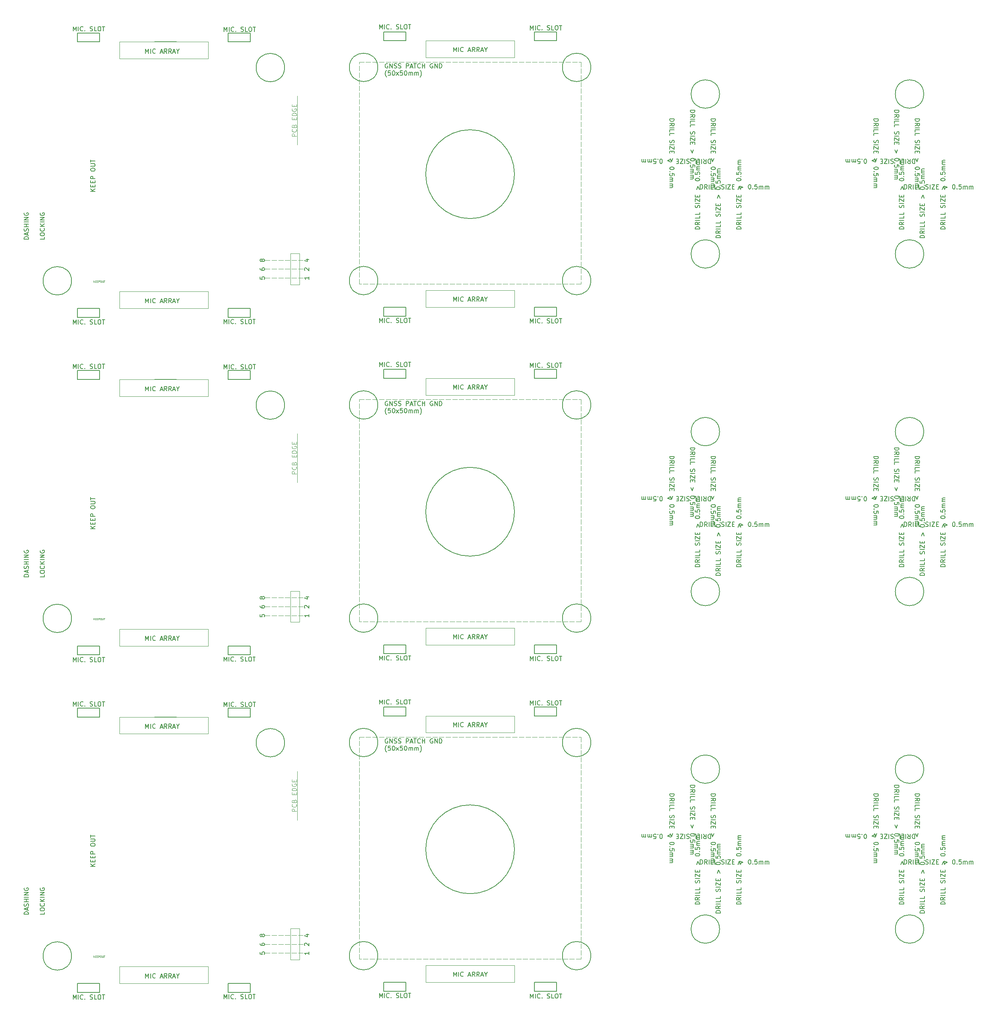
<source format=gbr>
%TF.GenerationSoftware,KiCad,Pcbnew,7.0.1-3b83917a11~172~ubuntu22.04.1*%
%TF.CreationDate,2023-05-08T15:20:00+02:00*%
%TF.ProjectId,panel,70616e65-6c2e-46b6-9963-61645f706362,C*%
%TF.SameCoordinates,Original*%
%TF.FileFunction,Other,Comment*%
%FSLAX46Y46*%
G04 Gerber Fmt 4.6, Leading zero omitted, Abs format (unit mm)*
G04 Created by KiCad (PCBNEW 7.0.1-3b83917a11~172~ubuntu22.04.1) date 2023-05-08 15:20:00*
%MOMM*%
%LPD*%
G01*
G04 APERTURE LIST*
%ADD10C,0.150000*%
%ADD11C,0.100000*%
%ADD12C,0.070000*%
%ADD13C,0.050000*%
%ADD14C,0.200000*%
G04 APERTURE END LIST*
D10*
X150500000Y-101000000D02*
X155500000Y-101000000D01*
X116500000Y-255000000D02*
X121500000Y-255000000D01*
X150500000Y-39000000D02*
X150500000Y-41000000D01*
D11*
X57000000Y-41250000D02*
X77000000Y-41250000D01*
X77000000Y-45050000D01*
X57000000Y-45050000D01*
X57000000Y-41250000D01*
D10*
X116500000Y-101000000D02*
X116500000Y-103000000D01*
X150500000Y-191000000D02*
X150500000Y-193000000D01*
D11*
X57000000Y-193250000D02*
X77000000Y-193250000D01*
X77000000Y-197050000D01*
X57000000Y-197050000D01*
X57000000Y-193250000D01*
D10*
X150500000Y-115000000D02*
X150500000Y-117000000D01*
X47500000Y-255250000D02*
X52500000Y-255250000D01*
D11*
X111000000Y-45765000D02*
X112100000Y-45765000D01*
X112500000Y-45765000D02*
X113600000Y-45765000D01*
X114000000Y-45765000D02*
X115100000Y-45765000D01*
X115500000Y-45765000D02*
X116600000Y-45765000D01*
X117000000Y-45765000D02*
X118100000Y-45765000D01*
X118500000Y-45765000D02*
X119600000Y-45765000D01*
X120000000Y-45765000D02*
X121100000Y-45765000D01*
X121500000Y-45765000D02*
X122600000Y-45765000D01*
X123000000Y-45765000D02*
X124100000Y-45765000D01*
X124500000Y-45765000D02*
X125600000Y-45765000D01*
X126000000Y-45765000D02*
X127100000Y-45765000D01*
X127500000Y-45765000D02*
X128600000Y-45765000D01*
X129000000Y-45765000D02*
X130100000Y-45765000D01*
X130500000Y-45765000D02*
X131600000Y-45765000D01*
X132000000Y-45765000D02*
X133100000Y-45765000D01*
X133500000Y-45765000D02*
X134600000Y-45765000D01*
X135000000Y-45765000D02*
X136100000Y-45765000D01*
X136500000Y-45765000D02*
X137600000Y-45765000D01*
X138000000Y-45765000D02*
X139100000Y-45765000D01*
X139500000Y-45765000D02*
X140600000Y-45765000D01*
X141000000Y-45765000D02*
X142100000Y-45765000D01*
X142500000Y-45765000D02*
X143600000Y-45765000D01*
X144000000Y-45765000D02*
X145100000Y-45765000D01*
X145500000Y-45765000D02*
X146600000Y-45765000D01*
X147000000Y-45765000D02*
X148100000Y-45765000D01*
X148500000Y-45765000D02*
X149600000Y-45765000D01*
X150000000Y-45765000D02*
X151100000Y-45765000D01*
X151500000Y-45765000D02*
X152600000Y-45765000D01*
X153000000Y-45765000D02*
X154100000Y-45765000D01*
X154500000Y-45765000D02*
X155600000Y-45765000D01*
X156000000Y-45765000D02*
X157100000Y-45765000D01*
X157500000Y-45765000D02*
X158600000Y-45765000D01*
X159000000Y-45765000D02*
X160100000Y-45765000D01*
X160500000Y-45765000D02*
X161000000Y-45765000D01*
X161000000Y-45765000D02*
X161000000Y-46865000D01*
X161000000Y-47265000D02*
X161000000Y-48365000D01*
X161000000Y-48765000D02*
X161000000Y-49865000D01*
X161000000Y-50265000D02*
X161000000Y-51365000D01*
X161000000Y-51765000D02*
X161000000Y-52865000D01*
X161000000Y-53265000D02*
X161000000Y-54365000D01*
X161000000Y-54765000D02*
X161000000Y-55865000D01*
X161000000Y-56265000D02*
X161000000Y-57365000D01*
X161000000Y-57765000D02*
X161000000Y-58865000D01*
X161000000Y-59265000D02*
X161000000Y-60365000D01*
X161000000Y-60765000D02*
X161000000Y-61865000D01*
X161000000Y-62265000D02*
X161000000Y-63365000D01*
X161000000Y-63765000D02*
X161000000Y-64865000D01*
X161000000Y-65265000D02*
X161000000Y-66365000D01*
X161000000Y-66765000D02*
X161000000Y-67865000D01*
X161000000Y-68265000D02*
X161000000Y-69365000D01*
X161000000Y-69765000D02*
X161000000Y-70865000D01*
X161000000Y-71265000D02*
X161000000Y-72365000D01*
X161000000Y-72765000D02*
X161000000Y-73865000D01*
X161000000Y-74265000D02*
X161000000Y-75365000D01*
X161000000Y-75765000D02*
X161000000Y-76865000D01*
X161000000Y-77265000D02*
X161000000Y-78365000D01*
X161000000Y-78765000D02*
X161000000Y-79865000D01*
X161000000Y-80265000D02*
X161000000Y-81365000D01*
X161000000Y-81765000D02*
X161000000Y-82865000D01*
X161000000Y-83265000D02*
X161000000Y-84365000D01*
X161000000Y-84765000D02*
X161000000Y-85865000D01*
X161000000Y-86265000D02*
X161000000Y-87365000D01*
X161000000Y-87765000D02*
X161000000Y-88865000D01*
X161000000Y-89265000D02*
X161000000Y-90365000D01*
X161000000Y-90765000D02*
X161000000Y-91865000D01*
X161000000Y-92265000D02*
X161000000Y-93365000D01*
X161000000Y-93765000D02*
X161000000Y-94865000D01*
X161000000Y-95265000D02*
X161000000Y-95765000D01*
X161000000Y-95765000D02*
X159900000Y-95765000D01*
X159500000Y-95765000D02*
X158400000Y-95765000D01*
X158000000Y-95765000D02*
X156900000Y-95765000D01*
X156500000Y-95765000D02*
X155400000Y-95765000D01*
X155000000Y-95765000D02*
X153900000Y-95765000D01*
X153500000Y-95765000D02*
X152400000Y-95765000D01*
X152000000Y-95765000D02*
X150900000Y-95765000D01*
X150500000Y-95765000D02*
X149400000Y-95765000D01*
X149000000Y-95765000D02*
X147900000Y-95765000D01*
X147500000Y-95765000D02*
X146400000Y-95765000D01*
X146000000Y-95765000D02*
X144900000Y-95765000D01*
X144500000Y-95765000D02*
X143400000Y-95765000D01*
X143000000Y-95765000D02*
X141900000Y-95765000D01*
X141500000Y-95765000D02*
X140400000Y-95765000D01*
X140000000Y-95765000D02*
X138900000Y-95765000D01*
X138500000Y-95765000D02*
X137400000Y-95765000D01*
X137000000Y-95765000D02*
X135900000Y-95765000D01*
X135500000Y-95765000D02*
X134400000Y-95765000D01*
X134000000Y-95765000D02*
X132900000Y-95765000D01*
X132500000Y-95765000D02*
X131400000Y-95765000D01*
X131000000Y-95765000D02*
X129900000Y-95765000D01*
X129500000Y-95765000D02*
X128400000Y-95765000D01*
X128000000Y-95765000D02*
X126900000Y-95765000D01*
X126500000Y-95765000D02*
X125400000Y-95765000D01*
X125000000Y-95765000D02*
X123900000Y-95765000D01*
X123500000Y-95765000D02*
X122400000Y-95765000D01*
X122000000Y-95765000D02*
X120900000Y-95765000D01*
X120500000Y-95765000D02*
X119400000Y-95765000D01*
X119000000Y-95765000D02*
X117900000Y-95765000D01*
X117500000Y-95765000D02*
X116400000Y-95765000D01*
X116000000Y-95765000D02*
X114900000Y-95765000D01*
X114500000Y-95765000D02*
X113400000Y-95765000D01*
X113000000Y-95765000D02*
X111900000Y-95765000D01*
X111500000Y-95765000D02*
X111000000Y-95765000D01*
X111000000Y-95765000D02*
X111000000Y-94665000D01*
X111000000Y-94265000D02*
X111000000Y-93165000D01*
X111000000Y-92765000D02*
X111000000Y-91665000D01*
X111000000Y-91265000D02*
X111000000Y-90165000D01*
X111000000Y-89765000D02*
X111000000Y-88665000D01*
X111000000Y-88265000D02*
X111000000Y-87165000D01*
X111000000Y-86765000D02*
X111000000Y-85665000D01*
X111000000Y-85265000D02*
X111000000Y-84165000D01*
X111000000Y-83765000D02*
X111000000Y-82665000D01*
X111000000Y-82265000D02*
X111000000Y-81165000D01*
X111000000Y-80765000D02*
X111000000Y-79665000D01*
X111000000Y-79265000D02*
X111000000Y-78165000D01*
X111000000Y-77765000D02*
X111000000Y-76665000D01*
X111000000Y-76265000D02*
X111000000Y-75165000D01*
X111000000Y-74765000D02*
X111000000Y-73665000D01*
X111000000Y-73265000D02*
X111000000Y-72165000D01*
X111000000Y-71765000D02*
X111000000Y-70665000D01*
X111000000Y-70265000D02*
X111000000Y-69165000D01*
X111000000Y-68765000D02*
X111000000Y-67665000D01*
X111000000Y-67265000D02*
X111000000Y-66165000D01*
X111000000Y-65765000D02*
X111000000Y-64665000D01*
X111000000Y-64265000D02*
X111000000Y-63165000D01*
X111000000Y-62765000D02*
X111000000Y-61665000D01*
X111000000Y-61265000D02*
X111000000Y-60165000D01*
X111000000Y-59765000D02*
X111000000Y-58665000D01*
X111000000Y-58265000D02*
X111000000Y-57165000D01*
X111000000Y-56765000D02*
X111000000Y-55665000D01*
X111000000Y-55265000D02*
X111000000Y-54165000D01*
X111000000Y-53765000D02*
X111000000Y-52665000D01*
X111000000Y-52265000D02*
X111000000Y-51165000D01*
X111000000Y-50765000D02*
X111000000Y-49665000D01*
X111000000Y-49265000D02*
X111000000Y-48165000D01*
X111000000Y-47765000D02*
X111000000Y-46665000D01*
X111000000Y-46265000D02*
X111000000Y-45765000D01*
D10*
X121500000Y-41000000D02*
X121500000Y-39000000D01*
X52500000Y-103250000D02*
X52500000Y-101250000D01*
X81500000Y-253250000D02*
X86500000Y-253250000D01*
X116500000Y-177000000D02*
X116500000Y-179000000D01*
X86500000Y-193250000D02*
X81500000Y-193250000D01*
X69900000Y-117250000D02*
X64900000Y-117250000D01*
X116500000Y-39000000D02*
X116500000Y-41000000D01*
X150500000Y-103000000D02*
X155500000Y-103000000D01*
X52500000Y-191250000D02*
X47500000Y-191250000D01*
D11*
X57000000Y-173450000D02*
X77000000Y-173450000D01*
X77000000Y-177250000D01*
X57000000Y-177250000D01*
X57000000Y-173450000D01*
D10*
X86500000Y-117250000D02*
X81500000Y-117250000D01*
X86500000Y-193250000D02*
X86500000Y-191250000D01*
X47500000Y-179250000D02*
X52500000Y-179250000D01*
X155500000Y-179000000D02*
X155500000Y-177000000D01*
X47500000Y-101250000D02*
X47500000Y-103250000D01*
X81500000Y-39250000D02*
X81500000Y-41250000D01*
X52500000Y-41250000D02*
X52500000Y-39250000D01*
X155500000Y-41000000D02*
X155500000Y-39000000D01*
X121500000Y-115000000D02*
X116500000Y-115000000D01*
X121500000Y-179000000D02*
X121500000Y-177000000D01*
X47500000Y-253250000D02*
X52500000Y-253250000D01*
X52500000Y-193250000D02*
X47500000Y-193250000D01*
X47500000Y-101250000D02*
X52500000Y-101250000D01*
X52500000Y-39250000D02*
X47500000Y-39250000D01*
X47500000Y-103250000D02*
X52500000Y-103250000D01*
X86500000Y-39250000D02*
X81500000Y-39250000D01*
X116500000Y-103000000D02*
X121500000Y-103000000D01*
X81500000Y-179250000D02*
X86500000Y-179250000D01*
X86500000Y-103250000D02*
X86500000Y-101250000D01*
X121500000Y-103000000D02*
X121500000Y-101000000D01*
X121500000Y-39000000D02*
X116500000Y-39000000D01*
X155500000Y-103000000D02*
X155500000Y-101000000D01*
X86500000Y-191250000D02*
X81500000Y-191250000D01*
D11*
X126000000Y-41000000D02*
X146000000Y-41000000D01*
X146000000Y-44800000D01*
X126000000Y-44800000D01*
X126000000Y-41000000D01*
D10*
X121500000Y-255000000D02*
X121500000Y-253000000D01*
X52500000Y-115250000D02*
X47500000Y-115250000D01*
D11*
X126000000Y-249200000D02*
X146000000Y-249200000D01*
X146000000Y-253000000D01*
X126000000Y-253000000D01*
X126000000Y-249200000D01*
D10*
X52500000Y-117250000D02*
X52500000Y-115250000D01*
X121500000Y-191000000D02*
X116500000Y-191000000D01*
X155500000Y-41000000D02*
X150500000Y-41000000D01*
X116500000Y-253000000D02*
X121500000Y-253000000D01*
X150500000Y-255000000D02*
X155500000Y-255000000D01*
X69900000Y-193250000D02*
X64900000Y-193250000D01*
D11*
X57000000Y-117250000D02*
X77000000Y-117250000D01*
X77000000Y-121050000D01*
X57000000Y-121050000D01*
X57000000Y-117250000D01*
D10*
X150500000Y-177000000D02*
X150500000Y-179000000D01*
X81500000Y-255250000D02*
X86500000Y-255250000D01*
X150500000Y-179000000D02*
X155500000Y-179000000D01*
X69900000Y-41250000D02*
X64900000Y-41250000D01*
X155500000Y-193000000D02*
X150500000Y-193000000D01*
X81500000Y-101250000D02*
X86500000Y-101250000D01*
X121500000Y-193000000D02*
X116500000Y-193000000D01*
D11*
X111000000Y-121765000D02*
X112100000Y-121765000D01*
X112500000Y-121765000D02*
X113600000Y-121765000D01*
X114000000Y-121765000D02*
X115100000Y-121765000D01*
X115500000Y-121765000D02*
X116600000Y-121765000D01*
X117000000Y-121765000D02*
X118100000Y-121765000D01*
X118500000Y-121765000D02*
X119600000Y-121765000D01*
X120000000Y-121765000D02*
X121100000Y-121765000D01*
X121500000Y-121765000D02*
X122600000Y-121765000D01*
X123000000Y-121765000D02*
X124100000Y-121765000D01*
X124500000Y-121765000D02*
X125600000Y-121765000D01*
X126000000Y-121765000D02*
X127100000Y-121765000D01*
X127500000Y-121765000D02*
X128600000Y-121765000D01*
X129000000Y-121765000D02*
X130100000Y-121765000D01*
X130500000Y-121765000D02*
X131600000Y-121765000D01*
X132000000Y-121765000D02*
X133100000Y-121765000D01*
X133500000Y-121765000D02*
X134600000Y-121765000D01*
X135000000Y-121765000D02*
X136100000Y-121765000D01*
X136500000Y-121765000D02*
X137600000Y-121765000D01*
X138000000Y-121765000D02*
X139100000Y-121765000D01*
X139500000Y-121765000D02*
X140600000Y-121765000D01*
X141000000Y-121765000D02*
X142100000Y-121765000D01*
X142500000Y-121765000D02*
X143600000Y-121765000D01*
X144000000Y-121765000D02*
X145100000Y-121765000D01*
X145500000Y-121765000D02*
X146600000Y-121765000D01*
X147000000Y-121765000D02*
X148100000Y-121765000D01*
X148500000Y-121765000D02*
X149600000Y-121765000D01*
X150000000Y-121765000D02*
X151100000Y-121765000D01*
X151500000Y-121765000D02*
X152600000Y-121765000D01*
X153000000Y-121765000D02*
X154100000Y-121765000D01*
X154500000Y-121765000D02*
X155600000Y-121765000D01*
X156000000Y-121765000D02*
X157100000Y-121765000D01*
X157500000Y-121765000D02*
X158600000Y-121765000D01*
X159000000Y-121765000D02*
X160100000Y-121765000D01*
X160500000Y-121765000D02*
X161000000Y-121765000D01*
X161000000Y-121765000D02*
X161000000Y-122865000D01*
X161000000Y-123265000D02*
X161000000Y-124365000D01*
X161000000Y-124765000D02*
X161000000Y-125865000D01*
X161000000Y-126265000D02*
X161000000Y-127365000D01*
X161000000Y-127765000D02*
X161000000Y-128865000D01*
X161000000Y-129265000D02*
X161000000Y-130365000D01*
X161000000Y-130765000D02*
X161000000Y-131865000D01*
X161000000Y-132265000D02*
X161000000Y-133365000D01*
X161000000Y-133765000D02*
X161000000Y-134865000D01*
X161000000Y-135265000D02*
X161000000Y-136365000D01*
X161000000Y-136765000D02*
X161000000Y-137865000D01*
X161000000Y-138265000D02*
X161000000Y-139365000D01*
X161000000Y-139765000D02*
X161000000Y-140865000D01*
X161000000Y-141265000D02*
X161000000Y-142365000D01*
X161000000Y-142765000D02*
X161000000Y-143865000D01*
X161000000Y-144265000D02*
X161000000Y-145365000D01*
X161000000Y-145765000D02*
X161000000Y-146865000D01*
X161000000Y-147265000D02*
X161000000Y-148365000D01*
X161000000Y-148765000D02*
X161000000Y-149865000D01*
X161000000Y-150265000D02*
X161000000Y-151365000D01*
X161000000Y-151765000D02*
X161000000Y-152865000D01*
X161000000Y-153265000D02*
X161000000Y-154365000D01*
X161000000Y-154765000D02*
X161000000Y-155865000D01*
X161000000Y-156265000D02*
X161000000Y-157365000D01*
X161000000Y-157765000D02*
X161000000Y-158865000D01*
X161000000Y-159265000D02*
X161000000Y-160365000D01*
X161000000Y-160765000D02*
X161000000Y-161865000D01*
X161000000Y-162265000D02*
X161000000Y-163365000D01*
X161000000Y-163765000D02*
X161000000Y-164865000D01*
X161000000Y-165265000D02*
X161000000Y-166365000D01*
X161000000Y-166765000D02*
X161000000Y-167865000D01*
X161000000Y-168265000D02*
X161000000Y-169365000D01*
X161000000Y-169765000D02*
X161000000Y-170865000D01*
X161000000Y-171265000D02*
X161000000Y-171765000D01*
X161000000Y-171765000D02*
X159900000Y-171765000D01*
X159500000Y-171765000D02*
X158400000Y-171765000D01*
X158000000Y-171765000D02*
X156900000Y-171765000D01*
X156500000Y-171765000D02*
X155400000Y-171765000D01*
X155000000Y-171765000D02*
X153900000Y-171765000D01*
X153500000Y-171765000D02*
X152400000Y-171765000D01*
X152000000Y-171765000D02*
X150900000Y-171765000D01*
X150500000Y-171765000D02*
X149400000Y-171765000D01*
X149000000Y-171765000D02*
X147900000Y-171765000D01*
X147500000Y-171765000D02*
X146400000Y-171765000D01*
X146000000Y-171765000D02*
X144900000Y-171765000D01*
X144500000Y-171765000D02*
X143400000Y-171765000D01*
X143000000Y-171765000D02*
X141900000Y-171765000D01*
X141500000Y-171765000D02*
X140400000Y-171765000D01*
X140000000Y-171765000D02*
X138900000Y-171765000D01*
X138500000Y-171765000D02*
X137400000Y-171765000D01*
X137000000Y-171765000D02*
X135900000Y-171765000D01*
X135500000Y-171765000D02*
X134400000Y-171765000D01*
X134000000Y-171765000D02*
X132900000Y-171765000D01*
X132500000Y-171765000D02*
X131400000Y-171765000D01*
X131000000Y-171765000D02*
X129900000Y-171765000D01*
X129500000Y-171765000D02*
X128400000Y-171765000D01*
X128000000Y-171765000D02*
X126900000Y-171765000D01*
X126500000Y-171765000D02*
X125400000Y-171765000D01*
X125000000Y-171765000D02*
X123900000Y-171765000D01*
X123500000Y-171765000D02*
X122400000Y-171765000D01*
X122000000Y-171765000D02*
X120900000Y-171765000D01*
X120500000Y-171765000D02*
X119400000Y-171765000D01*
X119000000Y-171765000D02*
X117900000Y-171765000D01*
X117500000Y-171765000D02*
X116400000Y-171765000D01*
X116000000Y-171765000D02*
X114900000Y-171765000D01*
X114500000Y-171765000D02*
X113400000Y-171765000D01*
X113000000Y-171765000D02*
X111900000Y-171765000D01*
X111500000Y-171765000D02*
X111000000Y-171765000D01*
X111000000Y-171765000D02*
X111000000Y-170665000D01*
X111000000Y-170265000D02*
X111000000Y-169165000D01*
X111000000Y-168765000D02*
X111000000Y-167665000D01*
X111000000Y-167265000D02*
X111000000Y-166165000D01*
X111000000Y-165765000D02*
X111000000Y-164665000D01*
X111000000Y-164265000D02*
X111000000Y-163165000D01*
X111000000Y-162765000D02*
X111000000Y-161665000D01*
X111000000Y-161265000D02*
X111000000Y-160165000D01*
X111000000Y-159765000D02*
X111000000Y-158665000D01*
X111000000Y-158265000D02*
X111000000Y-157165000D01*
X111000000Y-156765000D02*
X111000000Y-155665000D01*
X111000000Y-155265000D02*
X111000000Y-154165000D01*
X111000000Y-153765000D02*
X111000000Y-152665000D01*
X111000000Y-152265000D02*
X111000000Y-151165000D01*
X111000000Y-150765000D02*
X111000000Y-149665000D01*
X111000000Y-149265000D02*
X111000000Y-148165000D01*
X111000000Y-147765000D02*
X111000000Y-146665000D01*
X111000000Y-146265000D02*
X111000000Y-145165000D01*
X111000000Y-144765000D02*
X111000000Y-143665000D01*
X111000000Y-143265000D02*
X111000000Y-142165000D01*
X111000000Y-141765000D02*
X111000000Y-140665000D01*
X111000000Y-140265000D02*
X111000000Y-139165000D01*
X111000000Y-138765000D02*
X111000000Y-137665000D01*
X111000000Y-137265000D02*
X111000000Y-136165000D01*
X111000000Y-135765000D02*
X111000000Y-134665000D01*
X111000000Y-134265000D02*
X111000000Y-133165000D01*
X111000000Y-132765000D02*
X111000000Y-131665000D01*
X111000000Y-131265000D02*
X111000000Y-130165000D01*
X111000000Y-129765000D02*
X111000000Y-128665000D01*
X111000000Y-128265000D02*
X111000000Y-127165000D01*
X111000000Y-126765000D02*
X111000000Y-125665000D01*
X111000000Y-125265000D02*
X111000000Y-124165000D01*
X111000000Y-123765000D02*
X111000000Y-122665000D01*
X111000000Y-122265000D02*
X111000000Y-121765000D01*
X57000000Y-97450000D02*
X77000000Y-97450000D01*
X77000000Y-101250000D01*
X57000000Y-101250000D01*
X57000000Y-97450000D01*
D10*
X47500000Y-191250000D02*
X47500000Y-193250000D01*
X86500000Y-117250000D02*
X86500000Y-115250000D01*
X155500000Y-193000000D02*
X155500000Y-191000000D01*
X116500000Y-253000000D02*
X116500000Y-255000000D01*
X86500000Y-255250000D02*
X86500000Y-253250000D01*
X81500000Y-103250000D02*
X86500000Y-103250000D01*
X86500000Y-41250000D02*
X81500000Y-41250000D01*
X121500000Y-41000000D02*
X116500000Y-41000000D01*
X81500000Y-191250000D02*
X81500000Y-193250000D01*
X52500000Y-117250000D02*
X47500000Y-117250000D01*
X81500000Y-115250000D02*
X81500000Y-117250000D01*
X47500000Y-177250000D02*
X52500000Y-177250000D01*
D11*
X126000000Y-193000000D02*
X146000000Y-193000000D01*
X146000000Y-196800000D01*
X126000000Y-196800000D01*
X126000000Y-193000000D01*
D10*
X86500000Y-179250000D02*
X86500000Y-177250000D01*
X116500000Y-101000000D02*
X121500000Y-101000000D01*
X81500000Y-177250000D02*
X81500000Y-179250000D01*
X47500000Y-115250000D02*
X47500000Y-117250000D01*
X150500000Y-101000000D02*
X150500000Y-103000000D01*
X121500000Y-117000000D02*
X116500000Y-117000000D01*
X47500000Y-39250000D02*
X47500000Y-41250000D01*
X52500000Y-193250000D02*
X52500000Y-191250000D01*
X86500000Y-41250000D02*
X86500000Y-39250000D01*
X121500000Y-193000000D02*
X121500000Y-191000000D01*
D11*
X57000000Y-249450000D02*
X77000000Y-249450000D01*
X77000000Y-253250000D01*
X57000000Y-253250000D01*
X57000000Y-249450000D01*
D10*
X81500000Y-253250000D02*
X81500000Y-255250000D01*
X150500000Y-253000000D02*
X150500000Y-255000000D01*
X155500000Y-39000000D02*
X150500000Y-39000000D01*
X52500000Y-255250000D02*
X52500000Y-253250000D01*
X155500000Y-255000000D02*
X155500000Y-253000000D01*
X116500000Y-177000000D02*
X121500000Y-177000000D01*
X81500000Y-177250000D02*
X86500000Y-177250000D01*
X116500000Y-115000000D02*
X116500000Y-117000000D01*
X116500000Y-179000000D02*
X121500000Y-179000000D01*
X81500000Y-101250000D02*
X81500000Y-103250000D01*
D11*
X126000000Y-173200000D02*
X146000000Y-173200000D01*
X146000000Y-177000000D01*
X126000000Y-177000000D01*
X126000000Y-173200000D01*
D10*
X150500000Y-253000000D02*
X155500000Y-253000000D01*
X121500000Y-117000000D02*
X121500000Y-115000000D01*
X47500000Y-253250000D02*
X47500000Y-255250000D01*
X150500000Y-177000000D02*
X155500000Y-177000000D01*
X52500000Y-179250000D02*
X52500000Y-177250000D01*
X155500000Y-191000000D02*
X150500000Y-191000000D01*
X52500000Y-41250000D02*
X47500000Y-41250000D01*
D11*
X126000000Y-117000000D02*
X146000000Y-117000000D01*
X146000000Y-120800000D01*
X126000000Y-120800000D01*
X126000000Y-117000000D01*
X111000000Y-197765000D02*
X112100000Y-197765000D01*
X112500000Y-197765000D02*
X113600000Y-197765000D01*
X114000000Y-197765000D02*
X115100000Y-197765000D01*
X115500000Y-197765000D02*
X116600000Y-197765000D01*
X117000000Y-197765000D02*
X118100000Y-197765000D01*
X118500000Y-197765000D02*
X119600000Y-197765000D01*
X120000000Y-197765000D02*
X121100000Y-197765000D01*
X121500000Y-197765000D02*
X122600000Y-197765000D01*
X123000000Y-197765000D02*
X124100000Y-197765000D01*
X124500000Y-197765000D02*
X125600000Y-197765000D01*
X126000000Y-197765000D02*
X127100000Y-197765000D01*
X127500000Y-197765000D02*
X128600000Y-197765000D01*
X129000000Y-197765000D02*
X130100000Y-197765000D01*
X130500000Y-197765000D02*
X131600000Y-197765000D01*
X132000000Y-197765000D02*
X133100000Y-197765000D01*
X133500000Y-197765000D02*
X134600000Y-197765000D01*
X135000000Y-197765000D02*
X136100000Y-197765000D01*
X136500000Y-197765000D02*
X137600000Y-197765000D01*
X138000000Y-197765000D02*
X139100000Y-197765000D01*
X139500000Y-197765000D02*
X140600000Y-197765000D01*
X141000000Y-197765000D02*
X142100000Y-197765000D01*
X142500000Y-197765000D02*
X143600000Y-197765000D01*
X144000000Y-197765000D02*
X145100000Y-197765000D01*
X145500000Y-197765000D02*
X146600000Y-197765000D01*
X147000000Y-197765000D02*
X148100000Y-197765000D01*
X148500000Y-197765000D02*
X149600000Y-197765000D01*
X150000000Y-197765000D02*
X151100000Y-197765000D01*
X151500000Y-197765000D02*
X152600000Y-197765000D01*
X153000000Y-197765000D02*
X154100000Y-197765000D01*
X154500000Y-197765000D02*
X155600000Y-197765000D01*
X156000000Y-197765000D02*
X157100000Y-197765000D01*
X157500000Y-197765000D02*
X158600000Y-197765000D01*
X159000000Y-197765000D02*
X160100000Y-197765000D01*
X160500000Y-197765000D02*
X161000000Y-197765000D01*
X161000000Y-197765000D02*
X161000000Y-198865000D01*
X161000000Y-199265000D02*
X161000000Y-200365000D01*
X161000000Y-200765000D02*
X161000000Y-201865000D01*
X161000000Y-202265000D02*
X161000000Y-203365000D01*
X161000000Y-203765000D02*
X161000000Y-204865000D01*
X161000000Y-205265000D02*
X161000000Y-206365000D01*
X161000000Y-206765000D02*
X161000000Y-207865000D01*
X161000000Y-208265000D02*
X161000000Y-209365000D01*
X161000000Y-209765000D02*
X161000000Y-210865000D01*
X161000000Y-211265000D02*
X161000000Y-212365000D01*
X161000000Y-212765000D02*
X161000000Y-213865000D01*
X161000000Y-214265000D02*
X161000000Y-215365000D01*
X161000000Y-215765000D02*
X161000000Y-216865000D01*
X161000000Y-217265000D02*
X161000000Y-218365000D01*
X161000000Y-218765000D02*
X161000000Y-219865000D01*
X161000000Y-220265000D02*
X161000000Y-221365000D01*
X161000000Y-221765000D02*
X161000000Y-222865000D01*
X161000000Y-223265000D02*
X161000000Y-224365000D01*
X161000000Y-224765000D02*
X161000000Y-225865000D01*
X161000000Y-226265000D02*
X161000000Y-227365000D01*
X161000000Y-227765000D02*
X161000000Y-228865000D01*
X161000000Y-229265000D02*
X161000000Y-230365000D01*
X161000000Y-230765000D02*
X161000000Y-231865000D01*
X161000000Y-232265000D02*
X161000000Y-233365000D01*
X161000000Y-233765000D02*
X161000000Y-234865000D01*
X161000000Y-235265000D02*
X161000000Y-236365000D01*
X161000000Y-236765000D02*
X161000000Y-237865000D01*
X161000000Y-238265000D02*
X161000000Y-239365000D01*
X161000000Y-239765000D02*
X161000000Y-240865000D01*
X161000000Y-241265000D02*
X161000000Y-242365000D01*
X161000000Y-242765000D02*
X161000000Y-243865000D01*
X161000000Y-244265000D02*
X161000000Y-245365000D01*
X161000000Y-245765000D02*
X161000000Y-246865000D01*
X161000000Y-247265000D02*
X161000000Y-247765000D01*
X161000000Y-247765000D02*
X159900000Y-247765000D01*
X159500000Y-247765000D02*
X158400000Y-247765000D01*
X158000000Y-247765000D02*
X156900000Y-247765000D01*
X156500000Y-247765000D02*
X155400000Y-247765000D01*
X155000000Y-247765000D02*
X153900000Y-247765000D01*
X153500000Y-247765000D02*
X152400000Y-247765000D01*
X152000000Y-247765000D02*
X150900000Y-247765000D01*
X150500000Y-247765000D02*
X149400000Y-247765000D01*
X149000000Y-247765000D02*
X147900000Y-247765000D01*
X147500000Y-247765000D02*
X146400000Y-247765000D01*
X146000000Y-247765000D02*
X144900000Y-247765000D01*
X144500000Y-247765000D02*
X143400000Y-247765000D01*
X143000000Y-247765000D02*
X141900000Y-247765000D01*
X141500000Y-247765000D02*
X140400000Y-247765000D01*
X140000000Y-247765000D02*
X138900000Y-247765000D01*
X138500000Y-247765000D02*
X137400000Y-247765000D01*
X137000000Y-247765000D02*
X135900000Y-247765000D01*
X135500000Y-247765000D02*
X134400000Y-247765000D01*
X134000000Y-247765000D02*
X132900000Y-247765000D01*
X132500000Y-247765000D02*
X131400000Y-247765000D01*
X131000000Y-247765000D02*
X129900000Y-247765000D01*
X129500000Y-247765000D02*
X128400000Y-247765000D01*
X128000000Y-247765000D02*
X126900000Y-247765000D01*
X126500000Y-247765000D02*
X125400000Y-247765000D01*
X125000000Y-247765000D02*
X123900000Y-247765000D01*
X123500000Y-247765000D02*
X122400000Y-247765000D01*
X122000000Y-247765000D02*
X120900000Y-247765000D01*
X120500000Y-247765000D02*
X119400000Y-247765000D01*
X119000000Y-247765000D02*
X117900000Y-247765000D01*
X117500000Y-247765000D02*
X116400000Y-247765000D01*
X116000000Y-247765000D02*
X114900000Y-247765000D01*
X114500000Y-247765000D02*
X113400000Y-247765000D01*
X113000000Y-247765000D02*
X111900000Y-247765000D01*
X111500000Y-247765000D02*
X111000000Y-247765000D01*
X111000000Y-247765000D02*
X111000000Y-246665000D01*
X111000000Y-246265000D02*
X111000000Y-245165000D01*
X111000000Y-244765000D02*
X111000000Y-243665000D01*
X111000000Y-243265000D02*
X111000000Y-242165000D01*
X111000000Y-241765000D02*
X111000000Y-240665000D01*
X111000000Y-240265000D02*
X111000000Y-239165000D01*
X111000000Y-238765000D02*
X111000000Y-237665000D01*
X111000000Y-237265000D02*
X111000000Y-236165000D01*
X111000000Y-235765000D02*
X111000000Y-234665000D01*
X111000000Y-234265000D02*
X111000000Y-233165000D01*
X111000000Y-232765000D02*
X111000000Y-231665000D01*
X111000000Y-231265000D02*
X111000000Y-230165000D01*
X111000000Y-229765000D02*
X111000000Y-228665000D01*
X111000000Y-228265000D02*
X111000000Y-227165000D01*
X111000000Y-226765000D02*
X111000000Y-225665000D01*
X111000000Y-225265000D02*
X111000000Y-224165000D01*
X111000000Y-223765000D02*
X111000000Y-222665000D01*
X111000000Y-222265000D02*
X111000000Y-221165000D01*
X111000000Y-220765000D02*
X111000000Y-219665000D01*
X111000000Y-219265000D02*
X111000000Y-218165000D01*
X111000000Y-217765000D02*
X111000000Y-216665000D01*
X111000000Y-216265000D02*
X111000000Y-215165000D01*
X111000000Y-214765000D02*
X111000000Y-213665000D01*
X111000000Y-213265000D02*
X111000000Y-212165000D01*
X111000000Y-211765000D02*
X111000000Y-210665000D01*
X111000000Y-210265000D02*
X111000000Y-209165000D01*
X111000000Y-208765000D02*
X111000000Y-207665000D01*
X111000000Y-207265000D02*
X111000000Y-206165000D01*
X111000000Y-205765000D02*
X111000000Y-204665000D01*
X111000000Y-204265000D02*
X111000000Y-203165000D01*
X111000000Y-202765000D02*
X111000000Y-201665000D01*
X111000000Y-201265000D02*
X111000000Y-200165000D01*
X111000000Y-199765000D02*
X111000000Y-198665000D01*
X111000000Y-198265000D02*
X111000000Y-197765000D01*
D10*
X155500000Y-117000000D02*
X150500000Y-117000000D01*
X116500000Y-191000000D02*
X116500000Y-193000000D01*
X155500000Y-115000000D02*
X150500000Y-115000000D01*
X86500000Y-115250000D02*
X81500000Y-115250000D01*
X47500000Y-177250000D02*
X47500000Y-179250000D01*
X155500000Y-117000000D02*
X155500000Y-115000000D01*
D11*
X126000000Y-97200000D02*
X146000000Y-97200000D01*
X146000000Y-101000000D01*
X126000000Y-101000000D01*
X126000000Y-97200000D01*
D10*
X132255357Y-99665119D02*
X132255357Y-98665119D01*
X132255357Y-98665119D02*
X132588690Y-99379404D01*
X132588690Y-99379404D02*
X132922023Y-98665119D01*
X132922023Y-98665119D02*
X132922023Y-99665119D01*
X133398214Y-99665119D02*
X133398214Y-98665119D01*
X134445832Y-99569880D02*
X134398213Y-99617500D01*
X134398213Y-99617500D02*
X134255356Y-99665119D01*
X134255356Y-99665119D02*
X134160118Y-99665119D01*
X134160118Y-99665119D02*
X134017261Y-99617500D01*
X134017261Y-99617500D02*
X133922023Y-99522261D01*
X133922023Y-99522261D02*
X133874404Y-99427023D01*
X133874404Y-99427023D02*
X133826785Y-99236547D01*
X133826785Y-99236547D02*
X133826785Y-99093690D01*
X133826785Y-99093690D02*
X133874404Y-98903214D01*
X133874404Y-98903214D02*
X133922023Y-98807976D01*
X133922023Y-98807976D02*
X134017261Y-98712738D01*
X134017261Y-98712738D02*
X134160118Y-98665119D01*
X134160118Y-98665119D02*
X134255356Y-98665119D01*
X134255356Y-98665119D02*
X134398213Y-98712738D01*
X134398213Y-98712738D02*
X134445832Y-98760357D01*
X135588690Y-99379404D02*
X136064880Y-99379404D01*
X135493452Y-99665119D02*
X135826785Y-98665119D01*
X135826785Y-98665119D02*
X136160118Y-99665119D01*
X137064880Y-99665119D02*
X136731547Y-99188928D01*
X136493452Y-99665119D02*
X136493452Y-98665119D01*
X136493452Y-98665119D02*
X136874404Y-98665119D01*
X136874404Y-98665119D02*
X136969642Y-98712738D01*
X136969642Y-98712738D02*
X137017261Y-98760357D01*
X137017261Y-98760357D02*
X137064880Y-98855595D01*
X137064880Y-98855595D02*
X137064880Y-98998452D01*
X137064880Y-98998452D02*
X137017261Y-99093690D01*
X137017261Y-99093690D02*
X136969642Y-99141309D01*
X136969642Y-99141309D02*
X136874404Y-99188928D01*
X136874404Y-99188928D02*
X136493452Y-99188928D01*
X138064880Y-99665119D02*
X137731547Y-99188928D01*
X137493452Y-99665119D02*
X137493452Y-98665119D01*
X137493452Y-98665119D02*
X137874404Y-98665119D01*
X137874404Y-98665119D02*
X137969642Y-98712738D01*
X137969642Y-98712738D02*
X138017261Y-98760357D01*
X138017261Y-98760357D02*
X138064880Y-98855595D01*
X138064880Y-98855595D02*
X138064880Y-98998452D01*
X138064880Y-98998452D02*
X138017261Y-99093690D01*
X138017261Y-99093690D02*
X137969642Y-99141309D01*
X137969642Y-99141309D02*
X137874404Y-99188928D01*
X137874404Y-99188928D02*
X137493452Y-99188928D01*
X138445833Y-99379404D02*
X138922023Y-99379404D01*
X138350595Y-99665119D02*
X138683928Y-98665119D01*
X138683928Y-98665119D02*
X139017261Y-99665119D01*
X139541071Y-99188928D02*
X139541071Y-99665119D01*
X139207738Y-98665119D02*
X139541071Y-99188928D01*
X139541071Y-99188928D02*
X139874404Y-98665119D01*
X115573810Y-38362619D02*
X115573810Y-37362619D01*
X115573810Y-37362619D02*
X115907143Y-38076904D01*
X115907143Y-38076904D02*
X116240476Y-37362619D01*
X116240476Y-37362619D02*
X116240476Y-38362619D01*
X116716667Y-38362619D02*
X116716667Y-37362619D01*
X117764285Y-38267380D02*
X117716666Y-38315000D01*
X117716666Y-38315000D02*
X117573809Y-38362619D01*
X117573809Y-38362619D02*
X117478571Y-38362619D01*
X117478571Y-38362619D02*
X117335714Y-38315000D01*
X117335714Y-38315000D02*
X117240476Y-38219761D01*
X117240476Y-38219761D02*
X117192857Y-38124523D01*
X117192857Y-38124523D02*
X117145238Y-37934047D01*
X117145238Y-37934047D02*
X117145238Y-37791190D01*
X117145238Y-37791190D02*
X117192857Y-37600714D01*
X117192857Y-37600714D02*
X117240476Y-37505476D01*
X117240476Y-37505476D02*
X117335714Y-37410238D01*
X117335714Y-37410238D02*
X117478571Y-37362619D01*
X117478571Y-37362619D02*
X117573809Y-37362619D01*
X117573809Y-37362619D02*
X117716666Y-37410238D01*
X117716666Y-37410238D02*
X117764285Y-37457857D01*
X118192857Y-38267380D02*
X118240476Y-38315000D01*
X118240476Y-38315000D02*
X118192857Y-38362619D01*
X118192857Y-38362619D02*
X118145238Y-38315000D01*
X118145238Y-38315000D02*
X118192857Y-38267380D01*
X118192857Y-38267380D02*
X118192857Y-38362619D01*
X119383333Y-38315000D02*
X119526190Y-38362619D01*
X119526190Y-38362619D02*
X119764285Y-38362619D01*
X119764285Y-38362619D02*
X119859523Y-38315000D01*
X119859523Y-38315000D02*
X119907142Y-38267380D01*
X119907142Y-38267380D02*
X119954761Y-38172142D01*
X119954761Y-38172142D02*
X119954761Y-38076904D01*
X119954761Y-38076904D02*
X119907142Y-37981666D01*
X119907142Y-37981666D02*
X119859523Y-37934047D01*
X119859523Y-37934047D02*
X119764285Y-37886428D01*
X119764285Y-37886428D02*
X119573809Y-37838809D01*
X119573809Y-37838809D02*
X119478571Y-37791190D01*
X119478571Y-37791190D02*
X119430952Y-37743571D01*
X119430952Y-37743571D02*
X119383333Y-37648333D01*
X119383333Y-37648333D02*
X119383333Y-37553095D01*
X119383333Y-37553095D02*
X119430952Y-37457857D01*
X119430952Y-37457857D02*
X119478571Y-37410238D01*
X119478571Y-37410238D02*
X119573809Y-37362619D01*
X119573809Y-37362619D02*
X119811904Y-37362619D01*
X119811904Y-37362619D02*
X119954761Y-37410238D01*
X120859523Y-38362619D02*
X120383333Y-38362619D01*
X120383333Y-38362619D02*
X120383333Y-37362619D01*
X121383333Y-37362619D02*
X121573809Y-37362619D01*
X121573809Y-37362619D02*
X121669047Y-37410238D01*
X121669047Y-37410238D02*
X121764285Y-37505476D01*
X121764285Y-37505476D02*
X121811904Y-37695952D01*
X121811904Y-37695952D02*
X121811904Y-38029285D01*
X121811904Y-38029285D02*
X121764285Y-38219761D01*
X121764285Y-38219761D02*
X121669047Y-38315000D01*
X121669047Y-38315000D02*
X121573809Y-38362619D01*
X121573809Y-38362619D02*
X121383333Y-38362619D01*
X121383333Y-38362619D02*
X121288095Y-38315000D01*
X121288095Y-38315000D02*
X121192857Y-38219761D01*
X121192857Y-38219761D02*
X121145238Y-38029285D01*
X121145238Y-38029285D02*
X121145238Y-37695952D01*
X121145238Y-37695952D02*
X121192857Y-37505476D01*
X121192857Y-37505476D02*
X121288095Y-37410238D01*
X121288095Y-37410238D02*
X121383333Y-37362619D01*
X122097619Y-37362619D02*
X122669047Y-37362619D01*
X122383333Y-38362619D02*
X122383333Y-37362619D01*
X149573810Y-38562619D02*
X149573810Y-37562619D01*
X149573810Y-37562619D02*
X149907143Y-38276904D01*
X149907143Y-38276904D02*
X150240476Y-37562619D01*
X150240476Y-37562619D02*
X150240476Y-38562619D01*
X150716667Y-38562619D02*
X150716667Y-37562619D01*
X151764285Y-38467380D02*
X151716666Y-38515000D01*
X151716666Y-38515000D02*
X151573809Y-38562619D01*
X151573809Y-38562619D02*
X151478571Y-38562619D01*
X151478571Y-38562619D02*
X151335714Y-38515000D01*
X151335714Y-38515000D02*
X151240476Y-38419761D01*
X151240476Y-38419761D02*
X151192857Y-38324523D01*
X151192857Y-38324523D02*
X151145238Y-38134047D01*
X151145238Y-38134047D02*
X151145238Y-37991190D01*
X151145238Y-37991190D02*
X151192857Y-37800714D01*
X151192857Y-37800714D02*
X151240476Y-37705476D01*
X151240476Y-37705476D02*
X151335714Y-37610238D01*
X151335714Y-37610238D02*
X151478571Y-37562619D01*
X151478571Y-37562619D02*
X151573809Y-37562619D01*
X151573809Y-37562619D02*
X151716666Y-37610238D01*
X151716666Y-37610238D02*
X151764285Y-37657857D01*
X152192857Y-38467380D02*
X152240476Y-38515000D01*
X152240476Y-38515000D02*
X152192857Y-38562619D01*
X152192857Y-38562619D02*
X152145238Y-38515000D01*
X152145238Y-38515000D02*
X152192857Y-38467380D01*
X152192857Y-38467380D02*
X152192857Y-38562619D01*
X153383333Y-38515000D02*
X153526190Y-38562619D01*
X153526190Y-38562619D02*
X153764285Y-38562619D01*
X153764285Y-38562619D02*
X153859523Y-38515000D01*
X153859523Y-38515000D02*
X153907142Y-38467380D01*
X153907142Y-38467380D02*
X153954761Y-38372142D01*
X153954761Y-38372142D02*
X153954761Y-38276904D01*
X153954761Y-38276904D02*
X153907142Y-38181666D01*
X153907142Y-38181666D02*
X153859523Y-38134047D01*
X153859523Y-38134047D02*
X153764285Y-38086428D01*
X153764285Y-38086428D02*
X153573809Y-38038809D01*
X153573809Y-38038809D02*
X153478571Y-37991190D01*
X153478571Y-37991190D02*
X153430952Y-37943571D01*
X153430952Y-37943571D02*
X153383333Y-37848333D01*
X153383333Y-37848333D02*
X153383333Y-37753095D01*
X153383333Y-37753095D02*
X153430952Y-37657857D01*
X153430952Y-37657857D02*
X153478571Y-37610238D01*
X153478571Y-37610238D02*
X153573809Y-37562619D01*
X153573809Y-37562619D02*
X153811904Y-37562619D01*
X153811904Y-37562619D02*
X153954761Y-37610238D01*
X154859523Y-38562619D02*
X154383333Y-38562619D01*
X154383333Y-38562619D02*
X154383333Y-37562619D01*
X155383333Y-37562619D02*
X155573809Y-37562619D01*
X155573809Y-37562619D02*
X155669047Y-37610238D01*
X155669047Y-37610238D02*
X155764285Y-37705476D01*
X155764285Y-37705476D02*
X155811904Y-37895952D01*
X155811904Y-37895952D02*
X155811904Y-38229285D01*
X155811904Y-38229285D02*
X155764285Y-38419761D01*
X155764285Y-38419761D02*
X155669047Y-38515000D01*
X155669047Y-38515000D02*
X155573809Y-38562619D01*
X155573809Y-38562619D02*
X155383333Y-38562619D01*
X155383333Y-38562619D02*
X155288095Y-38515000D01*
X155288095Y-38515000D02*
X155192857Y-38419761D01*
X155192857Y-38419761D02*
X155145238Y-38229285D01*
X155145238Y-38229285D02*
X155145238Y-37895952D01*
X155145238Y-37895952D02*
X155192857Y-37705476D01*
X155192857Y-37705476D02*
X155288095Y-37610238D01*
X155288095Y-37610238D02*
X155383333Y-37562619D01*
X156097619Y-37562619D02*
X156669047Y-37562619D01*
X156383333Y-38562619D02*
X156383333Y-37562619D01*
X132255357Y-251665119D02*
X132255357Y-250665119D01*
X132255357Y-250665119D02*
X132588690Y-251379404D01*
X132588690Y-251379404D02*
X132922023Y-250665119D01*
X132922023Y-250665119D02*
X132922023Y-251665119D01*
X133398214Y-251665119D02*
X133398214Y-250665119D01*
X134445832Y-251569880D02*
X134398213Y-251617500D01*
X134398213Y-251617500D02*
X134255356Y-251665119D01*
X134255356Y-251665119D02*
X134160118Y-251665119D01*
X134160118Y-251665119D02*
X134017261Y-251617500D01*
X134017261Y-251617500D02*
X133922023Y-251522261D01*
X133922023Y-251522261D02*
X133874404Y-251427023D01*
X133874404Y-251427023D02*
X133826785Y-251236547D01*
X133826785Y-251236547D02*
X133826785Y-251093690D01*
X133826785Y-251093690D02*
X133874404Y-250903214D01*
X133874404Y-250903214D02*
X133922023Y-250807976D01*
X133922023Y-250807976D02*
X134017261Y-250712738D01*
X134017261Y-250712738D02*
X134160118Y-250665119D01*
X134160118Y-250665119D02*
X134255356Y-250665119D01*
X134255356Y-250665119D02*
X134398213Y-250712738D01*
X134398213Y-250712738D02*
X134445832Y-250760357D01*
X135588690Y-251379404D02*
X136064880Y-251379404D01*
X135493452Y-251665119D02*
X135826785Y-250665119D01*
X135826785Y-250665119D02*
X136160118Y-251665119D01*
X137064880Y-251665119D02*
X136731547Y-251188928D01*
X136493452Y-251665119D02*
X136493452Y-250665119D01*
X136493452Y-250665119D02*
X136874404Y-250665119D01*
X136874404Y-250665119D02*
X136969642Y-250712738D01*
X136969642Y-250712738D02*
X137017261Y-250760357D01*
X137017261Y-250760357D02*
X137064880Y-250855595D01*
X137064880Y-250855595D02*
X137064880Y-250998452D01*
X137064880Y-250998452D02*
X137017261Y-251093690D01*
X137017261Y-251093690D02*
X136969642Y-251141309D01*
X136969642Y-251141309D02*
X136874404Y-251188928D01*
X136874404Y-251188928D02*
X136493452Y-251188928D01*
X138064880Y-251665119D02*
X137731547Y-251188928D01*
X137493452Y-251665119D02*
X137493452Y-250665119D01*
X137493452Y-250665119D02*
X137874404Y-250665119D01*
X137874404Y-250665119D02*
X137969642Y-250712738D01*
X137969642Y-250712738D02*
X138017261Y-250760357D01*
X138017261Y-250760357D02*
X138064880Y-250855595D01*
X138064880Y-250855595D02*
X138064880Y-250998452D01*
X138064880Y-250998452D02*
X138017261Y-251093690D01*
X138017261Y-251093690D02*
X137969642Y-251141309D01*
X137969642Y-251141309D02*
X137874404Y-251188928D01*
X137874404Y-251188928D02*
X137493452Y-251188928D01*
X138445833Y-251379404D02*
X138922023Y-251379404D01*
X138350595Y-251665119D02*
X138683928Y-250665119D01*
X138683928Y-250665119D02*
X139017261Y-251665119D01*
X139541071Y-251188928D02*
X139541071Y-251665119D01*
X139207738Y-250665119D02*
X139541071Y-251188928D01*
X139541071Y-251188928D02*
X139874404Y-250665119D01*
X62888095Y-176027619D02*
X62888095Y-175027619D01*
X62888095Y-175027619D02*
X63221428Y-175741904D01*
X63221428Y-175741904D02*
X63554761Y-175027619D01*
X63554761Y-175027619D02*
X63554761Y-176027619D01*
X64030952Y-176027619D02*
X64030952Y-175027619D01*
X65078570Y-175932380D02*
X65030951Y-175980000D01*
X65030951Y-175980000D02*
X64888094Y-176027619D01*
X64888094Y-176027619D02*
X64792856Y-176027619D01*
X64792856Y-176027619D02*
X64649999Y-175980000D01*
X64649999Y-175980000D02*
X64554761Y-175884761D01*
X64554761Y-175884761D02*
X64507142Y-175789523D01*
X64507142Y-175789523D02*
X64459523Y-175599047D01*
X64459523Y-175599047D02*
X64459523Y-175456190D01*
X64459523Y-175456190D02*
X64507142Y-175265714D01*
X64507142Y-175265714D02*
X64554761Y-175170476D01*
X64554761Y-175170476D02*
X64649999Y-175075238D01*
X64649999Y-175075238D02*
X64792856Y-175027619D01*
X64792856Y-175027619D02*
X64888094Y-175027619D01*
X64888094Y-175027619D02*
X65030951Y-175075238D01*
X65030951Y-175075238D02*
X65078570Y-175122857D01*
X66221428Y-175741904D02*
X66697618Y-175741904D01*
X66126190Y-176027619D02*
X66459523Y-175027619D01*
X66459523Y-175027619D02*
X66792856Y-176027619D01*
X67697618Y-176027619D02*
X67364285Y-175551428D01*
X67126190Y-176027619D02*
X67126190Y-175027619D01*
X67126190Y-175027619D02*
X67507142Y-175027619D01*
X67507142Y-175027619D02*
X67602380Y-175075238D01*
X67602380Y-175075238D02*
X67649999Y-175122857D01*
X67649999Y-175122857D02*
X67697618Y-175218095D01*
X67697618Y-175218095D02*
X67697618Y-175360952D01*
X67697618Y-175360952D02*
X67649999Y-175456190D01*
X67649999Y-175456190D02*
X67602380Y-175503809D01*
X67602380Y-175503809D02*
X67507142Y-175551428D01*
X67507142Y-175551428D02*
X67126190Y-175551428D01*
X68697618Y-176027619D02*
X68364285Y-175551428D01*
X68126190Y-176027619D02*
X68126190Y-175027619D01*
X68126190Y-175027619D02*
X68507142Y-175027619D01*
X68507142Y-175027619D02*
X68602380Y-175075238D01*
X68602380Y-175075238D02*
X68649999Y-175122857D01*
X68649999Y-175122857D02*
X68697618Y-175218095D01*
X68697618Y-175218095D02*
X68697618Y-175360952D01*
X68697618Y-175360952D02*
X68649999Y-175456190D01*
X68649999Y-175456190D02*
X68602380Y-175503809D01*
X68602380Y-175503809D02*
X68507142Y-175551428D01*
X68507142Y-175551428D02*
X68126190Y-175551428D01*
X69078571Y-175741904D02*
X69554761Y-175741904D01*
X68983333Y-176027619D02*
X69316666Y-175027619D01*
X69316666Y-175027619D02*
X69649999Y-176027619D01*
X70173809Y-175551428D02*
X70173809Y-176027619D01*
X69840476Y-175027619D02*
X70173809Y-175551428D01*
X70173809Y-175551428D02*
X70507142Y-175027619D01*
X132255357Y-195465119D02*
X132255357Y-194465119D01*
X132255357Y-194465119D02*
X132588690Y-195179404D01*
X132588690Y-195179404D02*
X132922023Y-194465119D01*
X132922023Y-194465119D02*
X132922023Y-195465119D01*
X133398214Y-195465119D02*
X133398214Y-194465119D01*
X134445832Y-195369880D02*
X134398213Y-195417500D01*
X134398213Y-195417500D02*
X134255356Y-195465119D01*
X134255356Y-195465119D02*
X134160118Y-195465119D01*
X134160118Y-195465119D02*
X134017261Y-195417500D01*
X134017261Y-195417500D02*
X133922023Y-195322261D01*
X133922023Y-195322261D02*
X133874404Y-195227023D01*
X133874404Y-195227023D02*
X133826785Y-195036547D01*
X133826785Y-195036547D02*
X133826785Y-194893690D01*
X133826785Y-194893690D02*
X133874404Y-194703214D01*
X133874404Y-194703214D02*
X133922023Y-194607976D01*
X133922023Y-194607976D02*
X134017261Y-194512738D01*
X134017261Y-194512738D02*
X134160118Y-194465119D01*
X134160118Y-194465119D02*
X134255356Y-194465119D01*
X134255356Y-194465119D02*
X134398213Y-194512738D01*
X134398213Y-194512738D02*
X134445832Y-194560357D01*
X135588690Y-195179404D02*
X136064880Y-195179404D01*
X135493452Y-195465119D02*
X135826785Y-194465119D01*
X135826785Y-194465119D02*
X136160118Y-195465119D01*
X137064880Y-195465119D02*
X136731547Y-194988928D01*
X136493452Y-195465119D02*
X136493452Y-194465119D01*
X136493452Y-194465119D02*
X136874404Y-194465119D01*
X136874404Y-194465119D02*
X136969642Y-194512738D01*
X136969642Y-194512738D02*
X137017261Y-194560357D01*
X137017261Y-194560357D02*
X137064880Y-194655595D01*
X137064880Y-194655595D02*
X137064880Y-194798452D01*
X137064880Y-194798452D02*
X137017261Y-194893690D01*
X137017261Y-194893690D02*
X136969642Y-194941309D01*
X136969642Y-194941309D02*
X136874404Y-194988928D01*
X136874404Y-194988928D02*
X136493452Y-194988928D01*
X138064880Y-195465119D02*
X137731547Y-194988928D01*
X137493452Y-195465119D02*
X137493452Y-194465119D01*
X137493452Y-194465119D02*
X137874404Y-194465119D01*
X137874404Y-194465119D02*
X137969642Y-194512738D01*
X137969642Y-194512738D02*
X138017261Y-194560357D01*
X138017261Y-194560357D02*
X138064880Y-194655595D01*
X138064880Y-194655595D02*
X138064880Y-194798452D01*
X138064880Y-194798452D02*
X138017261Y-194893690D01*
X138017261Y-194893690D02*
X137969642Y-194941309D01*
X137969642Y-194941309D02*
X137874404Y-194988928D01*
X137874404Y-194988928D02*
X137493452Y-194988928D01*
X138445833Y-195179404D02*
X138922023Y-195179404D01*
X138350595Y-195465119D02*
X138683928Y-194465119D01*
X138683928Y-194465119D02*
X139017261Y-195465119D01*
X139541071Y-194988928D02*
X139541071Y-195465119D01*
X139207738Y-194465119D02*
X139541071Y-194988928D01*
X139541071Y-194988928D02*
X139874404Y-194465119D01*
X117411904Y-46205238D02*
X117316666Y-46157619D01*
X117316666Y-46157619D02*
X117173809Y-46157619D01*
X117173809Y-46157619D02*
X117030952Y-46205238D01*
X117030952Y-46205238D02*
X116935714Y-46300476D01*
X116935714Y-46300476D02*
X116888095Y-46395714D01*
X116888095Y-46395714D02*
X116840476Y-46586190D01*
X116840476Y-46586190D02*
X116840476Y-46729047D01*
X116840476Y-46729047D02*
X116888095Y-46919523D01*
X116888095Y-46919523D02*
X116935714Y-47014761D01*
X116935714Y-47014761D02*
X117030952Y-47110000D01*
X117030952Y-47110000D02*
X117173809Y-47157619D01*
X117173809Y-47157619D02*
X117269047Y-47157619D01*
X117269047Y-47157619D02*
X117411904Y-47110000D01*
X117411904Y-47110000D02*
X117459523Y-47062380D01*
X117459523Y-47062380D02*
X117459523Y-46729047D01*
X117459523Y-46729047D02*
X117269047Y-46729047D01*
X117888095Y-47157619D02*
X117888095Y-46157619D01*
X117888095Y-46157619D02*
X118459523Y-47157619D01*
X118459523Y-47157619D02*
X118459523Y-46157619D01*
X118888095Y-47110000D02*
X119030952Y-47157619D01*
X119030952Y-47157619D02*
X119269047Y-47157619D01*
X119269047Y-47157619D02*
X119364285Y-47110000D01*
X119364285Y-47110000D02*
X119411904Y-47062380D01*
X119411904Y-47062380D02*
X119459523Y-46967142D01*
X119459523Y-46967142D02*
X119459523Y-46871904D01*
X119459523Y-46871904D02*
X119411904Y-46776666D01*
X119411904Y-46776666D02*
X119364285Y-46729047D01*
X119364285Y-46729047D02*
X119269047Y-46681428D01*
X119269047Y-46681428D02*
X119078571Y-46633809D01*
X119078571Y-46633809D02*
X118983333Y-46586190D01*
X118983333Y-46586190D02*
X118935714Y-46538571D01*
X118935714Y-46538571D02*
X118888095Y-46443333D01*
X118888095Y-46443333D02*
X118888095Y-46348095D01*
X118888095Y-46348095D02*
X118935714Y-46252857D01*
X118935714Y-46252857D02*
X118983333Y-46205238D01*
X118983333Y-46205238D02*
X119078571Y-46157619D01*
X119078571Y-46157619D02*
X119316666Y-46157619D01*
X119316666Y-46157619D02*
X119459523Y-46205238D01*
X119840476Y-47110000D02*
X119983333Y-47157619D01*
X119983333Y-47157619D02*
X120221428Y-47157619D01*
X120221428Y-47157619D02*
X120316666Y-47110000D01*
X120316666Y-47110000D02*
X120364285Y-47062380D01*
X120364285Y-47062380D02*
X120411904Y-46967142D01*
X120411904Y-46967142D02*
X120411904Y-46871904D01*
X120411904Y-46871904D02*
X120364285Y-46776666D01*
X120364285Y-46776666D02*
X120316666Y-46729047D01*
X120316666Y-46729047D02*
X120221428Y-46681428D01*
X120221428Y-46681428D02*
X120030952Y-46633809D01*
X120030952Y-46633809D02*
X119935714Y-46586190D01*
X119935714Y-46586190D02*
X119888095Y-46538571D01*
X119888095Y-46538571D02*
X119840476Y-46443333D01*
X119840476Y-46443333D02*
X119840476Y-46348095D01*
X119840476Y-46348095D02*
X119888095Y-46252857D01*
X119888095Y-46252857D02*
X119935714Y-46205238D01*
X119935714Y-46205238D02*
X120030952Y-46157619D01*
X120030952Y-46157619D02*
X120269047Y-46157619D01*
X120269047Y-46157619D02*
X120411904Y-46205238D01*
X121602381Y-47157619D02*
X121602381Y-46157619D01*
X121602381Y-46157619D02*
X121983333Y-46157619D01*
X121983333Y-46157619D02*
X122078571Y-46205238D01*
X122078571Y-46205238D02*
X122126190Y-46252857D01*
X122126190Y-46252857D02*
X122173809Y-46348095D01*
X122173809Y-46348095D02*
X122173809Y-46490952D01*
X122173809Y-46490952D02*
X122126190Y-46586190D01*
X122126190Y-46586190D02*
X122078571Y-46633809D01*
X122078571Y-46633809D02*
X121983333Y-46681428D01*
X121983333Y-46681428D02*
X121602381Y-46681428D01*
X122554762Y-46871904D02*
X123030952Y-46871904D01*
X122459524Y-47157619D02*
X122792857Y-46157619D01*
X122792857Y-46157619D02*
X123126190Y-47157619D01*
X123316667Y-46157619D02*
X123888095Y-46157619D01*
X123602381Y-47157619D02*
X123602381Y-46157619D01*
X124792857Y-47062380D02*
X124745238Y-47110000D01*
X124745238Y-47110000D02*
X124602381Y-47157619D01*
X124602381Y-47157619D02*
X124507143Y-47157619D01*
X124507143Y-47157619D02*
X124364286Y-47110000D01*
X124364286Y-47110000D02*
X124269048Y-47014761D01*
X124269048Y-47014761D02*
X124221429Y-46919523D01*
X124221429Y-46919523D02*
X124173810Y-46729047D01*
X124173810Y-46729047D02*
X124173810Y-46586190D01*
X124173810Y-46586190D02*
X124221429Y-46395714D01*
X124221429Y-46395714D02*
X124269048Y-46300476D01*
X124269048Y-46300476D02*
X124364286Y-46205238D01*
X124364286Y-46205238D02*
X124507143Y-46157619D01*
X124507143Y-46157619D02*
X124602381Y-46157619D01*
X124602381Y-46157619D02*
X124745238Y-46205238D01*
X124745238Y-46205238D02*
X124792857Y-46252857D01*
X125221429Y-47157619D02*
X125221429Y-46157619D01*
X125221429Y-46633809D02*
X125792857Y-46633809D01*
X125792857Y-47157619D02*
X125792857Y-46157619D01*
X127554762Y-46205238D02*
X127459524Y-46157619D01*
X127459524Y-46157619D02*
X127316667Y-46157619D01*
X127316667Y-46157619D02*
X127173810Y-46205238D01*
X127173810Y-46205238D02*
X127078572Y-46300476D01*
X127078572Y-46300476D02*
X127030953Y-46395714D01*
X127030953Y-46395714D02*
X126983334Y-46586190D01*
X126983334Y-46586190D02*
X126983334Y-46729047D01*
X126983334Y-46729047D02*
X127030953Y-46919523D01*
X127030953Y-46919523D02*
X127078572Y-47014761D01*
X127078572Y-47014761D02*
X127173810Y-47110000D01*
X127173810Y-47110000D02*
X127316667Y-47157619D01*
X127316667Y-47157619D02*
X127411905Y-47157619D01*
X127411905Y-47157619D02*
X127554762Y-47110000D01*
X127554762Y-47110000D02*
X127602381Y-47062380D01*
X127602381Y-47062380D02*
X127602381Y-46729047D01*
X127602381Y-46729047D02*
X127411905Y-46729047D01*
X128030953Y-47157619D02*
X128030953Y-46157619D01*
X128030953Y-46157619D02*
X128602381Y-47157619D01*
X128602381Y-47157619D02*
X128602381Y-46157619D01*
X129078572Y-47157619D02*
X129078572Y-46157619D01*
X129078572Y-46157619D02*
X129316667Y-46157619D01*
X129316667Y-46157619D02*
X129459524Y-46205238D01*
X129459524Y-46205238D02*
X129554762Y-46300476D01*
X129554762Y-46300476D02*
X129602381Y-46395714D01*
X129602381Y-46395714D02*
X129650000Y-46586190D01*
X129650000Y-46586190D02*
X129650000Y-46729047D01*
X129650000Y-46729047D02*
X129602381Y-46919523D01*
X129602381Y-46919523D02*
X129554762Y-47014761D01*
X129554762Y-47014761D02*
X129459524Y-47110000D01*
X129459524Y-47110000D02*
X129316667Y-47157619D01*
X129316667Y-47157619D02*
X129078572Y-47157619D01*
X117173809Y-49158571D02*
X117126190Y-49110952D01*
X117126190Y-49110952D02*
X117030952Y-48968095D01*
X117030952Y-48968095D02*
X116983333Y-48872857D01*
X116983333Y-48872857D02*
X116935714Y-48730000D01*
X116935714Y-48730000D02*
X116888095Y-48491904D01*
X116888095Y-48491904D02*
X116888095Y-48301428D01*
X116888095Y-48301428D02*
X116935714Y-48063333D01*
X116935714Y-48063333D02*
X116983333Y-47920476D01*
X116983333Y-47920476D02*
X117030952Y-47825238D01*
X117030952Y-47825238D02*
X117126190Y-47682380D01*
X117126190Y-47682380D02*
X117173809Y-47634761D01*
X118030952Y-47777619D02*
X117554762Y-47777619D01*
X117554762Y-47777619D02*
X117507143Y-48253809D01*
X117507143Y-48253809D02*
X117554762Y-48206190D01*
X117554762Y-48206190D02*
X117650000Y-48158571D01*
X117650000Y-48158571D02*
X117888095Y-48158571D01*
X117888095Y-48158571D02*
X117983333Y-48206190D01*
X117983333Y-48206190D02*
X118030952Y-48253809D01*
X118030952Y-48253809D02*
X118078571Y-48349047D01*
X118078571Y-48349047D02*
X118078571Y-48587142D01*
X118078571Y-48587142D02*
X118030952Y-48682380D01*
X118030952Y-48682380D02*
X117983333Y-48730000D01*
X117983333Y-48730000D02*
X117888095Y-48777619D01*
X117888095Y-48777619D02*
X117650000Y-48777619D01*
X117650000Y-48777619D02*
X117554762Y-48730000D01*
X117554762Y-48730000D02*
X117507143Y-48682380D01*
X118697619Y-47777619D02*
X118792857Y-47777619D01*
X118792857Y-47777619D02*
X118888095Y-47825238D01*
X118888095Y-47825238D02*
X118935714Y-47872857D01*
X118935714Y-47872857D02*
X118983333Y-47968095D01*
X118983333Y-47968095D02*
X119030952Y-48158571D01*
X119030952Y-48158571D02*
X119030952Y-48396666D01*
X119030952Y-48396666D02*
X118983333Y-48587142D01*
X118983333Y-48587142D02*
X118935714Y-48682380D01*
X118935714Y-48682380D02*
X118888095Y-48730000D01*
X118888095Y-48730000D02*
X118792857Y-48777619D01*
X118792857Y-48777619D02*
X118697619Y-48777619D01*
X118697619Y-48777619D02*
X118602381Y-48730000D01*
X118602381Y-48730000D02*
X118554762Y-48682380D01*
X118554762Y-48682380D02*
X118507143Y-48587142D01*
X118507143Y-48587142D02*
X118459524Y-48396666D01*
X118459524Y-48396666D02*
X118459524Y-48158571D01*
X118459524Y-48158571D02*
X118507143Y-47968095D01*
X118507143Y-47968095D02*
X118554762Y-47872857D01*
X118554762Y-47872857D02*
X118602381Y-47825238D01*
X118602381Y-47825238D02*
X118697619Y-47777619D01*
X119364286Y-48777619D02*
X119888095Y-48110952D01*
X119364286Y-48110952D02*
X119888095Y-48777619D01*
X120745238Y-47777619D02*
X120269048Y-47777619D01*
X120269048Y-47777619D02*
X120221429Y-48253809D01*
X120221429Y-48253809D02*
X120269048Y-48206190D01*
X120269048Y-48206190D02*
X120364286Y-48158571D01*
X120364286Y-48158571D02*
X120602381Y-48158571D01*
X120602381Y-48158571D02*
X120697619Y-48206190D01*
X120697619Y-48206190D02*
X120745238Y-48253809D01*
X120745238Y-48253809D02*
X120792857Y-48349047D01*
X120792857Y-48349047D02*
X120792857Y-48587142D01*
X120792857Y-48587142D02*
X120745238Y-48682380D01*
X120745238Y-48682380D02*
X120697619Y-48730000D01*
X120697619Y-48730000D02*
X120602381Y-48777619D01*
X120602381Y-48777619D02*
X120364286Y-48777619D01*
X120364286Y-48777619D02*
X120269048Y-48730000D01*
X120269048Y-48730000D02*
X120221429Y-48682380D01*
X121411905Y-47777619D02*
X121507143Y-47777619D01*
X121507143Y-47777619D02*
X121602381Y-47825238D01*
X121602381Y-47825238D02*
X121650000Y-47872857D01*
X121650000Y-47872857D02*
X121697619Y-47968095D01*
X121697619Y-47968095D02*
X121745238Y-48158571D01*
X121745238Y-48158571D02*
X121745238Y-48396666D01*
X121745238Y-48396666D02*
X121697619Y-48587142D01*
X121697619Y-48587142D02*
X121650000Y-48682380D01*
X121650000Y-48682380D02*
X121602381Y-48730000D01*
X121602381Y-48730000D02*
X121507143Y-48777619D01*
X121507143Y-48777619D02*
X121411905Y-48777619D01*
X121411905Y-48777619D02*
X121316667Y-48730000D01*
X121316667Y-48730000D02*
X121269048Y-48682380D01*
X121269048Y-48682380D02*
X121221429Y-48587142D01*
X121221429Y-48587142D02*
X121173810Y-48396666D01*
X121173810Y-48396666D02*
X121173810Y-48158571D01*
X121173810Y-48158571D02*
X121221429Y-47968095D01*
X121221429Y-47968095D02*
X121269048Y-47872857D01*
X121269048Y-47872857D02*
X121316667Y-47825238D01*
X121316667Y-47825238D02*
X121411905Y-47777619D01*
X122173810Y-48777619D02*
X122173810Y-48110952D01*
X122173810Y-48206190D02*
X122221429Y-48158571D01*
X122221429Y-48158571D02*
X122316667Y-48110952D01*
X122316667Y-48110952D02*
X122459524Y-48110952D01*
X122459524Y-48110952D02*
X122554762Y-48158571D01*
X122554762Y-48158571D02*
X122602381Y-48253809D01*
X122602381Y-48253809D02*
X122602381Y-48777619D01*
X122602381Y-48253809D02*
X122650000Y-48158571D01*
X122650000Y-48158571D02*
X122745238Y-48110952D01*
X122745238Y-48110952D02*
X122888095Y-48110952D01*
X122888095Y-48110952D02*
X122983334Y-48158571D01*
X122983334Y-48158571D02*
X123030953Y-48253809D01*
X123030953Y-48253809D02*
X123030953Y-48777619D01*
X123507143Y-48777619D02*
X123507143Y-48110952D01*
X123507143Y-48206190D02*
X123554762Y-48158571D01*
X123554762Y-48158571D02*
X123650000Y-48110952D01*
X123650000Y-48110952D02*
X123792857Y-48110952D01*
X123792857Y-48110952D02*
X123888095Y-48158571D01*
X123888095Y-48158571D02*
X123935714Y-48253809D01*
X123935714Y-48253809D02*
X123935714Y-48777619D01*
X123935714Y-48253809D02*
X123983333Y-48158571D01*
X123983333Y-48158571D02*
X124078571Y-48110952D01*
X124078571Y-48110952D02*
X124221428Y-48110952D01*
X124221428Y-48110952D02*
X124316667Y-48158571D01*
X124316667Y-48158571D02*
X124364286Y-48253809D01*
X124364286Y-48253809D02*
X124364286Y-48777619D01*
X124745238Y-49158571D02*
X124792857Y-49110952D01*
X124792857Y-49110952D02*
X124888095Y-48968095D01*
X124888095Y-48968095D02*
X124935714Y-48872857D01*
X124935714Y-48872857D02*
X124983333Y-48730000D01*
X124983333Y-48730000D02*
X125030952Y-48491904D01*
X125030952Y-48491904D02*
X125030952Y-48301428D01*
X125030952Y-48301428D02*
X124983333Y-48063333D01*
X124983333Y-48063333D02*
X124935714Y-47920476D01*
X124935714Y-47920476D02*
X124888095Y-47825238D01*
X124888095Y-47825238D02*
X124792857Y-47682380D01*
X124792857Y-47682380D02*
X124745238Y-47634761D01*
X115573810Y-256462619D02*
X115573810Y-255462619D01*
X115573810Y-255462619D02*
X115907143Y-256176904D01*
X115907143Y-256176904D02*
X116240476Y-255462619D01*
X116240476Y-255462619D02*
X116240476Y-256462619D01*
X116716667Y-256462619D02*
X116716667Y-255462619D01*
X117764285Y-256367380D02*
X117716666Y-256415000D01*
X117716666Y-256415000D02*
X117573809Y-256462619D01*
X117573809Y-256462619D02*
X117478571Y-256462619D01*
X117478571Y-256462619D02*
X117335714Y-256415000D01*
X117335714Y-256415000D02*
X117240476Y-256319761D01*
X117240476Y-256319761D02*
X117192857Y-256224523D01*
X117192857Y-256224523D02*
X117145238Y-256034047D01*
X117145238Y-256034047D02*
X117145238Y-255891190D01*
X117145238Y-255891190D02*
X117192857Y-255700714D01*
X117192857Y-255700714D02*
X117240476Y-255605476D01*
X117240476Y-255605476D02*
X117335714Y-255510238D01*
X117335714Y-255510238D02*
X117478571Y-255462619D01*
X117478571Y-255462619D02*
X117573809Y-255462619D01*
X117573809Y-255462619D02*
X117716666Y-255510238D01*
X117716666Y-255510238D02*
X117764285Y-255557857D01*
X118192857Y-256367380D02*
X118240476Y-256415000D01*
X118240476Y-256415000D02*
X118192857Y-256462619D01*
X118192857Y-256462619D02*
X118145238Y-256415000D01*
X118145238Y-256415000D02*
X118192857Y-256367380D01*
X118192857Y-256367380D02*
X118192857Y-256462619D01*
X119383333Y-256415000D02*
X119526190Y-256462619D01*
X119526190Y-256462619D02*
X119764285Y-256462619D01*
X119764285Y-256462619D02*
X119859523Y-256415000D01*
X119859523Y-256415000D02*
X119907142Y-256367380D01*
X119907142Y-256367380D02*
X119954761Y-256272142D01*
X119954761Y-256272142D02*
X119954761Y-256176904D01*
X119954761Y-256176904D02*
X119907142Y-256081666D01*
X119907142Y-256081666D02*
X119859523Y-256034047D01*
X119859523Y-256034047D02*
X119764285Y-255986428D01*
X119764285Y-255986428D02*
X119573809Y-255938809D01*
X119573809Y-255938809D02*
X119478571Y-255891190D01*
X119478571Y-255891190D02*
X119430952Y-255843571D01*
X119430952Y-255843571D02*
X119383333Y-255748333D01*
X119383333Y-255748333D02*
X119383333Y-255653095D01*
X119383333Y-255653095D02*
X119430952Y-255557857D01*
X119430952Y-255557857D02*
X119478571Y-255510238D01*
X119478571Y-255510238D02*
X119573809Y-255462619D01*
X119573809Y-255462619D02*
X119811904Y-255462619D01*
X119811904Y-255462619D02*
X119954761Y-255510238D01*
X120859523Y-256462619D02*
X120383333Y-256462619D01*
X120383333Y-256462619D02*
X120383333Y-255462619D01*
X121383333Y-255462619D02*
X121573809Y-255462619D01*
X121573809Y-255462619D02*
X121669047Y-255510238D01*
X121669047Y-255510238D02*
X121764285Y-255605476D01*
X121764285Y-255605476D02*
X121811904Y-255795952D01*
X121811904Y-255795952D02*
X121811904Y-256129285D01*
X121811904Y-256129285D02*
X121764285Y-256319761D01*
X121764285Y-256319761D02*
X121669047Y-256415000D01*
X121669047Y-256415000D02*
X121573809Y-256462619D01*
X121573809Y-256462619D02*
X121383333Y-256462619D01*
X121383333Y-256462619D02*
X121288095Y-256415000D01*
X121288095Y-256415000D02*
X121192857Y-256319761D01*
X121192857Y-256319761D02*
X121145238Y-256129285D01*
X121145238Y-256129285D02*
X121145238Y-255795952D01*
X121145238Y-255795952D02*
X121192857Y-255605476D01*
X121192857Y-255605476D02*
X121288095Y-255510238D01*
X121288095Y-255510238D02*
X121383333Y-255462619D01*
X122097619Y-255462619D02*
X122669047Y-255462619D01*
X122383333Y-256462619D02*
X122383333Y-255462619D01*
X62888095Y-43827619D02*
X62888095Y-42827619D01*
X62888095Y-42827619D02*
X63221428Y-43541904D01*
X63221428Y-43541904D02*
X63554761Y-42827619D01*
X63554761Y-42827619D02*
X63554761Y-43827619D01*
X64030952Y-43827619D02*
X64030952Y-42827619D01*
X65078570Y-43732380D02*
X65030951Y-43780000D01*
X65030951Y-43780000D02*
X64888094Y-43827619D01*
X64888094Y-43827619D02*
X64792856Y-43827619D01*
X64792856Y-43827619D02*
X64649999Y-43780000D01*
X64649999Y-43780000D02*
X64554761Y-43684761D01*
X64554761Y-43684761D02*
X64507142Y-43589523D01*
X64507142Y-43589523D02*
X64459523Y-43399047D01*
X64459523Y-43399047D02*
X64459523Y-43256190D01*
X64459523Y-43256190D02*
X64507142Y-43065714D01*
X64507142Y-43065714D02*
X64554761Y-42970476D01*
X64554761Y-42970476D02*
X64649999Y-42875238D01*
X64649999Y-42875238D02*
X64792856Y-42827619D01*
X64792856Y-42827619D02*
X64888094Y-42827619D01*
X64888094Y-42827619D02*
X65030951Y-42875238D01*
X65030951Y-42875238D02*
X65078570Y-42922857D01*
X66221428Y-43541904D02*
X66697618Y-43541904D01*
X66126190Y-43827619D02*
X66459523Y-42827619D01*
X66459523Y-42827619D02*
X66792856Y-43827619D01*
X67697618Y-43827619D02*
X67364285Y-43351428D01*
X67126190Y-43827619D02*
X67126190Y-42827619D01*
X67126190Y-42827619D02*
X67507142Y-42827619D01*
X67507142Y-42827619D02*
X67602380Y-42875238D01*
X67602380Y-42875238D02*
X67649999Y-42922857D01*
X67649999Y-42922857D02*
X67697618Y-43018095D01*
X67697618Y-43018095D02*
X67697618Y-43160952D01*
X67697618Y-43160952D02*
X67649999Y-43256190D01*
X67649999Y-43256190D02*
X67602380Y-43303809D01*
X67602380Y-43303809D02*
X67507142Y-43351428D01*
X67507142Y-43351428D02*
X67126190Y-43351428D01*
X68697618Y-43827619D02*
X68364285Y-43351428D01*
X68126190Y-43827619D02*
X68126190Y-42827619D01*
X68126190Y-42827619D02*
X68507142Y-42827619D01*
X68507142Y-42827619D02*
X68602380Y-42875238D01*
X68602380Y-42875238D02*
X68649999Y-42922857D01*
X68649999Y-42922857D02*
X68697618Y-43018095D01*
X68697618Y-43018095D02*
X68697618Y-43160952D01*
X68697618Y-43160952D02*
X68649999Y-43256190D01*
X68649999Y-43256190D02*
X68602380Y-43303809D01*
X68602380Y-43303809D02*
X68507142Y-43351428D01*
X68507142Y-43351428D02*
X68126190Y-43351428D01*
X69078571Y-43541904D02*
X69554761Y-43541904D01*
X68983333Y-43827619D02*
X69316666Y-42827619D01*
X69316666Y-42827619D02*
X69649999Y-43827619D01*
X70173809Y-43351428D02*
X70173809Y-43827619D01*
X69840476Y-42827619D02*
X70173809Y-43351428D01*
X70173809Y-43351428D02*
X70507142Y-42827619D01*
X62888095Y-252027619D02*
X62888095Y-251027619D01*
X62888095Y-251027619D02*
X63221428Y-251741904D01*
X63221428Y-251741904D02*
X63554761Y-251027619D01*
X63554761Y-251027619D02*
X63554761Y-252027619D01*
X64030952Y-252027619D02*
X64030952Y-251027619D01*
X65078570Y-251932380D02*
X65030951Y-251980000D01*
X65030951Y-251980000D02*
X64888094Y-252027619D01*
X64888094Y-252027619D02*
X64792856Y-252027619D01*
X64792856Y-252027619D02*
X64649999Y-251980000D01*
X64649999Y-251980000D02*
X64554761Y-251884761D01*
X64554761Y-251884761D02*
X64507142Y-251789523D01*
X64507142Y-251789523D02*
X64459523Y-251599047D01*
X64459523Y-251599047D02*
X64459523Y-251456190D01*
X64459523Y-251456190D02*
X64507142Y-251265714D01*
X64507142Y-251265714D02*
X64554761Y-251170476D01*
X64554761Y-251170476D02*
X64649999Y-251075238D01*
X64649999Y-251075238D02*
X64792856Y-251027619D01*
X64792856Y-251027619D02*
X64888094Y-251027619D01*
X64888094Y-251027619D02*
X65030951Y-251075238D01*
X65030951Y-251075238D02*
X65078570Y-251122857D01*
X66221428Y-251741904D02*
X66697618Y-251741904D01*
X66126190Y-252027619D02*
X66459523Y-251027619D01*
X66459523Y-251027619D02*
X66792856Y-252027619D01*
X67697618Y-252027619D02*
X67364285Y-251551428D01*
X67126190Y-252027619D02*
X67126190Y-251027619D01*
X67126190Y-251027619D02*
X67507142Y-251027619D01*
X67507142Y-251027619D02*
X67602380Y-251075238D01*
X67602380Y-251075238D02*
X67649999Y-251122857D01*
X67649999Y-251122857D02*
X67697618Y-251218095D01*
X67697618Y-251218095D02*
X67697618Y-251360952D01*
X67697618Y-251360952D02*
X67649999Y-251456190D01*
X67649999Y-251456190D02*
X67602380Y-251503809D01*
X67602380Y-251503809D02*
X67507142Y-251551428D01*
X67507142Y-251551428D02*
X67126190Y-251551428D01*
X68697618Y-252027619D02*
X68364285Y-251551428D01*
X68126190Y-252027619D02*
X68126190Y-251027619D01*
X68126190Y-251027619D02*
X68507142Y-251027619D01*
X68507142Y-251027619D02*
X68602380Y-251075238D01*
X68602380Y-251075238D02*
X68649999Y-251122857D01*
X68649999Y-251122857D02*
X68697618Y-251218095D01*
X68697618Y-251218095D02*
X68697618Y-251360952D01*
X68697618Y-251360952D02*
X68649999Y-251456190D01*
X68649999Y-251456190D02*
X68602380Y-251503809D01*
X68602380Y-251503809D02*
X68507142Y-251551428D01*
X68507142Y-251551428D02*
X68126190Y-251551428D01*
X69078571Y-251741904D02*
X69554761Y-251741904D01*
X68983333Y-252027619D02*
X69316666Y-251027619D01*
X69316666Y-251027619D02*
X69649999Y-252027619D01*
X70173809Y-251551428D02*
X70173809Y-252027619D01*
X69840476Y-251027619D02*
X70173809Y-251551428D01*
X70173809Y-251551428D02*
X70507142Y-251027619D01*
X46573810Y-104812619D02*
X46573810Y-103812619D01*
X46573810Y-103812619D02*
X46907143Y-104526904D01*
X46907143Y-104526904D02*
X47240476Y-103812619D01*
X47240476Y-103812619D02*
X47240476Y-104812619D01*
X47716667Y-104812619D02*
X47716667Y-103812619D01*
X48764285Y-104717380D02*
X48716666Y-104765000D01*
X48716666Y-104765000D02*
X48573809Y-104812619D01*
X48573809Y-104812619D02*
X48478571Y-104812619D01*
X48478571Y-104812619D02*
X48335714Y-104765000D01*
X48335714Y-104765000D02*
X48240476Y-104669761D01*
X48240476Y-104669761D02*
X48192857Y-104574523D01*
X48192857Y-104574523D02*
X48145238Y-104384047D01*
X48145238Y-104384047D02*
X48145238Y-104241190D01*
X48145238Y-104241190D02*
X48192857Y-104050714D01*
X48192857Y-104050714D02*
X48240476Y-103955476D01*
X48240476Y-103955476D02*
X48335714Y-103860238D01*
X48335714Y-103860238D02*
X48478571Y-103812619D01*
X48478571Y-103812619D02*
X48573809Y-103812619D01*
X48573809Y-103812619D02*
X48716666Y-103860238D01*
X48716666Y-103860238D02*
X48764285Y-103907857D01*
X49192857Y-104717380D02*
X49240476Y-104765000D01*
X49240476Y-104765000D02*
X49192857Y-104812619D01*
X49192857Y-104812619D02*
X49145238Y-104765000D01*
X49145238Y-104765000D02*
X49192857Y-104717380D01*
X49192857Y-104717380D02*
X49192857Y-104812619D01*
X50383333Y-104765000D02*
X50526190Y-104812619D01*
X50526190Y-104812619D02*
X50764285Y-104812619D01*
X50764285Y-104812619D02*
X50859523Y-104765000D01*
X50859523Y-104765000D02*
X50907142Y-104717380D01*
X50907142Y-104717380D02*
X50954761Y-104622142D01*
X50954761Y-104622142D02*
X50954761Y-104526904D01*
X50954761Y-104526904D02*
X50907142Y-104431666D01*
X50907142Y-104431666D02*
X50859523Y-104384047D01*
X50859523Y-104384047D02*
X50764285Y-104336428D01*
X50764285Y-104336428D02*
X50573809Y-104288809D01*
X50573809Y-104288809D02*
X50478571Y-104241190D01*
X50478571Y-104241190D02*
X50430952Y-104193571D01*
X50430952Y-104193571D02*
X50383333Y-104098333D01*
X50383333Y-104098333D02*
X50383333Y-104003095D01*
X50383333Y-104003095D02*
X50430952Y-103907857D01*
X50430952Y-103907857D02*
X50478571Y-103860238D01*
X50478571Y-103860238D02*
X50573809Y-103812619D01*
X50573809Y-103812619D02*
X50811904Y-103812619D01*
X50811904Y-103812619D02*
X50954761Y-103860238D01*
X51859523Y-104812619D02*
X51383333Y-104812619D01*
X51383333Y-104812619D02*
X51383333Y-103812619D01*
X52383333Y-103812619D02*
X52573809Y-103812619D01*
X52573809Y-103812619D02*
X52669047Y-103860238D01*
X52669047Y-103860238D02*
X52764285Y-103955476D01*
X52764285Y-103955476D02*
X52811904Y-104145952D01*
X52811904Y-104145952D02*
X52811904Y-104479285D01*
X52811904Y-104479285D02*
X52764285Y-104669761D01*
X52764285Y-104669761D02*
X52669047Y-104765000D01*
X52669047Y-104765000D02*
X52573809Y-104812619D01*
X52573809Y-104812619D02*
X52383333Y-104812619D01*
X52383333Y-104812619D02*
X52288095Y-104765000D01*
X52288095Y-104765000D02*
X52192857Y-104669761D01*
X52192857Y-104669761D02*
X52145238Y-104479285D01*
X52145238Y-104479285D02*
X52145238Y-104145952D01*
X52145238Y-104145952D02*
X52192857Y-103955476D01*
X52192857Y-103955476D02*
X52288095Y-103860238D01*
X52288095Y-103860238D02*
X52383333Y-103812619D01*
X53097619Y-103812619D02*
X53669047Y-103812619D01*
X53383333Y-104812619D02*
X53383333Y-103812619D01*
X80523810Y-256712619D02*
X80523810Y-255712619D01*
X80523810Y-255712619D02*
X80857143Y-256426904D01*
X80857143Y-256426904D02*
X81190476Y-255712619D01*
X81190476Y-255712619D02*
X81190476Y-256712619D01*
X81666667Y-256712619D02*
X81666667Y-255712619D01*
X82714285Y-256617380D02*
X82666666Y-256665000D01*
X82666666Y-256665000D02*
X82523809Y-256712619D01*
X82523809Y-256712619D02*
X82428571Y-256712619D01*
X82428571Y-256712619D02*
X82285714Y-256665000D01*
X82285714Y-256665000D02*
X82190476Y-256569761D01*
X82190476Y-256569761D02*
X82142857Y-256474523D01*
X82142857Y-256474523D02*
X82095238Y-256284047D01*
X82095238Y-256284047D02*
X82095238Y-256141190D01*
X82095238Y-256141190D02*
X82142857Y-255950714D01*
X82142857Y-255950714D02*
X82190476Y-255855476D01*
X82190476Y-255855476D02*
X82285714Y-255760238D01*
X82285714Y-255760238D02*
X82428571Y-255712619D01*
X82428571Y-255712619D02*
X82523809Y-255712619D01*
X82523809Y-255712619D02*
X82666666Y-255760238D01*
X82666666Y-255760238D02*
X82714285Y-255807857D01*
X83142857Y-256617380D02*
X83190476Y-256665000D01*
X83190476Y-256665000D02*
X83142857Y-256712619D01*
X83142857Y-256712619D02*
X83095238Y-256665000D01*
X83095238Y-256665000D02*
X83142857Y-256617380D01*
X83142857Y-256617380D02*
X83142857Y-256712619D01*
X84333333Y-256665000D02*
X84476190Y-256712619D01*
X84476190Y-256712619D02*
X84714285Y-256712619D01*
X84714285Y-256712619D02*
X84809523Y-256665000D01*
X84809523Y-256665000D02*
X84857142Y-256617380D01*
X84857142Y-256617380D02*
X84904761Y-256522142D01*
X84904761Y-256522142D02*
X84904761Y-256426904D01*
X84904761Y-256426904D02*
X84857142Y-256331666D01*
X84857142Y-256331666D02*
X84809523Y-256284047D01*
X84809523Y-256284047D02*
X84714285Y-256236428D01*
X84714285Y-256236428D02*
X84523809Y-256188809D01*
X84523809Y-256188809D02*
X84428571Y-256141190D01*
X84428571Y-256141190D02*
X84380952Y-256093571D01*
X84380952Y-256093571D02*
X84333333Y-255998333D01*
X84333333Y-255998333D02*
X84333333Y-255903095D01*
X84333333Y-255903095D02*
X84380952Y-255807857D01*
X84380952Y-255807857D02*
X84428571Y-255760238D01*
X84428571Y-255760238D02*
X84523809Y-255712619D01*
X84523809Y-255712619D02*
X84761904Y-255712619D01*
X84761904Y-255712619D02*
X84904761Y-255760238D01*
X85809523Y-256712619D02*
X85333333Y-256712619D01*
X85333333Y-256712619D02*
X85333333Y-255712619D01*
X86333333Y-255712619D02*
X86523809Y-255712619D01*
X86523809Y-255712619D02*
X86619047Y-255760238D01*
X86619047Y-255760238D02*
X86714285Y-255855476D01*
X86714285Y-255855476D02*
X86761904Y-256045952D01*
X86761904Y-256045952D02*
X86761904Y-256379285D01*
X86761904Y-256379285D02*
X86714285Y-256569761D01*
X86714285Y-256569761D02*
X86619047Y-256665000D01*
X86619047Y-256665000D02*
X86523809Y-256712619D01*
X86523809Y-256712619D02*
X86333333Y-256712619D01*
X86333333Y-256712619D02*
X86238095Y-256665000D01*
X86238095Y-256665000D02*
X86142857Y-256569761D01*
X86142857Y-256569761D02*
X86095238Y-256379285D01*
X86095238Y-256379285D02*
X86095238Y-256045952D01*
X86095238Y-256045952D02*
X86142857Y-255855476D01*
X86142857Y-255855476D02*
X86238095Y-255760238D01*
X86238095Y-255760238D02*
X86333333Y-255712619D01*
X87047619Y-255712619D02*
X87619047Y-255712619D01*
X87333333Y-256712619D02*
X87333333Y-255712619D01*
X46573810Y-114812619D02*
X46573810Y-113812619D01*
X46573810Y-113812619D02*
X46907143Y-114526904D01*
X46907143Y-114526904D02*
X47240476Y-113812619D01*
X47240476Y-113812619D02*
X47240476Y-114812619D01*
X47716667Y-114812619D02*
X47716667Y-113812619D01*
X48764285Y-114717380D02*
X48716666Y-114765000D01*
X48716666Y-114765000D02*
X48573809Y-114812619D01*
X48573809Y-114812619D02*
X48478571Y-114812619D01*
X48478571Y-114812619D02*
X48335714Y-114765000D01*
X48335714Y-114765000D02*
X48240476Y-114669761D01*
X48240476Y-114669761D02*
X48192857Y-114574523D01*
X48192857Y-114574523D02*
X48145238Y-114384047D01*
X48145238Y-114384047D02*
X48145238Y-114241190D01*
X48145238Y-114241190D02*
X48192857Y-114050714D01*
X48192857Y-114050714D02*
X48240476Y-113955476D01*
X48240476Y-113955476D02*
X48335714Y-113860238D01*
X48335714Y-113860238D02*
X48478571Y-113812619D01*
X48478571Y-113812619D02*
X48573809Y-113812619D01*
X48573809Y-113812619D02*
X48716666Y-113860238D01*
X48716666Y-113860238D02*
X48764285Y-113907857D01*
X49192857Y-114717380D02*
X49240476Y-114765000D01*
X49240476Y-114765000D02*
X49192857Y-114812619D01*
X49192857Y-114812619D02*
X49145238Y-114765000D01*
X49145238Y-114765000D02*
X49192857Y-114717380D01*
X49192857Y-114717380D02*
X49192857Y-114812619D01*
X50383333Y-114765000D02*
X50526190Y-114812619D01*
X50526190Y-114812619D02*
X50764285Y-114812619D01*
X50764285Y-114812619D02*
X50859523Y-114765000D01*
X50859523Y-114765000D02*
X50907142Y-114717380D01*
X50907142Y-114717380D02*
X50954761Y-114622142D01*
X50954761Y-114622142D02*
X50954761Y-114526904D01*
X50954761Y-114526904D02*
X50907142Y-114431666D01*
X50907142Y-114431666D02*
X50859523Y-114384047D01*
X50859523Y-114384047D02*
X50764285Y-114336428D01*
X50764285Y-114336428D02*
X50573809Y-114288809D01*
X50573809Y-114288809D02*
X50478571Y-114241190D01*
X50478571Y-114241190D02*
X50430952Y-114193571D01*
X50430952Y-114193571D02*
X50383333Y-114098333D01*
X50383333Y-114098333D02*
X50383333Y-114003095D01*
X50383333Y-114003095D02*
X50430952Y-113907857D01*
X50430952Y-113907857D02*
X50478571Y-113860238D01*
X50478571Y-113860238D02*
X50573809Y-113812619D01*
X50573809Y-113812619D02*
X50811904Y-113812619D01*
X50811904Y-113812619D02*
X50954761Y-113860238D01*
X51859523Y-114812619D02*
X51383333Y-114812619D01*
X51383333Y-114812619D02*
X51383333Y-113812619D01*
X52383333Y-113812619D02*
X52573809Y-113812619D01*
X52573809Y-113812619D02*
X52669047Y-113860238D01*
X52669047Y-113860238D02*
X52764285Y-113955476D01*
X52764285Y-113955476D02*
X52811904Y-114145952D01*
X52811904Y-114145952D02*
X52811904Y-114479285D01*
X52811904Y-114479285D02*
X52764285Y-114669761D01*
X52764285Y-114669761D02*
X52669047Y-114765000D01*
X52669047Y-114765000D02*
X52573809Y-114812619D01*
X52573809Y-114812619D02*
X52383333Y-114812619D01*
X52383333Y-114812619D02*
X52288095Y-114765000D01*
X52288095Y-114765000D02*
X52192857Y-114669761D01*
X52192857Y-114669761D02*
X52145238Y-114479285D01*
X52145238Y-114479285D02*
X52145238Y-114145952D01*
X52145238Y-114145952D02*
X52192857Y-113955476D01*
X52192857Y-113955476D02*
X52288095Y-113860238D01*
X52288095Y-113860238D02*
X52383333Y-113812619D01*
X53097619Y-113812619D02*
X53669047Y-113812619D01*
X53383333Y-114812619D02*
X53383333Y-113812619D01*
X149573810Y-256562619D02*
X149573810Y-255562619D01*
X149573810Y-255562619D02*
X149907143Y-256276904D01*
X149907143Y-256276904D02*
X150240476Y-255562619D01*
X150240476Y-255562619D02*
X150240476Y-256562619D01*
X150716667Y-256562619D02*
X150716667Y-255562619D01*
X151764285Y-256467380D02*
X151716666Y-256515000D01*
X151716666Y-256515000D02*
X151573809Y-256562619D01*
X151573809Y-256562619D02*
X151478571Y-256562619D01*
X151478571Y-256562619D02*
X151335714Y-256515000D01*
X151335714Y-256515000D02*
X151240476Y-256419761D01*
X151240476Y-256419761D02*
X151192857Y-256324523D01*
X151192857Y-256324523D02*
X151145238Y-256134047D01*
X151145238Y-256134047D02*
X151145238Y-255991190D01*
X151145238Y-255991190D02*
X151192857Y-255800714D01*
X151192857Y-255800714D02*
X151240476Y-255705476D01*
X151240476Y-255705476D02*
X151335714Y-255610238D01*
X151335714Y-255610238D02*
X151478571Y-255562619D01*
X151478571Y-255562619D02*
X151573809Y-255562619D01*
X151573809Y-255562619D02*
X151716666Y-255610238D01*
X151716666Y-255610238D02*
X151764285Y-255657857D01*
X152192857Y-256467380D02*
X152240476Y-256515000D01*
X152240476Y-256515000D02*
X152192857Y-256562619D01*
X152192857Y-256562619D02*
X152145238Y-256515000D01*
X152145238Y-256515000D02*
X152192857Y-256467380D01*
X152192857Y-256467380D02*
X152192857Y-256562619D01*
X153383333Y-256515000D02*
X153526190Y-256562619D01*
X153526190Y-256562619D02*
X153764285Y-256562619D01*
X153764285Y-256562619D02*
X153859523Y-256515000D01*
X153859523Y-256515000D02*
X153907142Y-256467380D01*
X153907142Y-256467380D02*
X153954761Y-256372142D01*
X153954761Y-256372142D02*
X153954761Y-256276904D01*
X153954761Y-256276904D02*
X153907142Y-256181666D01*
X153907142Y-256181666D02*
X153859523Y-256134047D01*
X153859523Y-256134047D02*
X153764285Y-256086428D01*
X153764285Y-256086428D02*
X153573809Y-256038809D01*
X153573809Y-256038809D02*
X153478571Y-255991190D01*
X153478571Y-255991190D02*
X153430952Y-255943571D01*
X153430952Y-255943571D02*
X153383333Y-255848333D01*
X153383333Y-255848333D02*
X153383333Y-255753095D01*
X153383333Y-255753095D02*
X153430952Y-255657857D01*
X153430952Y-255657857D02*
X153478571Y-255610238D01*
X153478571Y-255610238D02*
X153573809Y-255562619D01*
X153573809Y-255562619D02*
X153811904Y-255562619D01*
X153811904Y-255562619D02*
X153954761Y-255610238D01*
X154859523Y-256562619D02*
X154383333Y-256562619D01*
X154383333Y-256562619D02*
X154383333Y-255562619D01*
X155383333Y-255562619D02*
X155573809Y-255562619D01*
X155573809Y-255562619D02*
X155669047Y-255610238D01*
X155669047Y-255610238D02*
X155764285Y-255705476D01*
X155764285Y-255705476D02*
X155811904Y-255895952D01*
X155811904Y-255895952D02*
X155811904Y-256229285D01*
X155811904Y-256229285D02*
X155764285Y-256419761D01*
X155764285Y-256419761D02*
X155669047Y-256515000D01*
X155669047Y-256515000D02*
X155573809Y-256562619D01*
X155573809Y-256562619D02*
X155383333Y-256562619D01*
X155383333Y-256562619D02*
X155288095Y-256515000D01*
X155288095Y-256515000D02*
X155192857Y-256419761D01*
X155192857Y-256419761D02*
X155145238Y-256229285D01*
X155145238Y-256229285D02*
X155145238Y-255895952D01*
X155145238Y-255895952D02*
X155192857Y-255705476D01*
X155192857Y-255705476D02*
X155288095Y-255610238D01*
X155288095Y-255610238D02*
X155383333Y-255562619D01*
X156097619Y-255562619D02*
X156669047Y-255562619D01*
X156383333Y-256562619D02*
X156383333Y-255562619D01*
X80523810Y-180712619D02*
X80523810Y-179712619D01*
X80523810Y-179712619D02*
X80857143Y-180426904D01*
X80857143Y-180426904D02*
X81190476Y-179712619D01*
X81190476Y-179712619D02*
X81190476Y-180712619D01*
X81666667Y-180712619D02*
X81666667Y-179712619D01*
X82714285Y-180617380D02*
X82666666Y-180665000D01*
X82666666Y-180665000D02*
X82523809Y-180712619D01*
X82523809Y-180712619D02*
X82428571Y-180712619D01*
X82428571Y-180712619D02*
X82285714Y-180665000D01*
X82285714Y-180665000D02*
X82190476Y-180569761D01*
X82190476Y-180569761D02*
X82142857Y-180474523D01*
X82142857Y-180474523D02*
X82095238Y-180284047D01*
X82095238Y-180284047D02*
X82095238Y-180141190D01*
X82095238Y-180141190D02*
X82142857Y-179950714D01*
X82142857Y-179950714D02*
X82190476Y-179855476D01*
X82190476Y-179855476D02*
X82285714Y-179760238D01*
X82285714Y-179760238D02*
X82428571Y-179712619D01*
X82428571Y-179712619D02*
X82523809Y-179712619D01*
X82523809Y-179712619D02*
X82666666Y-179760238D01*
X82666666Y-179760238D02*
X82714285Y-179807857D01*
X83142857Y-180617380D02*
X83190476Y-180665000D01*
X83190476Y-180665000D02*
X83142857Y-180712619D01*
X83142857Y-180712619D02*
X83095238Y-180665000D01*
X83095238Y-180665000D02*
X83142857Y-180617380D01*
X83142857Y-180617380D02*
X83142857Y-180712619D01*
X84333333Y-180665000D02*
X84476190Y-180712619D01*
X84476190Y-180712619D02*
X84714285Y-180712619D01*
X84714285Y-180712619D02*
X84809523Y-180665000D01*
X84809523Y-180665000D02*
X84857142Y-180617380D01*
X84857142Y-180617380D02*
X84904761Y-180522142D01*
X84904761Y-180522142D02*
X84904761Y-180426904D01*
X84904761Y-180426904D02*
X84857142Y-180331666D01*
X84857142Y-180331666D02*
X84809523Y-180284047D01*
X84809523Y-180284047D02*
X84714285Y-180236428D01*
X84714285Y-180236428D02*
X84523809Y-180188809D01*
X84523809Y-180188809D02*
X84428571Y-180141190D01*
X84428571Y-180141190D02*
X84380952Y-180093571D01*
X84380952Y-180093571D02*
X84333333Y-179998333D01*
X84333333Y-179998333D02*
X84333333Y-179903095D01*
X84333333Y-179903095D02*
X84380952Y-179807857D01*
X84380952Y-179807857D02*
X84428571Y-179760238D01*
X84428571Y-179760238D02*
X84523809Y-179712619D01*
X84523809Y-179712619D02*
X84761904Y-179712619D01*
X84761904Y-179712619D02*
X84904761Y-179760238D01*
X85809523Y-180712619D02*
X85333333Y-180712619D01*
X85333333Y-180712619D02*
X85333333Y-179712619D01*
X86333333Y-179712619D02*
X86523809Y-179712619D01*
X86523809Y-179712619D02*
X86619047Y-179760238D01*
X86619047Y-179760238D02*
X86714285Y-179855476D01*
X86714285Y-179855476D02*
X86761904Y-180045952D01*
X86761904Y-180045952D02*
X86761904Y-180379285D01*
X86761904Y-180379285D02*
X86714285Y-180569761D01*
X86714285Y-180569761D02*
X86619047Y-180665000D01*
X86619047Y-180665000D02*
X86523809Y-180712619D01*
X86523809Y-180712619D02*
X86333333Y-180712619D01*
X86333333Y-180712619D02*
X86238095Y-180665000D01*
X86238095Y-180665000D02*
X86142857Y-180569761D01*
X86142857Y-180569761D02*
X86095238Y-180379285D01*
X86095238Y-180379285D02*
X86095238Y-180045952D01*
X86095238Y-180045952D02*
X86142857Y-179855476D01*
X86142857Y-179855476D02*
X86238095Y-179760238D01*
X86238095Y-179760238D02*
X86333333Y-179712619D01*
X87047619Y-179712619D02*
X87619047Y-179712619D01*
X87333333Y-180712619D02*
X87333333Y-179712619D01*
X132255357Y-119465119D02*
X132255357Y-118465119D01*
X132255357Y-118465119D02*
X132588690Y-119179404D01*
X132588690Y-119179404D02*
X132922023Y-118465119D01*
X132922023Y-118465119D02*
X132922023Y-119465119D01*
X133398214Y-119465119D02*
X133398214Y-118465119D01*
X134445832Y-119369880D02*
X134398213Y-119417500D01*
X134398213Y-119417500D02*
X134255356Y-119465119D01*
X134255356Y-119465119D02*
X134160118Y-119465119D01*
X134160118Y-119465119D02*
X134017261Y-119417500D01*
X134017261Y-119417500D02*
X133922023Y-119322261D01*
X133922023Y-119322261D02*
X133874404Y-119227023D01*
X133874404Y-119227023D02*
X133826785Y-119036547D01*
X133826785Y-119036547D02*
X133826785Y-118893690D01*
X133826785Y-118893690D02*
X133874404Y-118703214D01*
X133874404Y-118703214D02*
X133922023Y-118607976D01*
X133922023Y-118607976D02*
X134017261Y-118512738D01*
X134017261Y-118512738D02*
X134160118Y-118465119D01*
X134160118Y-118465119D02*
X134255356Y-118465119D01*
X134255356Y-118465119D02*
X134398213Y-118512738D01*
X134398213Y-118512738D02*
X134445832Y-118560357D01*
X135588690Y-119179404D02*
X136064880Y-119179404D01*
X135493452Y-119465119D02*
X135826785Y-118465119D01*
X135826785Y-118465119D02*
X136160118Y-119465119D01*
X137064880Y-119465119D02*
X136731547Y-118988928D01*
X136493452Y-119465119D02*
X136493452Y-118465119D01*
X136493452Y-118465119D02*
X136874404Y-118465119D01*
X136874404Y-118465119D02*
X136969642Y-118512738D01*
X136969642Y-118512738D02*
X137017261Y-118560357D01*
X137017261Y-118560357D02*
X137064880Y-118655595D01*
X137064880Y-118655595D02*
X137064880Y-118798452D01*
X137064880Y-118798452D02*
X137017261Y-118893690D01*
X137017261Y-118893690D02*
X136969642Y-118941309D01*
X136969642Y-118941309D02*
X136874404Y-118988928D01*
X136874404Y-118988928D02*
X136493452Y-118988928D01*
X138064880Y-119465119D02*
X137731547Y-118988928D01*
X137493452Y-119465119D02*
X137493452Y-118465119D01*
X137493452Y-118465119D02*
X137874404Y-118465119D01*
X137874404Y-118465119D02*
X137969642Y-118512738D01*
X137969642Y-118512738D02*
X138017261Y-118560357D01*
X138017261Y-118560357D02*
X138064880Y-118655595D01*
X138064880Y-118655595D02*
X138064880Y-118798452D01*
X138064880Y-118798452D02*
X138017261Y-118893690D01*
X138017261Y-118893690D02*
X137969642Y-118941309D01*
X137969642Y-118941309D02*
X137874404Y-118988928D01*
X137874404Y-118988928D02*
X137493452Y-118988928D01*
X138445833Y-119179404D02*
X138922023Y-119179404D01*
X138350595Y-119465119D02*
X138683928Y-118465119D01*
X138683928Y-118465119D02*
X139017261Y-119465119D01*
X139541071Y-118988928D02*
X139541071Y-119465119D01*
X139207738Y-118465119D02*
X139541071Y-118988928D01*
X139541071Y-118988928D02*
X139874404Y-118465119D01*
X46573810Y-256812619D02*
X46573810Y-255812619D01*
X46573810Y-255812619D02*
X46907143Y-256526904D01*
X46907143Y-256526904D02*
X47240476Y-255812619D01*
X47240476Y-255812619D02*
X47240476Y-256812619D01*
X47716667Y-256812619D02*
X47716667Y-255812619D01*
X48764285Y-256717380D02*
X48716666Y-256765000D01*
X48716666Y-256765000D02*
X48573809Y-256812619D01*
X48573809Y-256812619D02*
X48478571Y-256812619D01*
X48478571Y-256812619D02*
X48335714Y-256765000D01*
X48335714Y-256765000D02*
X48240476Y-256669761D01*
X48240476Y-256669761D02*
X48192857Y-256574523D01*
X48192857Y-256574523D02*
X48145238Y-256384047D01*
X48145238Y-256384047D02*
X48145238Y-256241190D01*
X48145238Y-256241190D02*
X48192857Y-256050714D01*
X48192857Y-256050714D02*
X48240476Y-255955476D01*
X48240476Y-255955476D02*
X48335714Y-255860238D01*
X48335714Y-255860238D02*
X48478571Y-255812619D01*
X48478571Y-255812619D02*
X48573809Y-255812619D01*
X48573809Y-255812619D02*
X48716666Y-255860238D01*
X48716666Y-255860238D02*
X48764285Y-255907857D01*
X49192857Y-256717380D02*
X49240476Y-256765000D01*
X49240476Y-256765000D02*
X49192857Y-256812619D01*
X49192857Y-256812619D02*
X49145238Y-256765000D01*
X49145238Y-256765000D02*
X49192857Y-256717380D01*
X49192857Y-256717380D02*
X49192857Y-256812619D01*
X50383333Y-256765000D02*
X50526190Y-256812619D01*
X50526190Y-256812619D02*
X50764285Y-256812619D01*
X50764285Y-256812619D02*
X50859523Y-256765000D01*
X50859523Y-256765000D02*
X50907142Y-256717380D01*
X50907142Y-256717380D02*
X50954761Y-256622142D01*
X50954761Y-256622142D02*
X50954761Y-256526904D01*
X50954761Y-256526904D02*
X50907142Y-256431666D01*
X50907142Y-256431666D02*
X50859523Y-256384047D01*
X50859523Y-256384047D02*
X50764285Y-256336428D01*
X50764285Y-256336428D02*
X50573809Y-256288809D01*
X50573809Y-256288809D02*
X50478571Y-256241190D01*
X50478571Y-256241190D02*
X50430952Y-256193571D01*
X50430952Y-256193571D02*
X50383333Y-256098333D01*
X50383333Y-256098333D02*
X50383333Y-256003095D01*
X50383333Y-256003095D02*
X50430952Y-255907857D01*
X50430952Y-255907857D02*
X50478571Y-255860238D01*
X50478571Y-255860238D02*
X50573809Y-255812619D01*
X50573809Y-255812619D02*
X50811904Y-255812619D01*
X50811904Y-255812619D02*
X50954761Y-255860238D01*
X51859523Y-256812619D02*
X51383333Y-256812619D01*
X51383333Y-256812619D02*
X51383333Y-255812619D01*
X52383333Y-255812619D02*
X52573809Y-255812619D01*
X52573809Y-255812619D02*
X52669047Y-255860238D01*
X52669047Y-255860238D02*
X52764285Y-255955476D01*
X52764285Y-255955476D02*
X52811904Y-256145952D01*
X52811904Y-256145952D02*
X52811904Y-256479285D01*
X52811904Y-256479285D02*
X52764285Y-256669761D01*
X52764285Y-256669761D02*
X52669047Y-256765000D01*
X52669047Y-256765000D02*
X52573809Y-256812619D01*
X52573809Y-256812619D02*
X52383333Y-256812619D01*
X52383333Y-256812619D02*
X52288095Y-256765000D01*
X52288095Y-256765000D02*
X52192857Y-256669761D01*
X52192857Y-256669761D02*
X52145238Y-256479285D01*
X52145238Y-256479285D02*
X52145238Y-256145952D01*
X52145238Y-256145952D02*
X52192857Y-255955476D01*
X52192857Y-255955476D02*
X52288095Y-255860238D01*
X52288095Y-255860238D02*
X52383333Y-255812619D01*
X53097619Y-255812619D02*
X53669047Y-255812619D01*
X53383333Y-256812619D02*
X53383333Y-255812619D01*
X80573810Y-190912619D02*
X80573810Y-189912619D01*
X80573810Y-189912619D02*
X80907143Y-190626904D01*
X80907143Y-190626904D02*
X81240476Y-189912619D01*
X81240476Y-189912619D02*
X81240476Y-190912619D01*
X81716667Y-190912619D02*
X81716667Y-189912619D01*
X82764285Y-190817380D02*
X82716666Y-190865000D01*
X82716666Y-190865000D02*
X82573809Y-190912619D01*
X82573809Y-190912619D02*
X82478571Y-190912619D01*
X82478571Y-190912619D02*
X82335714Y-190865000D01*
X82335714Y-190865000D02*
X82240476Y-190769761D01*
X82240476Y-190769761D02*
X82192857Y-190674523D01*
X82192857Y-190674523D02*
X82145238Y-190484047D01*
X82145238Y-190484047D02*
X82145238Y-190341190D01*
X82145238Y-190341190D02*
X82192857Y-190150714D01*
X82192857Y-190150714D02*
X82240476Y-190055476D01*
X82240476Y-190055476D02*
X82335714Y-189960238D01*
X82335714Y-189960238D02*
X82478571Y-189912619D01*
X82478571Y-189912619D02*
X82573809Y-189912619D01*
X82573809Y-189912619D02*
X82716666Y-189960238D01*
X82716666Y-189960238D02*
X82764285Y-190007857D01*
X83192857Y-190817380D02*
X83240476Y-190865000D01*
X83240476Y-190865000D02*
X83192857Y-190912619D01*
X83192857Y-190912619D02*
X83145238Y-190865000D01*
X83145238Y-190865000D02*
X83192857Y-190817380D01*
X83192857Y-190817380D02*
X83192857Y-190912619D01*
X84383333Y-190865000D02*
X84526190Y-190912619D01*
X84526190Y-190912619D02*
X84764285Y-190912619D01*
X84764285Y-190912619D02*
X84859523Y-190865000D01*
X84859523Y-190865000D02*
X84907142Y-190817380D01*
X84907142Y-190817380D02*
X84954761Y-190722142D01*
X84954761Y-190722142D02*
X84954761Y-190626904D01*
X84954761Y-190626904D02*
X84907142Y-190531666D01*
X84907142Y-190531666D02*
X84859523Y-190484047D01*
X84859523Y-190484047D02*
X84764285Y-190436428D01*
X84764285Y-190436428D02*
X84573809Y-190388809D01*
X84573809Y-190388809D02*
X84478571Y-190341190D01*
X84478571Y-190341190D02*
X84430952Y-190293571D01*
X84430952Y-190293571D02*
X84383333Y-190198333D01*
X84383333Y-190198333D02*
X84383333Y-190103095D01*
X84383333Y-190103095D02*
X84430952Y-190007857D01*
X84430952Y-190007857D02*
X84478571Y-189960238D01*
X84478571Y-189960238D02*
X84573809Y-189912619D01*
X84573809Y-189912619D02*
X84811904Y-189912619D01*
X84811904Y-189912619D02*
X84954761Y-189960238D01*
X85859523Y-190912619D02*
X85383333Y-190912619D01*
X85383333Y-190912619D02*
X85383333Y-189912619D01*
X86383333Y-189912619D02*
X86573809Y-189912619D01*
X86573809Y-189912619D02*
X86669047Y-189960238D01*
X86669047Y-189960238D02*
X86764285Y-190055476D01*
X86764285Y-190055476D02*
X86811904Y-190245952D01*
X86811904Y-190245952D02*
X86811904Y-190579285D01*
X86811904Y-190579285D02*
X86764285Y-190769761D01*
X86764285Y-190769761D02*
X86669047Y-190865000D01*
X86669047Y-190865000D02*
X86573809Y-190912619D01*
X86573809Y-190912619D02*
X86383333Y-190912619D01*
X86383333Y-190912619D02*
X86288095Y-190865000D01*
X86288095Y-190865000D02*
X86192857Y-190769761D01*
X86192857Y-190769761D02*
X86145238Y-190579285D01*
X86145238Y-190579285D02*
X86145238Y-190245952D01*
X86145238Y-190245952D02*
X86192857Y-190055476D01*
X86192857Y-190055476D02*
X86288095Y-189960238D01*
X86288095Y-189960238D02*
X86383333Y-189912619D01*
X87097619Y-189912619D02*
X87669047Y-189912619D01*
X87383333Y-190912619D02*
X87383333Y-189912619D01*
X132255357Y-175665119D02*
X132255357Y-174665119D01*
X132255357Y-174665119D02*
X132588690Y-175379404D01*
X132588690Y-175379404D02*
X132922023Y-174665119D01*
X132922023Y-174665119D02*
X132922023Y-175665119D01*
X133398214Y-175665119D02*
X133398214Y-174665119D01*
X134445832Y-175569880D02*
X134398213Y-175617500D01*
X134398213Y-175617500D02*
X134255356Y-175665119D01*
X134255356Y-175665119D02*
X134160118Y-175665119D01*
X134160118Y-175665119D02*
X134017261Y-175617500D01*
X134017261Y-175617500D02*
X133922023Y-175522261D01*
X133922023Y-175522261D02*
X133874404Y-175427023D01*
X133874404Y-175427023D02*
X133826785Y-175236547D01*
X133826785Y-175236547D02*
X133826785Y-175093690D01*
X133826785Y-175093690D02*
X133874404Y-174903214D01*
X133874404Y-174903214D02*
X133922023Y-174807976D01*
X133922023Y-174807976D02*
X134017261Y-174712738D01*
X134017261Y-174712738D02*
X134160118Y-174665119D01*
X134160118Y-174665119D02*
X134255356Y-174665119D01*
X134255356Y-174665119D02*
X134398213Y-174712738D01*
X134398213Y-174712738D02*
X134445832Y-174760357D01*
X135588690Y-175379404D02*
X136064880Y-175379404D01*
X135493452Y-175665119D02*
X135826785Y-174665119D01*
X135826785Y-174665119D02*
X136160118Y-175665119D01*
X137064880Y-175665119D02*
X136731547Y-175188928D01*
X136493452Y-175665119D02*
X136493452Y-174665119D01*
X136493452Y-174665119D02*
X136874404Y-174665119D01*
X136874404Y-174665119D02*
X136969642Y-174712738D01*
X136969642Y-174712738D02*
X137017261Y-174760357D01*
X137017261Y-174760357D02*
X137064880Y-174855595D01*
X137064880Y-174855595D02*
X137064880Y-174998452D01*
X137064880Y-174998452D02*
X137017261Y-175093690D01*
X137017261Y-175093690D02*
X136969642Y-175141309D01*
X136969642Y-175141309D02*
X136874404Y-175188928D01*
X136874404Y-175188928D02*
X136493452Y-175188928D01*
X138064880Y-175665119D02*
X137731547Y-175188928D01*
X137493452Y-175665119D02*
X137493452Y-174665119D01*
X137493452Y-174665119D02*
X137874404Y-174665119D01*
X137874404Y-174665119D02*
X137969642Y-174712738D01*
X137969642Y-174712738D02*
X138017261Y-174760357D01*
X138017261Y-174760357D02*
X138064880Y-174855595D01*
X138064880Y-174855595D02*
X138064880Y-174998452D01*
X138064880Y-174998452D02*
X138017261Y-175093690D01*
X138017261Y-175093690D02*
X137969642Y-175141309D01*
X137969642Y-175141309D02*
X137874404Y-175188928D01*
X137874404Y-175188928D02*
X137493452Y-175188928D01*
X138445833Y-175379404D02*
X138922023Y-175379404D01*
X138350595Y-175665119D02*
X138683928Y-174665119D01*
X138683928Y-174665119D02*
X139017261Y-175665119D01*
X139541071Y-175188928D02*
X139541071Y-175665119D01*
X139207738Y-174665119D02*
X139541071Y-175188928D01*
X139541071Y-175188928D02*
X139874404Y-174665119D01*
X46573810Y-180812619D02*
X46573810Y-179812619D01*
X46573810Y-179812619D02*
X46907143Y-180526904D01*
X46907143Y-180526904D02*
X47240476Y-179812619D01*
X47240476Y-179812619D02*
X47240476Y-180812619D01*
X47716667Y-180812619D02*
X47716667Y-179812619D01*
X48764285Y-180717380D02*
X48716666Y-180765000D01*
X48716666Y-180765000D02*
X48573809Y-180812619D01*
X48573809Y-180812619D02*
X48478571Y-180812619D01*
X48478571Y-180812619D02*
X48335714Y-180765000D01*
X48335714Y-180765000D02*
X48240476Y-180669761D01*
X48240476Y-180669761D02*
X48192857Y-180574523D01*
X48192857Y-180574523D02*
X48145238Y-180384047D01*
X48145238Y-180384047D02*
X48145238Y-180241190D01*
X48145238Y-180241190D02*
X48192857Y-180050714D01*
X48192857Y-180050714D02*
X48240476Y-179955476D01*
X48240476Y-179955476D02*
X48335714Y-179860238D01*
X48335714Y-179860238D02*
X48478571Y-179812619D01*
X48478571Y-179812619D02*
X48573809Y-179812619D01*
X48573809Y-179812619D02*
X48716666Y-179860238D01*
X48716666Y-179860238D02*
X48764285Y-179907857D01*
X49192857Y-180717380D02*
X49240476Y-180765000D01*
X49240476Y-180765000D02*
X49192857Y-180812619D01*
X49192857Y-180812619D02*
X49145238Y-180765000D01*
X49145238Y-180765000D02*
X49192857Y-180717380D01*
X49192857Y-180717380D02*
X49192857Y-180812619D01*
X50383333Y-180765000D02*
X50526190Y-180812619D01*
X50526190Y-180812619D02*
X50764285Y-180812619D01*
X50764285Y-180812619D02*
X50859523Y-180765000D01*
X50859523Y-180765000D02*
X50907142Y-180717380D01*
X50907142Y-180717380D02*
X50954761Y-180622142D01*
X50954761Y-180622142D02*
X50954761Y-180526904D01*
X50954761Y-180526904D02*
X50907142Y-180431666D01*
X50907142Y-180431666D02*
X50859523Y-180384047D01*
X50859523Y-180384047D02*
X50764285Y-180336428D01*
X50764285Y-180336428D02*
X50573809Y-180288809D01*
X50573809Y-180288809D02*
X50478571Y-180241190D01*
X50478571Y-180241190D02*
X50430952Y-180193571D01*
X50430952Y-180193571D02*
X50383333Y-180098333D01*
X50383333Y-180098333D02*
X50383333Y-180003095D01*
X50383333Y-180003095D02*
X50430952Y-179907857D01*
X50430952Y-179907857D02*
X50478571Y-179860238D01*
X50478571Y-179860238D02*
X50573809Y-179812619D01*
X50573809Y-179812619D02*
X50811904Y-179812619D01*
X50811904Y-179812619D02*
X50954761Y-179860238D01*
X51859523Y-180812619D02*
X51383333Y-180812619D01*
X51383333Y-180812619D02*
X51383333Y-179812619D01*
X52383333Y-179812619D02*
X52573809Y-179812619D01*
X52573809Y-179812619D02*
X52669047Y-179860238D01*
X52669047Y-179860238D02*
X52764285Y-179955476D01*
X52764285Y-179955476D02*
X52811904Y-180145952D01*
X52811904Y-180145952D02*
X52811904Y-180479285D01*
X52811904Y-180479285D02*
X52764285Y-180669761D01*
X52764285Y-180669761D02*
X52669047Y-180765000D01*
X52669047Y-180765000D02*
X52573809Y-180812619D01*
X52573809Y-180812619D02*
X52383333Y-180812619D01*
X52383333Y-180812619D02*
X52288095Y-180765000D01*
X52288095Y-180765000D02*
X52192857Y-180669761D01*
X52192857Y-180669761D02*
X52145238Y-180479285D01*
X52145238Y-180479285D02*
X52145238Y-180145952D01*
X52145238Y-180145952D02*
X52192857Y-179955476D01*
X52192857Y-179955476D02*
X52288095Y-179860238D01*
X52288095Y-179860238D02*
X52383333Y-179812619D01*
X53097619Y-179812619D02*
X53669047Y-179812619D01*
X53383333Y-180812619D02*
X53383333Y-179812619D01*
X115573810Y-180462619D02*
X115573810Y-179462619D01*
X115573810Y-179462619D02*
X115907143Y-180176904D01*
X115907143Y-180176904D02*
X116240476Y-179462619D01*
X116240476Y-179462619D02*
X116240476Y-180462619D01*
X116716667Y-180462619D02*
X116716667Y-179462619D01*
X117764285Y-180367380D02*
X117716666Y-180415000D01*
X117716666Y-180415000D02*
X117573809Y-180462619D01*
X117573809Y-180462619D02*
X117478571Y-180462619D01*
X117478571Y-180462619D02*
X117335714Y-180415000D01*
X117335714Y-180415000D02*
X117240476Y-180319761D01*
X117240476Y-180319761D02*
X117192857Y-180224523D01*
X117192857Y-180224523D02*
X117145238Y-180034047D01*
X117145238Y-180034047D02*
X117145238Y-179891190D01*
X117145238Y-179891190D02*
X117192857Y-179700714D01*
X117192857Y-179700714D02*
X117240476Y-179605476D01*
X117240476Y-179605476D02*
X117335714Y-179510238D01*
X117335714Y-179510238D02*
X117478571Y-179462619D01*
X117478571Y-179462619D02*
X117573809Y-179462619D01*
X117573809Y-179462619D02*
X117716666Y-179510238D01*
X117716666Y-179510238D02*
X117764285Y-179557857D01*
X118192857Y-180367380D02*
X118240476Y-180415000D01*
X118240476Y-180415000D02*
X118192857Y-180462619D01*
X118192857Y-180462619D02*
X118145238Y-180415000D01*
X118145238Y-180415000D02*
X118192857Y-180367380D01*
X118192857Y-180367380D02*
X118192857Y-180462619D01*
X119383333Y-180415000D02*
X119526190Y-180462619D01*
X119526190Y-180462619D02*
X119764285Y-180462619D01*
X119764285Y-180462619D02*
X119859523Y-180415000D01*
X119859523Y-180415000D02*
X119907142Y-180367380D01*
X119907142Y-180367380D02*
X119954761Y-180272142D01*
X119954761Y-180272142D02*
X119954761Y-180176904D01*
X119954761Y-180176904D02*
X119907142Y-180081666D01*
X119907142Y-180081666D02*
X119859523Y-180034047D01*
X119859523Y-180034047D02*
X119764285Y-179986428D01*
X119764285Y-179986428D02*
X119573809Y-179938809D01*
X119573809Y-179938809D02*
X119478571Y-179891190D01*
X119478571Y-179891190D02*
X119430952Y-179843571D01*
X119430952Y-179843571D02*
X119383333Y-179748333D01*
X119383333Y-179748333D02*
X119383333Y-179653095D01*
X119383333Y-179653095D02*
X119430952Y-179557857D01*
X119430952Y-179557857D02*
X119478571Y-179510238D01*
X119478571Y-179510238D02*
X119573809Y-179462619D01*
X119573809Y-179462619D02*
X119811904Y-179462619D01*
X119811904Y-179462619D02*
X119954761Y-179510238D01*
X120859523Y-180462619D02*
X120383333Y-180462619D01*
X120383333Y-180462619D02*
X120383333Y-179462619D01*
X121383333Y-179462619D02*
X121573809Y-179462619D01*
X121573809Y-179462619D02*
X121669047Y-179510238D01*
X121669047Y-179510238D02*
X121764285Y-179605476D01*
X121764285Y-179605476D02*
X121811904Y-179795952D01*
X121811904Y-179795952D02*
X121811904Y-180129285D01*
X121811904Y-180129285D02*
X121764285Y-180319761D01*
X121764285Y-180319761D02*
X121669047Y-180415000D01*
X121669047Y-180415000D02*
X121573809Y-180462619D01*
X121573809Y-180462619D02*
X121383333Y-180462619D01*
X121383333Y-180462619D02*
X121288095Y-180415000D01*
X121288095Y-180415000D02*
X121192857Y-180319761D01*
X121192857Y-180319761D02*
X121145238Y-180129285D01*
X121145238Y-180129285D02*
X121145238Y-179795952D01*
X121145238Y-179795952D02*
X121192857Y-179605476D01*
X121192857Y-179605476D02*
X121288095Y-179510238D01*
X121288095Y-179510238D02*
X121383333Y-179462619D01*
X122097619Y-179462619D02*
X122669047Y-179462619D01*
X122383333Y-180462619D02*
X122383333Y-179462619D01*
X115573810Y-114362619D02*
X115573810Y-113362619D01*
X115573810Y-113362619D02*
X115907143Y-114076904D01*
X115907143Y-114076904D02*
X116240476Y-113362619D01*
X116240476Y-113362619D02*
X116240476Y-114362619D01*
X116716667Y-114362619D02*
X116716667Y-113362619D01*
X117764285Y-114267380D02*
X117716666Y-114315000D01*
X117716666Y-114315000D02*
X117573809Y-114362619D01*
X117573809Y-114362619D02*
X117478571Y-114362619D01*
X117478571Y-114362619D02*
X117335714Y-114315000D01*
X117335714Y-114315000D02*
X117240476Y-114219761D01*
X117240476Y-114219761D02*
X117192857Y-114124523D01*
X117192857Y-114124523D02*
X117145238Y-113934047D01*
X117145238Y-113934047D02*
X117145238Y-113791190D01*
X117145238Y-113791190D02*
X117192857Y-113600714D01*
X117192857Y-113600714D02*
X117240476Y-113505476D01*
X117240476Y-113505476D02*
X117335714Y-113410238D01*
X117335714Y-113410238D02*
X117478571Y-113362619D01*
X117478571Y-113362619D02*
X117573809Y-113362619D01*
X117573809Y-113362619D02*
X117716666Y-113410238D01*
X117716666Y-113410238D02*
X117764285Y-113457857D01*
X118192857Y-114267380D02*
X118240476Y-114315000D01*
X118240476Y-114315000D02*
X118192857Y-114362619D01*
X118192857Y-114362619D02*
X118145238Y-114315000D01*
X118145238Y-114315000D02*
X118192857Y-114267380D01*
X118192857Y-114267380D02*
X118192857Y-114362619D01*
X119383333Y-114315000D02*
X119526190Y-114362619D01*
X119526190Y-114362619D02*
X119764285Y-114362619D01*
X119764285Y-114362619D02*
X119859523Y-114315000D01*
X119859523Y-114315000D02*
X119907142Y-114267380D01*
X119907142Y-114267380D02*
X119954761Y-114172142D01*
X119954761Y-114172142D02*
X119954761Y-114076904D01*
X119954761Y-114076904D02*
X119907142Y-113981666D01*
X119907142Y-113981666D02*
X119859523Y-113934047D01*
X119859523Y-113934047D02*
X119764285Y-113886428D01*
X119764285Y-113886428D02*
X119573809Y-113838809D01*
X119573809Y-113838809D02*
X119478571Y-113791190D01*
X119478571Y-113791190D02*
X119430952Y-113743571D01*
X119430952Y-113743571D02*
X119383333Y-113648333D01*
X119383333Y-113648333D02*
X119383333Y-113553095D01*
X119383333Y-113553095D02*
X119430952Y-113457857D01*
X119430952Y-113457857D02*
X119478571Y-113410238D01*
X119478571Y-113410238D02*
X119573809Y-113362619D01*
X119573809Y-113362619D02*
X119811904Y-113362619D01*
X119811904Y-113362619D02*
X119954761Y-113410238D01*
X120859523Y-114362619D02*
X120383333Y-114362619D01*
X120383333Y-114362619D02*
X120383333Y-113362619D01*
X121383333Y-113362619D02*
X121573809Y-113362619D01*
X121573809Y-113362619D02*
X121669047Y-113410238D01*
X121669047Y-113410238D02*
X121764285Y-113505476D01*
X121764285Y-113505476D02*
X121811904Y-113695952D01*
X121811904Y-113695952D02*
X121811904Y-114029285D01*
X121811904Y-114029285D02*
X121764285Y-114219761D01*
X121764285Y-114219761D02*
X121669047Y-114315000D01*
X121669047Y-114315000D02*
X121573809Y-114362619D01*
X121573809Y-114362619D02*
X121383333Y-114362619D01*
X121383333Y-114362619D02*
X121288095Y-114315000D01*
X121288095Y-114315000D02*
X121192857Y-114219761D01*
X121192857Y-114219761D02*
X121145238Y-114029285D01*
X121145238Y-114029285D02*
X121145238Y-113695952D01*
X121145238Y-113695952D02*
X121192857Y-113505476D01*
X121192857Y-113505476D02*
X121288095Y-113410238D01*
X121288095Y-113410238D02*
X121383333Y-113362619D01*
X122097619Y-113362619D02*
X122669047Y-113362619D01*
X122383333Y-114362619D02*
X122383333Y-113362619D01*
X115573810Y-190362619D02*
X115573810Y-189362619D01*
X115573810Y-189362619D02*
X115907143Y-190076904D01*
X115907143Y-190076904D02*
X116240476Y-189362619D01*
X116240476Y-189362619D02*
X116240476Y-190362619D01*
X116716667Y-190362619D02*
X116716667Y-189362619D01*
X117764285Y-190267380D02*
X117716666Y-190315000D01*
X117716666Y-190315000D02*
X117573809Y-190362619D01*
X117573809Y-190362619D02*
X117478571Y-190362619D01*
X117478571Y-190362619D02*
X117335714Y-190315000D01*
X117335714Y-190315000D02*
X117240476Y-190219761D01*
X117240476Y-190219761D02*
X117192857Y-190124523D01*
X117192857Y-190124523D02*
X117145238Y-189934047D01*
X117145238Y-189934047D02*
X117145238Y-189791190D01*
X117145238Y-189791190D02*
X117192857Y-189600714D01*
X117192857Y-189600714D02*
X117240476Y-189505476D01*
X117240476Y-189505476D02*
X117335714Y-189410238D01*
X117335714Y-189410238D02*
X117478571Y-189362619D01*
X117478571Y-189362619D02*
X117573809Y-189362619D01*
X117573809Y-189362619D02*
X117716666Y-189410238D01*
X117716666Y-189410238D02*
X117764285Y-189457857D01*
X118192857Y-190267380D02*
X118240476Y-190315000D01*
X118240476Y-190315000D02*
X118192857Y-190362619D01*
X118192857Y-190362619D02*
X118145238Y-190315000D01*
X118145238Y-190315000D02*
X118192857Y-190267380D01*
X118192857Y-190267380D02*
X118192857Y-190362619D01*
X119383333Y-190315000D02*
X119526190Y-190362619D01*
X119526190Y-190362619D02*
X119764285Y-190362619D01*
X119764285Y-190362619D02*
X119859523Y-190315000D01*
X119859523Y-190315000D02*
X119907142Y-190267380D01*
X119907142Y-190267380D02*
X119954761Y-190172142D01*
X119954761Y-190172142D02*
X119954761Y-190076904D01*
X119954761Y-190076904D02*
X119907142Y-189981666D01*
X119907142Y-189981666D02*
X119859523Y-189934047D01*
X119859523Y-189934047D02*
X119764285Y-189886428D01*
X119764285Y-189886428D02*
X119573809Y-189838809D01*
X119573809Y-189838809D02*
X119478571Y-189791190D01*
X119478571Y-189791190D02*
X119430952Y-189743571D01*
X119430952Y-189743571D02*
X119383333Y-189648333D01*
X119383333Y-189648333D02*
X119383333Y-189553095D01*
X119383333Y-189553095D02*
X119430952Y-189457857D01*
X119430952Y-189457857D02*
X119478571Y-189410238D01*
X119478571Y-189410238D02*
X119573809Y-189362619D01*
X119573809Y-189362619D02*
X119811904Y-189362619D01*
X119811904Y-189362619D02*
X119954761Y-189410238D01*
X120859523Y-190362619D02*
X120383333Y-190362619D01*
X120383333Y-190362619D02*
X120383333Y-189362619D01*
X121383333Y-189362619D02*
X121573809Y-189362619D01*
X121573809Y-189362619D02*
X121669047Y-189410238D01*
X121669047Y-189410238D02*
X121764285Y-189505476D01*
X121764285Y-189505476D02*
X121811904Y-189695952D01*
X121811904Y-189695952D02*
X121811904Y-190029285D01*
X121811904Y-190029285D02*
X121764285Y-190219761D01*
X121764285Y-190219761D02*
X121669047Y-190315000D01*
X121669047Y-190315000D02*
X121573809Y-190362619D01*
X121573809Y-190362619D02*
X121383333Y-190362619D01*
X121383333Y-190362619D02*
X121288095Y-190315000D01*
X121288095Y-190315000D02*
X121192857Y-190219761D01*
X121192857Y-190219761D02*
X121145238Y-190029285D01*
X121145238Y-190029285D02*
X121145238Y-189695952D01*
X121145238Y-189695952D02*
X121192857Y-189505476D01*
X121192857Y-189505476D02*
X121288095Y-189410238D01*
X121288095Y-189410238D02*
X121383333Y-189362619D01*
X122097619Y-189362619D02*
X122669047Y-189362619D01*
X122383333Y-190362619D02*
X122383333Y-189362619D01*
X115573810Y-104462619D02*
X115573810Y-103462619D01*
X115573810Y-103462619D02*
X115907143Y-104176904D01*
X115907143Y-104176904D02*
X116240476Y-103462619D01*
X116240476Y-103462619D02*
X116240476Y-104462619D01*
X116716667Y-104462619D02*
X116716667Y-103462619D01*
X117764285Y-104367380D02*
X117716666Y-104415000D01*
X117716666Y-104415000D02*
X117573809Y-104462619D01*
X117573809Y-104462619D02*
X117478571Y-104462619D01*
X117478571Y-104462619D02*
X117335714Y-104415000D01*
X117335714Y-104415000D02*
X117240476Y-104319761D01*
X117240476Y-104319761D02*
X117192857Y-104224523D01*
X117192857Y-104224523D02*
X117145238Y-104034047D01*
X117145238Y-104034047D02*
X117145238Y-103891190D01*
X117145238Y-103891190D02*
X117192857Y-103700714D01*
X117192857Y-103700714D02*
X117240476Y-103605476D01*
X117240476Y-103605476D02*
X117335714Y-103510238D01*
X117335714Y-103510238D02*
X117478571Y-103462619D01*
X117478571Y-103462619D02*
X117573809Y-103462619D01*
X117573809Y-103462619D02*
X117716666Y-103510238D01*
X117716666Y-103510238D02*
X117764285Y-103557857D01*
X118192857Y-104367380D02*
X118240476Y-104415000D01*
X118240476Y-104415000D02*
X118192857Y-104462619D01*
X118192857Y-104462619D02*
X118145238Y-104415000D01*
X118145238Y-104415000D02*
X118192857Y-104367380D01*
X118192857Y-104367380D02*
X118192857Y-104462619D01*
X119383333Y-104415000D02*
X119526190Y-104462619D01*
X119526190Y-104462619D02*
X119764285Y-104462619D01*
X119764285Y-104462619D02*
X119859523Y-104415000D01*
X119859523Y-104415000D02*
X119907142Y-104367380D01*
X119907142Y-104367380D02*
X119954761Y-104272142D01*
X119954761Y-104272142D02*
X119954761Y-104176904D01*
X119954761Y-104176904D02*
X119907142Y-104081666D01*
X119907142Y-104081666D02*
X119859523Y-104034047D01*
X119859523Y-104034047D02*
X119764285Y-103986428D01*
X119764285Y-103986428D02*
X119573809Y-103938809D01*
X119573809Y-103938809D02*
X119478571Y-103891190D01*
X119478571Y-103891190D02*
X119430952Y-103843571D01*
X119430952Y-103843571D02*
X119383333Y-103748333D01*
X119383333Y-103748333D02*
X119383333Y-103653095D01*
X119383333Y-103653095D02*
X119430952Y-103557857D01*
X119430952Y-103557857D02*
X119478571Y-103510238D01*
X119478571Y-103510238D02*
X119573809Y-103462619D01*
X119573809Y-103462619D02*
X119811904Y-103462619D01*
X119811904Y-103462619D02*
X119954761Y-103510238D01*
X120859523Y-104462619D02*
X120383333Y-104462619D01*
X120383333Y-104462619D02*
X120383333Y-103462619D01*
X121383333Y-103462619D02*
X121573809Y-103462619D01*
X121573809Y-103462619D02*
X121669047Y-103510238D01*
X121669047Y-103510238D02*
X121764285Y-103605476D01*
X121764285Y-103605476D02*
X121811904Y-103795952D01*
X121811904Y-103795952D02*
X121811904Y-104129285D01*
X121811904Y-104129285D02*
X121764285Y-104319761D01*
X121764285Y-104319761D02*
X121669047Y-104415000D01*
X121669047Y-104415000D02*
X121573809Y-104462619D01*
X121573809Y-104462619D02*
X121383333Y-104462619D01*
X121383333Y-104462619D02*
X121288095Y-104415000D01*
X121288095Y-104415000D02*
X121192857Y-104319761D01*
X121192857Y-104319761D02*
X121145238Y-104129285D01*
X121145238Y-104129285D02*
X121145238Y-103795952D01*
X121145238Y-103795952D02*
X121192857Y-103605476D01*
X121192857Y-103605476D02*
X121288095Y-103510238D01*
X121288095Y-103510238D02*
X121383333Y-103462619D01*
X122097619Y-103462619D02*
X122669047Y-103462619D01*
X122383333Y-104462619D02*
X122383333Y-103462619D01*
X62888095Y-195827619D02*
X62888095Y-194827619D01*
X62888095Y-194827619D02*
X63221428Y-195541904D01*
X63221428Y-195541904D02*
X63554761Y-194827619D01*
X63554761Y-194827619D02*
X63554761Y-195827619D01*
X64030952Y-195827619D02*
X64030952Y-194827619D01*
X65078570Y-195732380D02*
X65030951Y-195780000D01*
X65030951Y-195780000D02*
X64888094Y-195827619D01*
X64888094Y-195827619D02*
X64792856Y-195827619D01*
X64792856Y-195827619D02*
X64649999Y-195780000D01*
X64649999Y-195780000D02*
X64554761Y-195684761D01*
X64554761Y-195684761D02*
X64507142Y-195589523D01*
X64507142Y-195589523D02*
X64459523Y-195399047D01*
X64459523Y-195399047D02*
X64459523Y-195256190D01*
X64459523Y-195256190D02*
X64507142Y-195065714D01*
X64507142Y-195065714D02*
X64554761Y-194970476D01*
X64554761Y-194970476D02*
X64649999Y-194875238D01*
X64649999Y-194875238D02*
X64792856Y-194827619D01*
X64792856Y-194827619D02*
X64888094Y-194827619D01*
X64888094Y-194827619D02*
X65030951Y-194875238D01*
X65030951Y-194875238D02*
X65078570Y-194922857D01*
X66221428Y-195541904D02*
X66697618Y-195541904D01*
X66126190Y-195827619D02*
X66459523Y-194827619D01*
X66459523Y-194827619D02*
X66792856Y-195827619D01*
X67697618Y-195827619D02*
X67364285Y-195351428D01*
X67126190Y-195827619D02*
X67126190Y-194827619D01*
X67126190Y-194827619D02*
X67507142Y-194827619D01*
X67507142Y-194827619D02*
X67602380Y-194875238D01*
X67602380Y-194875238D02*
X67649999Y-194922857D01*
X67649999Y-194922857D02*
X67697618Y-195018095D01*
X67697618Y-195018095D02*
X67697618Y-195160952D01*
X67697618Y-195160952D02*
X67649999Y-195256190D01*
X67649999Y-195256190D02*
X67602380Y-195303809D01*
X67602380Y-195303809D02*
X67507142Y-195351428D01*
X67507142Y-195351428D02*
X67126190Y-195351428D01*
X68697618Y-195827619D02*
X68364285Y-195351428D01*
X68126190Y-195827619D02*
X68126190Y-194827619D01*
X68126190Y-194827619D02*
X68507142Y-194827619D01*
X68507142Y-194827619D02*
X68602380Y-194875238D01*
X68602380Y-194875238D02*
X68649999Y-194922857D01*
X68649999Y-194922857D02*
X68697618Y-195018095D01*
X68697618Y-195018095D02*
X68697618Y-195160952D01*
X68697618Y-195160952D02*
X68649999Y-195256190D01*
X68649999Y-195256190D02*
X68602380Y-195303809D01*
X68602380Y-195303809D02*
X68507142Y-195351428D01*
X68507142Y-195351428D02*
X68126190Y-195351428D01*
X69078571Y-195541904D02*
X69554761Y-195541904D01*
X68983333Y-195827619D02*
X69316666Y-194827619D01*
X69316666Y-194827619D02*
X69649999Y-195827619D01*
X70173809Y-195351428D02*
X70173809Y-195827619D01*
X69840476Y-194827619D02*
X70173809Y-195351428D01*
X70173809Y-195351428D02*
X70507142Y-194827619D01*
X62888095Y-119827619D02*
X62888095Y-118827619D01*
X62888095Y-118827619D02*
X63221428Y-119541904D01*
X63221428Y-119541904D02*
X63554761Y-118827619D01*
X63554761Y-118827619D02*
X63554761Y-119827619D01*
X64030952Y-119827619D02*
X64030952Y-118827619D01*
X65078570Y-119732380D02*
X65030951Y-119780000D01*
X65030951Y-119780000D02*
X64888094Y-119827619D01*
X64888094Y-119827619D02*
X64792856Y-119827619D01*
X64792856Y-119827619D02*
X64649999Y-119780000D01*
X64649999Y-119780000D02*
X64554761Y-119684761D01*
X64554761Y-119684761D02*
X64507142Y-119589523D01*
X64507142Y-119589523D02*
X64459523Y-119399047D01*
X64459523Y-119399047D02*
X64459523Y-119256190D01*
X64459523Y-119256190D02*
X64507142Y-119065714D01*
X64507142Y-119065714D02*
X64554761Y-118970476D01*
X64554761Y-118970476D02*
X64649999Y-118875238D01*
X64649999Y-118875238D02*
X64792856Y-118827619D01*
X64792856Y-118827619D02*
X64888094Y-118827619D01*
X64888094Y-118827619D02*
X65030951Y-118875238D01*
X65030951Y-118875238D02*
X65078570Y-118922857D01*
X66221428Y-119541904D02*
X66697618Y-119541904D01*
X66126190Y-119827619D02*
X66459523Y-118827619D01*
X66459523Y-118827619D02*
X66792856Y-119827619D01*
X67697618Y-119827619D02*
X67364285Y-119351428D01*
X67126190Y-119827619D02*
X67126190Y-118827619D01*
X67126190Y-118827619D02*
X67507142Y-118827619D01*
X67507142Y-118827619D02*
X67602380Y-118875238D01*
X67602380Y-118875238D02*
X67649999Y-118922857D01*
X67649999Y-118922857D02*
X67697618Y-119018095D01*
X67697618Y-119018095D02*
X67697618Y-119160952D01*
X67697618Y-119160952D02*
X67649999Y-119256190D01*
X67649999Y-119256190D02*
X67602380Y-119303809D01*
X67602380Y-119303809D02*
X67507142Y-119351428D01*
X67507142Y-119351428D02*
X67126190Y-119351428D01*
X68697618Y-119827619D02*
X68364285Y-119351428D01*
X68126190Y-119827619D02*
X68126190Y-118827619D01*
X68126190Y-118827619D02*
X68507142Y-118827619D01*
X68507142Y-118827619D02*
X68602380Y-118875238D01*
X68602380Y-118875238D02*
X68649999Y-118922857D01*
X68649999Y-118922857D02*
X68697618Y-119018095D01*
X68697618Y-119018095D02*
X68697618Y-119160952D01*
X68697618Y-119160952D02*
X68649999Y-119256190D01*
X68649999Y-119256190D02*
X68602380Y-119303809D01*
X68602380Y-119303809D02*
X68507142Y-119351428D01*
X68507142Y-119351428D02*
X68126190Y-119351428D01*
X69078571Y-119541904D02*
X69554761Y-119541904D01*
X68983333Y-119827619D02*
X69316666Y-118827619D01*
X69316666Y-118827619D02*
X69649999Y-119827619D01*
X70173809Y-119351428D02*
X70173809Y-119827619D01*
X69840476Y-118827619D02*
X70173809Y-119351428D01*
X70173809Y-119351428D02*
X70507142Y-118827619D01*
X80573810Y-114912619D02*
X80573810Y-113912619D01*
X80573810Y-113912619D02*
X80907143Y-114626904D01*
X80907143Y-114626904D02*
X81240476Y-113912619D01*
X81240476Y-113912619D02*
X81240476Y-114912619D01*
X81716667Y-114912619D02*
X81716667Y-113912619D01*
X82764285Y-114817380D02*
X82716666Y-114865000D01*
X82716666Y-114865000D02*
X82573809Y-114912619D01*
X82573809Y-114912619D02*
X82478571Y-114912619D01*
X82478571Y-114912619D02*
X82335714Y-114865000D01*
X82335714Y-114865000D02*
X82240476Y-114769761D01*
X82240476Y-114769761D02*
X82192857Y-114674523D01*
X82192857Y-114674523D02*
X82145238Y-114484047D01*
X82145238Y-114484047D02*
X82145238Y-114341190D01*
X82145238Y-114341190D02*
X82192857Y-114150714D01*
X82192857Y-114150714D02*
X82240476Y-114055476D01*
X82240476Y-114055476D02*
X82335714Y-113960238D01*
X82335714Y-113960238D02*
X82478571Y-113912619D01*
X82478571Y-113912619D02*
X82573809Y-113912619D01*
X82573809Y-113912619D02*
X82716666Y-113960238D01*
X82716666Y-113960238D02*
X82764285Y-114007857D01*
X83192857Y-114817380D02*
X83240476Y-114865000D01*
X83240476Y-114865000D02*
X83192857Y-114912619D01*
X83192857Y-114912619D02*
X83145238Y-114865000D01*
X83145238Y-114865000D02*
X83192857Y-114817380D01*
X83192857Y-114817380D02*
X83192857Y-114912619D01*
X84383333Y-114865000D02*
X84526190Y-114912619D01*
X84526190Y-114912619D02*
X84764285Y-114912619D01*
X84764285Y-114912619D02*
X84859523Y-114865000D01*
X84859523Y-114865000D02*
X84907142Y-114817380D01*
X84907142Y-114817380D02*
X84954761Y-114722142D01*
X84954761Y-114722142D02*
X84954761Y-114626904D01*
X84954761Y-114626904D02*
X84907142Y-114531666D01*
X84907142Y-114531666D02*
X84859523Y-114484047D01*
X84859523Y-114484047D02*
X84764285Y-114436428D01*
X84764285Y-114436428D02*
X84573809Y-114388809D01*
X84573809Y-114388809D02*
X84478571Y-114341190D01*
X84478571Y-114341190D02*
X84430952Y-114293571D01*
X84430952Y-114293571D02*
X84383333Y-114198333D01*
X84383333Y-114198333D02*
X84383333Y-114103095D01*
X84383333Y-114103095D02*
X84430952Y-114007857D01*
X84430952Y-114007857D02*
X84478571Y-113960238D01*
X84478571Y-113960238D02*
X84573809Y-113912619D01*
X84573809Y-113912619D02*
X84811904Y-113912619D01*
X84811904Y-113912619D02*
X84954761Y-113960238D01*
X85859523Y-114912619D02*
X85383333Y-114912619D01*
X85383333Y-114912619D02*
X85383333Y-113912619D01*
X86383333Y-113912619D02*
X86573809Y-113912619D01*
X86573809Y-113912619D02*
X86669047Y-113960238D01*
X86669047Y-113960238D02*
X86764285Y-114055476D01*
X86764285Y-114055476D02*
X86811904Y-114245952D01*
X86811904Y-114245952D02*
X86811904Y-114579285D01*
X86811904Y-114579285D02*
X86764285Y-114769761D01*
X86764285Y-114769761D02*
X86669047Y-114865000D01*
X86669047Y-114865000D02*
X86573809Y-114912619D01*
X86573809Y-114912619D02*
X86383333Y-114912619D01*
X86383333Y-114912619D02*
X86288095Y-114865000D01*
X86288095Y-114865000D02*
X86192857Y-114769761D01*
X86192857Y-114769761D02*
X86145238Y-114579285D01*
X86145238Y-114579285D02*
X86145238Y-114245952D01*
X86145238Y-114245952D02*
X86192857Y-114055476D01*
X86192857Y-114055476D02*
X86288095Y-113960238D01*
X86288095Y-113960238D02*
X86383333Y-113912619D01*
X87097619Y-113912619D02*
X87669047Y-113912619D01*
X87383333Y-114912619D02*
X87383333Y-113912619D01*
X80573810Y-38912619D02*
X80573810Y-37912619D01*
X80573810Y-37912619D02*
X80907143Y-38626904D01*
X80907143Y-38626904D02*
X81240476Y-37912619D01*
X81240476Y-37912619D02*
X81240476Y-38912619D01*
X81716667Y-38912619D02*
X81716667Y-37912619D01*
X82764285Y-38817380D02*
X82716666Y-38865000D01*
X82716666Y-38865000D02*
X82573809Y-38912619D01*
X82573809Y-38912619D02*
X82478571Y-38912619D01*
X82478571Y-38912619D02*
X82335714Y-38865000D01*
X82335714Y-38865000D02*
X82240476Y-38769761D01*
X82240476Y-38769761D02*
X82192857Y-38674523D01*
X82192857Y-38674523D02*
X82145238Y-38484047D01*
X82145238Y-38484047D02*
X82145238Y-38341190D01*
X82145238Y-38341190D02*
X82192857Y-38150714D01*
X82192857Y-38150714D02*
X82240476Y-38055476D01*
X82240476Y-38055476D02*
X82335714Y-37960238D01*
X82335714Y-37960238D02*
X82478571Y-37912619D01*
X82478571Y-37912619D02*
X82573809Y-37912619D01*
X82573809Y-37912619D02*
X82716666Y-37960238D01*
X82716666Y-37960238D02*
X82764285Y-38007857D01*
X83192857Y-38817380D02*
X83240476Y-38865000D01*
X83240476Y-38865000D02*
X83192857Y-38912619D01*
X83192857Y-38912619D02*
X83145238Y-38865000D01*
X83145238Y-38865000D02*
X83192857Y-38817380D01*
X83192857Y-38817380D02*
X83192857Y-38912619D01*
X84383333Y-38865000D02*
X84526190Y-38912619D01*
X84526190Y-38912619D02*
X84764285Y-38912619D01*
X84764285Y-38912619D02*
X84859523Y-38865000D01*
X84859523Y-38865000D02*
X84907142Y-38817380D01*
X84907142Y-38817380D02*
X84954761Y-38722142D01*
X84954761Y-38722142D02*
X84954761Y-38626904D01*
X84954761Y-38626904D02*
X84907142Y-38531666D01*
X84907142Y-38531666D02*
X84859523Y-38484047D01*
X84859523Y-38484047D02*
X84764285Y-38436428D01*
X84764285Y-38436428D02*
X84573809Y-38388809D01*
X84573809Y-38388809D02*
X84478571Y-38341190D01*
X84478571Y-38341190D02*
X84430952Y-38293571D01*
X84430952Y-38293571D02*
X84383333Y-38198333D01*
X84383333Y-38198333D02*
X84383333Y-38103095D01*
X84383333Y-38103095D02*
X84430952Y-38007857D01*
X84430952Y-38007857D02*
X84478571Y-37960238D01*
X84478571Y-37960238D02*
X84573809Y-37912619D01*
X84573809Y-37912619D02*
X84811904Y-37912619D01*
X84811904Y-37912619D02*
X84954761Y-37960238D01*
X85859523Y-38912619D02*
X85383333Y-38912619D01*
X85383333Y-38912619D02*
X85383333Y-37912619D01*
X86383333Y-37912619D02*
X86573809Y-37912619D01*
X86573809Y-37912619D02*
X86669047Y-37960238D01*
X86669047Y-37960238D02*
X86764285Y-38055476D01*
X86764285Y-38055476D02*
X86811904Y-38245952D01*
X86811904Y-38245952D02*
X86811904Y-38579285D01*
X86811904Y-38579285D02*
X86764285Y-38769761D01*
X86764285Y-38769761D02*
X86669047Y-38865000D01*
X86669047Y-38865000D02*
X86573809Y-38912619D01*
X86573809Y-38912619D02*
X86383333Y-38912619D01*
X86383333Y-38912619D02*
X86288095Y-38865000D01*
X86288095Y-38865000D02*
X86192857Y-38769761D01*
X86192857Y-38769761D02*
X86145238Y-38579285D01*
X86145238Y-38579285D02*
X86145238Y-38245952D01*
X86145238Y-38245952D02*
X86192857Y-38055476D01*
X86192857Y-38055476D02*
X86288095Y-37960238D01*
X86288095Y-37960238D02*
X86383333Y-37912619D01*
X87097619Y-37912619D02*
X87669047Y-37912619D01*
X87383333Y-38912619D02*
X87383333Y-37912619D01*
X149573810Y-190562619D02*
X149573810Y-189562619D01*
X149573810Y-189562619D02*
X149907143Y-190276904D01*
X149907143Y-190276904D02*
X150240476Y-189562619D01*
X150240476Y-189562619D02*
X150240476Y-190562619D01*
X150716667Y-190562619D02*
X150716667Y-189562619D01*
X151764285Y-190467380D02*
X151716666Y-190515000D01*
X151716666Y-190515000D02*
X151573809Y-190562619D01*
X151573809Y-190562619D02*
X151478571Y-190562619D01*
X151478571Y-190562619D02*
X151335714Y-190515000D01*
X151335714Y-190515000D02*
X151240476Y-190419761D01*
X151240476Y-190419761D02*
X151192857Y-190324523D01*
X151192857Y-190324523D02*
X151145238Y-190134047D01*
X151145238Y-190134047D02*
X151145238Y-189991190D01*
X151145238Y-189991190D02*
X151192857Y-189800714D01*
X151192857Y-189800714D02*
X151240476Y-189705476D01*
X151240476Y-189705476D02*
X151335714Y-189610238D01*
X151335714Y-189610238D02*
X151478571Y-189562619D01*
X151478571Y-189562619D02*
X151573809Y-189562619D01*
X151573809Y-189562619D02*
X151716666Y-189610238D01*
X151716666Y-189610238D02*
X151764285Y-189657857D01*
X152192857Y-190467380D02*
X152240476Y-190515000D01*
X152240476Y-190515000D02*
X152192857Y-190562619D01*
X152192857Y-190562619D02*
X152145238Y-190515000D01*
X152145238Y-190515000D02*
X152192857Y-190467380D01*
X152192857Y-190467380D02*
X152192857Y-190562619D01*
X153383333Y-190515000D02*
X153526190Y-190562619D01*
X153526190Y-190562619D02*
X153764285Y-190562619D01*
X153764285Y-190562619D02*
X153859523Y-190515000D01*
X153859523Y-190515000D02*
X153907142Y-190467380D01*
X153907142Y-190467380D02*
X153954761Y-190372142D01*
X153954761Y-190372142D02*
X153954761Y-190276904D01*
X153954761Y-190276904D02*
X153907142Y-190181666D01*
X153907142Y-190181666D02*
X153859523Y-190134047D01*
X153859523Y-190134047D02*
X153764285Y-190086428D01*
X153764285Y-190086428D02*
X153573809Y-190038809D01*
X153573809Y-190038809D02*
X153478571Y-189991190D01*
X153478571Y-189991190D02*
X153430952Y-189943571D01*
X153430952Y-189943571D02*
X153383333Y-189848333D01*
X153383333Y-189848333D02*
X153383333Y-189753095D01*
X153383333Y-189753095D02*
X153430952Y-189657857D01*
X153430952Y-189657857D02*
X153478571Y-189610238D01*
X153478571Y-189610238D02*
X153573809Y-189562619D01*
X153573809Y-189562619D02*
X153811904Y-189562619D01*
X153811904Y-189562619D02*
X153954761Y-189610238D01*
X154859523Y-190562619D02*
X154383333Y-190562619D01*
X154383333Y-190562619D02*
X154383333Y-189562619D01*
X155383333Y-189562619D02*
X155573809Y-189562619D01*
X155573809Y-189562619D02*
X155669047Y-189610238D01*
X155669047Y-189610238D02*
X155764285Y-189705476D01*
X155764285Y-189705476D02*
X155811904Y-189895952D01*
X155811904Y-189895952D02*
X155811904Y-190229285D01*
X155811904Y-190229285D02*
X155764285Y-190419761D01*
X155764285Y-190419761D02*
X155669047Y-190515000D01*
X155669047Y-190515000D02*
X155573809Y-190562619D01*
X155573809Y-190562619D02*
X155383333Y-190562619D01*
X155383333Y-190562619D02*
X155288095Y-190515000D01*
X155288095Y-190515000D02*
X155192857Y-190419761D01*
X155192857Y-190419761D02*
X155145238Y-190229285D01*
X155145238Y-190229285D02*
X155145238Y-189895952D01*
X155145238Y-189895952D02*
X155192857Y-189705476D01*
X155192857Y-189705476D02*
X155288095Y-189610238D01*
X155288095Y-189610238D02*
X155383333Y-189562619D01*
X156097619Y-189562619D02*
X156669047Y-189562619D01*
X156383333Y-190562619D02*
X156383333Y-189562619D01*
X46573810Y-190812619D02*
X46573810Y-189812619D01*
X46573810Y-189812619D02*
X46907143Y-190526904D01*
X46907143Y-190526904D02*
X47240476Y-189812619D01*
X47240476Y-189812619D02*
X47240476Y-190812619D01*
X47716667Y-190812619D02*
X47716667Y-189812619D01*
X48764285Y-190717380D02*
X48716666Y-190765000D01*
X48716666Y-190765000D02*
X48573809Y-190812619D01*
X48573809Y-190812619D02*
X48478571Y-190812619D01*
X48478571Y-190812619D02*
X48335714Y-190765000D01*
X48335714Y-190765000D02*
X48240476Y-190669761D01*
X48240476Y-190669761D02*
X48192857Y-190574523D01*
X48192857Y-190574523D02*
X48145238Y-190384047D01*
X48145238Y-190384047D02*
X48145238Y-190241190D01*
X48145238Y-190241190D02*
X48192857Y-190050714D01*
X48192857Y-190050714D02*
X48240476Y-189955476D01*
X48240476Y-189955476D02*
X48335714Y-189860238D01*
X48335714Y-189860238D02*
X48478571Y-189812619D01*
X48478571Y-189812619D02*
X48573809Y-189812619D01*
X48573809Y-189812619D02*
X48716666Y-189860238D01*
X48716666Y-189860238D02*
X48764285Y-189907857D01*
X49192857Y-190717380D02*
X49240476Y-190765000D01*
X49240476Y-190765000D02*
X49192857Y-190812619D01*
X49192857Y-190812619D02*
X49145238Y-190765000D01*
X49145238Y-190765000D02*
X49192857Y-190717380D01*
X49192857Y-190717380D02*
X49192857Y-190812619D01*
X50383333Y-190765000D02*
X50526190Y-190812619D01*
X50526190Y-190812619D02*
X50764285Y-190812619D01*
X50764285Y-190812619D02*
X50859523Y-190765000D01*
X50859523Y-190765000D02*
X50907142Y-190717380D01*
X50907142Y-190717380D02*
X50954761Y-190622142D01*
X50954761Y-190622142D02*
X50954761Y-190526904D01*
X50954761Y-190526904D02*
X50907142Y-190431666D01*
X50907142Y-190431666D02*
X50859523Y-190384047D01*
X50859523Y-190384047D02*
X50764285Y-190336428D01*
X50764285Y-190336428D02*
X50573809Y-190288809D01*
X50573809Y-190288809D02*
X50478571Y-190241190D01*
X50478571Y-190241190D02*
X50430952Y-190193571D01*
X50430952Y-190193571D02*
X50383333Y-190098333D01*
X50383333Y-190098333D02*
X50383333Y-190003095D01*
X50383333Y-190003095D02*
X50430952Y-189907857D01*
X50430952Y-189907857D02*
X50478571Y-189860238D01*
X50478571Y-189860238D02*
X50573809Y-189812619D01*
X50573809Y-189812619D02*
X50811904Y-189812619D01*
X50811904Y-189812619D02*
X50954761Y-189860238D01*
X51859523Y-190812619D02*
X51383333Y-190812619D01*
X51383333Y-190812619D02*
X51383333Y-189812619D01*
X52383333Y-189812619D02*
X52573809Y-189812619D01*
X52573809Y-189812619D02*
X52669047Y-189860238D01*
X52669047Y-189860238D02*
X52764285Y-189955476D01*
X52764285Y-189955476D02*
X52811904Y-190145952D01*
X52811904Y-190145952D02*
X52811904Y-190479285D01*
X52811904Y-190479285D02*
X52764285Y-190669761D01*
X52764285Y-190669761D02*
X52669047Y-190765000D01*
X52669047Y-190765000D02*
X52573809Y-190812619D01*
X52573809Y-190812619D02*
X52383333Y-190812619D01*
X52383333Y-190812619D02*
X52288095Y-190765000D01*
X52288095Y-190765000D02*
X52192857Y-190669761D01*
X52192857Y-190669761D02*
X52145238Y-190479285D01*
X52145238Y-190479285D02*
X52145238Y-190145952D01*
X52145238Y-190145952D02*
X52192857Y-189955476D01*
X52192857Y-189955476D02*
X52288095Y-189860238D01*
X52288095Y-189860238D02*
X52383333Y-189812619D01*
X53097619Y-189812619D02*
X53669047Y-189812619D01*
X53383333Y-190812619D02*
X53383333Y-189812619D01*
X117411904Y-122205238D02*
X117316666Y-122157619D01*
X117316666Y-122157619D02*
X117173809Y-122157619D01*
X117173809Y-122157619D02*
X117030952Y-122205238D01*
X117030952Y-122205238D02*
X116935714Y-122300476D01*
X116935714Y-122300476D02*
X116888095Y-122395714D01*
X116888095Y-122395714D02*
X116840476Y-122586190D01*
X116840476Y-122586190D02*
X116840476Y-122729047D01*
X116840476Y-122729047D02*
X116888095Y-122919523D01*
X116888095Y-122919523D02*
X116935714Y-123014761D01*
X116935714Y-123014761D02*
X117030952Y-123110000D01*
X117030952Y-123110000D02*
X117173809Y-123157619D01*
X117173809Y-123157619D02*
X117269047Y-123157619D01*
X117269047Y-123157619D02*
X117411904Y-123110000D01*
X117411904Y-123110000D02*
X117459523Y-123062380D01*
X117459523Y-123062380D02*
X117459523Y-122729047D01*
X117459523Y-122729047D02*
X117269047Y-122729047D01*
X117888095Y-123157619D02*
X117888095Y-122157619D01*
X117888095Y-122157619D02*
X118459523Y-123157619D01*
X118459523Y-123157619D02*
X118459523Y-122157619D01*
X118888095Y-123110000D02*
X119030952Y-123157619D01*
X119030952Y-123157619D02*
X119269047Y-123157619D01*
X119269047Y-123157619D02*
X119364285Y-123110000D01*
X119364285Y-123110000D02*
X119411904Y-123062380D01*
X119411904Y-123062380D02*
X119459523Y-122967142D01*
X119459523Y-122967142D02*
X119459523Y-122871904D01*
X119459523Y-122871904D02*
X119411904Y-122776666D01*
X119411904Y-122776666D02*
X119364285Y-122729047D01*
X119364285Y-122729047D02*
X119269047Y-122681428D01*
X119269047Y-122681428D02*
X119078571Y-122633809D01*
X119078571Y-122633809D02*
X118983333Y-122586190D01*
X118983333Y-122586190D02*
X118935714Y-122538571D01*
X118935714Y-122538571D02*
X118888095Y-122443333D01*
X118888095Y-122443333D02*
X118888095Y-122348095D01*
X118888095Y-122348095D02*
X118935714Y-122252857D01*
X118935714Y-122252857D02*
X118983333Y-122205238D01*
X118983333Y-122205238D02*
X119078571Y-122157619D01*
X119078571Y-122157619D02*
X119316666Y-122157619D01*
X119316666Y-122157619D02*
X119459523Y-122205238D01*
X119840476Y-123110000D02*
X119983333Y-123157619D01*
X119983333Y-123157619D02*
X120221428Y-123157619D01*
X120221428Y-123157619D02*
X120316666Y-123110000D01*
X120316666Y-123110000D02*
X120364285Y-123062380D01*
X120364285Y-123062380D02*
X120411904Y-122967142D01*
X120411904Y-122967142D02*
X120411904Y-122871904D01*
X120411904Y-122871904D02*
X120364285Y-122776666D01*
X120364285Y-122776666D02*
X120316666Y-122729047D01*
X120316666Y-122729047D02*
X120221428Y-122681428D01*
X120221428Y-122681428D02*
X120030952Y-122633809D01*
X120030952Y-122633809D02*
X119935714Y-122586190D01*
X119935714Y-122586190D02*
X119888095Y-122538571D01*
X119888095Y-122538571D02*
X119840476Y-122443333D01*
X119840476Y-122443333D02*
X119840476Y-122348095D01*
X119840476Y-122348095D02*
X119888095Y-122252857D01*
X119888095Y-122252857D02*
X119935714Y-122205238D01*
X119935714Y-122205238D02*
X120030952Y-122157619D01*
X120030952Y-122157619D02*
X120269047Y-122157619D01*
X120269047Y-122157619D02*
X120411904Y-122205238D01*
X121602381Y-123157619D02*
X121602381Y-122157619D01*
X121602381Y-122157619D02*
X121983333Y-122157619D01*
X121983333Y-122157619D02*
X122078571Y-122205238D01*
X122078571Y-122205238D02*
X122126190Y-122252857D01*
X122126190Y-122252857D02*
X122173809Y-122348095D01*
X122173809Y-122348095D02*
X122173809Y-122490952D01*
X122173809Y-122490952D02*
X122126190Y-122586190D01*
X122126190Y-122586190D02*
X122078571Y-122633809D01*
X122078571Y-122633809D02*
X121983333Y-122681428D01*
X121983333Y-122681428D02*
X121602381Y-122681428D01*
X122554762Y-122871904D02*
X123030952Y-122871904D01*
X122459524Y-123157619D02*
X122792857Y-122157619D01*
X122792857Y-122157619D02*
X123126190Y-123157619D01*
X123316667Y-122157619D02*
X123888095Y-122157619D01*
X123602381Y-123157619D02*
X123602381Y-122157619D01*
X124792857Y-123062380D02*
X124745238Y-123110000D01*
X124745238Y-123110000D02*
X124602381Y-123157619D01*
X124602381Y-123157619D02*
X124507143Y-123157619D01*
X124507143Y-123157619D02*
X124364286Y-123110000D01*
X124364286Y-123110000D02*
X124269048Y-123014761D01*
X124269048Y-123014761D02*
X124221429Y-122919523D01*
X124221429Y-122919523D02*
X124173810Y-122729047D01*
X124173810Y-122729047D02*
X124173810Y-122586190D01*
X124173810Y-122586190D02*
X124221429Y-122395714D01*
X124221429Y-122395714D02*
X124269048Y-122300476D01*
X124269048Y-122300476D02*
X124364286Y-122205238D01*
X124364286Y-122205238D02*
X124507143Y-122157619D01*
X124507143Y-122157619D02*
X124602381Y-122157619D01*
X124602381Y-122157619D02*
X124745238Y-122205238D01*
X124745238Y-122205238D02*
X124792857Y-122252857D01*
X125221429Y-123157619D02*
X125221429Y-122157619D01*
X125221429Y-122633809D02*
X125792857Y-122633809D01*
X125792857Y-123157619D02*
X125792857Y-122157619D01*
X127554762Y-122205238D02*
X127459524Y-122157619D01*
X127459524Y-122157619D02*
X127316667Y-122157619D01*
X127316667Y-122157619D02*
X127173810Y-122205238D01*
X127173810Y-122205238D02*
X127078572Y-122300476D01*
X127078572Y-122300476D02*
X127030953Y-122395714D01*
X127030953Y-122395714D02*
X126983334Y-122586190D01*
X126983334Y-122586190D02*
X126983334Y-122729047D01*
X126983334Y-122729047D02*
X127030953Y-122919523D01*
X127030953Y-122919523D02*
X127078572Y-123014761D01*
X127078572Y-123014761D02*
X127173810Y-123110000D01*
X127173810Y-123110000D02*
X127316667Y-123157619D01*
X127316667Y-123157619D02*
X127411905Y-123157619D01*
X127411905Y-123157619D02*
X127554762Y-123110000D01*
X127554762Y-123110000D02*
X127602381Y-123062380D01*
X127602381Y-123062380D02*
X127602381Y-122729047D01*
X127602381Y-122729047D02*
X127411905Y-122729047D01*
X128030953Y-123157619D02*
X128030953Y-122157619D01*
X128030953Y-122157619D02*
X128602381Y-123157619D01*
X128602381Y-123157619D02*
X128602381Y-122157619D01*
X129078572Y-123157619D02*
X129078572Y-122157619D01*
X129078572Y-122157619D02*
X129316667Y-122157619D01*
X129316667Y-122157619D02*
X129459524Y-122205238D01*
X129459524Y-122205238D02*
X129554762Y-122300476D01*
X129554762Y-122300476D02*
X129602381Y-122395714D01*
X129602381Y-122395714D02*
X129650000Y-122586190D01*
X129650000Y-122586190D02*
X129650000Y-122729047D01*
X129650000Y-122729047D02*
X129602381Y-122919523D01*
X129602381Y-122919523D02*
X129554762Y-123014761D01*
X129554762Y-123014761D02*
X129459524Y-123110000D01*
X129459524Y-123110000D02*
X129316667Y-123157619D01*
X129316667Y-123157619D02*
X129078572Y-123157619D01*
X117173809Y-125158571D02*
X117126190Y-125110952D01*
X117126190Y-125110952D02*
X117030952Y-124968095D01*
X117030952Y-124968095D02*
X116983333Y-124872857D01*
X116983333Y-124872857D02*
X116935714Y-124730000D01*
X116935714Y-124730000D02*
X116888095Y-124491904D01*
X116888095Y-124491904D02*
X116888095Y-124301428D01*
X116888095Y-124301428D02*
X116935714Y-124063333D01*
X116935714Y-124063333D02*
X116983333Y-123920476D01*
X116983333Y-123920476D02*
X117030952Y-123825238D01*
X117030952Y-123825238D02*
X117126190Y-123682380D01*
X117126190Y-123682380D02*
X117173809Y-123634761D01*
X118030952Y-123777619D02*
X117554762Y-123777619D01*
X117554762Y-123777619D02*
X117507143Y-124253809D01*
X117507143Y-124253809D02*
X117554762Y-124206190D01*
X117554762Y-124206190D02*
X117650000Y-124158571D01*
X117650000Y-124158571D02*
X117888095Y-124158571D01*
X117888095Y-124158571D02*
X117983333Y-124206190D01*
X117983333Y-124206190D02*
X118030952Y-124253809D01*
X118030952Y-124253809D02*
X118078571Y-124349047D01*
X118078571Y-124349047D02*
X118078571Y-124587142D01*
X118078571Y-124587142D02*
X118030952Y-124682380D01*
X118030952Y-124682380D02*
X117983333Y-124730000D01*
X117983333Y-124730000D02*
X117888095Y-124777619D01*
X117888095Y-124777619D02*
X117650000Y-124777619D01*
X117650000Y-124777619D02*
X117554762Y-124730000D01*
X117554762Y-124730000D02*
X117507143Y-124682380D01*
X118697619Y-123777619D02*
X118792857Y-123777619D01*
X118792857Y-123777619D02*
X118888095Y-123825238D01*
X118888095Y-123825238D02*
X118935714Y-123872857D01*
X118935714Y-123872857D02*
X118983333Y-123968095D01*
X118983333Y-123968095D02*
X119030952Y-124158571D01*
X119030952Y-124158571D02*
X119030952Y-124396666D01*
X119030952Y-124396666D02*
X118983333Y-124587142D01*
X118983333Y-124587142D02*
X118935714Y-124682380D01*
X118935714Y-124682380D02*
X118888095Y-124730000D01*
X118888095Y-124730000D02*
X118792857Y-124777619D01*
X118792857Y-124777619D02*
X118697619Y-124777619D01*
X118697619Y-124777619D02*
X118602381Y-124730000D01*
X118602381Y-124730000D02*
X118554762Y-124682380D01*
X118554762Y-124682380D02*
X118507143Y-124587142D01*
X118507143Y-124587142D02*
X118459524Y-124396666D01*
X118459524Y-124396666D02*
X118459524Y-124158571D01*
X118459524Y-124158571D02*
X118507143Y-123968095D01*
X118507143Y-123968095D02*
X118554762Y-123872857D01*
X118554762Y-123872857D02*
X118602381Y-123825238D01*
X118602381Y-123825238D02*
X118697619Y-123777619D01*
X119364286Y-124777619D02*
X119888095Y-124110952D01*
X119364286Y-124110952D02*
X119888095Y-124777619D01*
X120745238Y-123777619D02*
X120269048Y-123777619D01*
X120269048Y-123777619D02*
X120221429Y-124253809D01*
X120221429Y-124253809D02*
X120269048Y-124206190D01*
X120269048Y-124206190D02*
X120364286Y-124158571D01*
X120364286Y-124158571D02*
X120602381Y-124158571D01*
X120602381Y-124158571D02*
X120697619Y-124206190D01*
X120697619Y-124206190D02*
X120745238Y-124253809D01*
X120745238Y-124253809D02*
X120792857Y-124349047D01*
X120792857Y-124349047D02*
X120792857Y-124587142D01*
X120792857Y-124587142D02*
X120745238Y-124682380D01*
X120745238Y-124682380D02*
X120697619Y-124730000D01*
X120697619Y-124730000D02*
X120602381Y-124777619D01*
X120602381Y-124777619D02*
X120364286Y-124777619D01*
X120364286Y-124777619D02*
X120269048Y-124730000D01*
X120269048Y-124730000D02*
X120221429Y-124682380D01*
X121411905Y-123777619D02*
X121507143Y-123777619D01*
X121507143Y-123777619D02*
X121602381Y-123825238D01*
X121602381Y-123825238D02*
X121650000Y-123872857D01*
X121650000Y-123872857D02*
X121697619Y-123968095D01*
X121697619Y-123968095D02*
X121745238Y-124158571D01*
X121745238Y-124158571D02*
X121745238Y-124396666D01*
X121745238Y-124396666D02*
X121697619Y-124587142D01*
X121697619Y-124587142D02*
X121650000Y-124682380D01*
X121650000Y-124682380D02*
X121602381Y-124730000D01*
X121602381Y-124730000D02*
X121507143Y-124777619D01*
X121507143Y-124777619D02*
X121411905Y-124777619D01*
X121411905Y-124777619D02*
X121316667Y-124730000D01*
X121316667Y-124730000D02*
X121269048Y-124682380D01*
X121269048Y-124682380D02*
X121221429Y-124587142D01*
X121221429Y-124587142D02*
X121173810Y-124396666D01*
X121173810Y-124396666D02*
X121173810Y-124158571D01*
X121173810Y-124158571D02*
X121221429Y-123968095D01*
X121221429Y-123968095D02*
X121269048Y-123872857D01*
X121269048Y-123872857D02*
X121316667Y-123825238D01*
X121316667Y-123825238D02*
X121411905Y-123777619D01*
X122173810Y-124777619D02*
X122173810Y-124110952D01*
X122173810Y-124206190D02*
X122221429Y-124158571D01*
X122221429Y-124158571D02*
X122316667Y-124110952D01*
X122316667Y-124110952D02*
X122459524Y-124110952D01*
X122459524Y-124110952D02*
X122554762Y-124158571D01*
X122554762Y-124158571D02*
X122602381Y-124253809D01*
X122602381Y-124253809D02*
X122602381Y-124777619D01*
X122602381Y-124253809D02*
X122650000Y-124158571D01*
X122650000Y-124158571D02*
X122745238Y-124110952D01*
X122745238Y-124110952D02*
X122888095Y-124110952D01*
X122888095Y-124110952D02*
X122983334Y-124158571D01*
X122983334Y-124158571D02*
X123030953Y-124253809D01*
X123030953Y-124253809D02*
X123030953Y-124777619D01*
X123507143Y-124777619D02*
X123507143Y-124110952D01*
X123507143Y-124206190D02*
X123554762Y-124158571D01*
X123554762Y-124158571D02*
X123650000Y-124110952D01*
X123650000Y-124110952D02*
X123792857Y-124110952D01*
X123792857Y-124110952D02*
X123888095Y-124158571D01*
X123888095Y-124158571D02*
X123935714Y-124253809D01*
X123935714Y-124253809D02*
X123935714Y-124777619D01*
X123935714Y-124253809D02*
X123983333Y-124158571D01*
X123983333Y-124158571D02*
X124078571Y-124110952D01*
X124078571Y-124110952D02*
X124221428Y-124110952D01*
X124221428Y-124110952D02*
X124316667Y-124158571D01*
X124316667Y-124158571D02*
X124364286Y-124253809D01*
X124364286Y-124253809D02*
X124364286Y-124777619D01*
X124745238Y-125158571D02*
X124792857Y-125110952D01*
X124792857Y-125110952D02*
X124888095Y-124968095D01*
X124888095Y-124968095D02*
X124935714Y-124872857D01*
X124935714Y-124872857D02*
X124983333Y-124730000D01*
X124983333Y-124730000D02*
X125030952Y-124491904D01*
X125030952Y-124491904D02*
X125030952Y-124301428D01*
X125030952Y-124301428D02*
X124983333Y-124063333D01*
X124983333Y-124063333D02*
X124935714Y-123920476D01*
X124935714Y-123920476D02*
X124888095Y-123825238D01*
X124888095Y-123825238D02*
X124792857Y-123682380D01*
X124792857Y-123682380D02*
X124745238Y-123634761D01*
X62888095Y-100027619D02*
X62888095Y-99027619D01*
X62888095Y-99027619D02*
X63221428Y-99741904D01*
X63221428Y-99741904D02*
X63554761Y-99027619D01*
X63554761Y-99027619D02*
X63554761Y-100027619D01*
X64030952Y-100027619D02*
X64030952Y-99027619D01*
X65078570Y-99932380D02*
X65030951Y-99980000D01*
X65030951Y-99980000D02*
X64888094Y-100027619D01*
X64888094Y-100027619D02*
X64792856Y-100027619D01*
X64792856Y-100027619D02*
X64649999Y-99980000D01*
X64649999Y-99980000D02*
X64554761Y-99884761D01*
X64554761Y-99884761D02*
X64507142Y-99789523D01*
X64507142Y-99789523D02*
X64459523Y-99599047D01*
X64459523Y-99599047D02*
X64459523Y-99456190D01*
X64459523Y-99456190D02*
X64507142Y-99265714D01*
X64507142Y-99265714D02*
X64554761Y-99170476D01*
X64554761Y-99170476D02*
X64649999Y-99075238D01*
X64649999Y-99075238D02*
X64792856Y-99027619D01*
X64792856Y-99027619D02*
X64888094Y-99027619D01*
X64888094Y-99027619D02*
X65030951Y-99075238D01*
X65030951Y-99075238D02*
X65078570Y-99122857D01*
X66221428Y-99741904D02*
X66697618Y-99741904D01*
X66126190Y-100027619D02*
X66459523Y-99027619D01*
X66459523Y-99027619D02*
X66792856Y-100027619D01*
X67697618Y-100027619D02*
X67364285Y-99551428D01*
X67126190Y-100027619D02*
X67126190Y-99027619D01*
X67126190Y-99027619D02*
X67507142Y-99027619D01*
X67507142Y-99027619D02*
X67602380Y-99075238D01*
X67602380Y-99075238D02*
X67649999Y-99122857D01*
X67649999Y-99122857D02*
X67697618Y-99218095D01*
X67697618Y-99218095D02*
X67697618Y-99360952D01*
X67697618Y-99360952D02*
X67649999Y-99456190D01*
X67649999Y-99456190D02*
X67602380Y-99503809D01*
X67602380Y-99503809D02*
X67507142Y-99551428D01*
X67507142Y-99551428D02*
X67126190Y-99551428D01*
X68697618Y-100027619D02*
X68364285Y-99551428D01*
X68126190Y-100027619D02*
X68126190Y-99027619D01*
X68126190Y-99027619D02*
X68507142Y-99027619D01*
X68507142Y-99027619D02*
X68602380Y-99075238D01*
X68602380Y-99075238D02*
X68649999Y-99122857D01*
X68649999Y-99122857D02*
X68697618Y-99218095D01*
X68697618Y-99218095D02*
X68697618Y-99360952D01*
X68697618Y-99360952D02*
X68649999Y-99456190D01*
X68649999Y-99456190D02*
X68602380Y-99503809D01*
X68602380Y-99503809D02*
X68507142Y-99551428D01*
X68507142Y-99551428D02*
X68126190Y-99551428D01*
X69078571Y-99741904D02*
X69554761Y-99741904D01*
X68983333Y-100027619D02*
X69316666Y-99027619D01*
X69316666Y-99027619D02*
X69649999Y-100027619D01*
X70173809Y-99551428D02*
X70173809Y-100027619D01*
X69840476Y-99027619D02*
X70173809Y-99551428D01*
X70173809Y-99551428D02*
X70507142Y-99027619D01*
X149573810Y-104562619D02*
X149573810Y-103562619D01*
X149573810Y-103562619D02*
X149907143Y-104276904D01*
X149907143Y-104276904D02*
X150240476Y-103562619D01*
X150240476Y-103562619D02*
X150240476Y-104562619D01*
X150716667Y-104562619D02*
X150716667Y-103562619D01*
X151764285Y-104467380D02*
X151716666Y-104515000D01*
X151716666Y-104515000D02*
X151573809Y-104562619D01*
X151573809Y-104562619D02*
X151478571Y-104562619D01*
X151478571Y-104562619D02*
X151335714Y-104515000D01*
X151335714Y-104515000D02*
X151240476Y-104419761D01*
X151240476Y-104419761D02*
X151192857Y-104324523D01*
X151192857Y-104324523D02*
X151145238Y-104134047D01*
X151145238Y-104134047D02*
X151145238Y-103991190D01*
X151145238Y-103991190D02*
X151192857Y-103800714D01*
X151192857Y-103800714D02*
X151240476Y-103705476D01*
X151240476Y-103705476D02*
X151335714Y-103610238D01*
X151335714Y-103610238D02*
X151478571Y-103562619D01*
X151478571Y-103562619D02*
X151573809Y-103562619D01*
X151573809Y-103562619D02*
X151716666Y-103610238D01*
X151716666Y-103610238D02*
X151764285Y-103657857D01*
X152192857Y-104467380D02*
X152240476Y-104515000D01*
X152240476Y-104515000D02*
X152192857Y-104562619D01*
X152192857Y-104562619D02*
X152145238Y-104515000D01*
X152145238Y-104515000D02*
X152192857Y-104467380D01*
X152192857Y-104467380D02*
X152192857Y-104562619D01*
X153383333Y-104515000D02*
X153526190Y-104562619D01*
X153526190Y-104562619D02*
X153764285Y-104562619D01*
X153764285Y-104562619D02*
X153859523Y-104515000D01*
X153859523Y-104515000D02*
X153907142Y-104467380D01*
X153907142Y-104467380D02*
X153954761Y-104372142D01*
X153954761Y-104372142D02*
X153954761Y-104276904D01*
X153954761Y-104276904D02*
X153907142Y-104181666D01*
X153907142Y-104181666D02*
X153859523Y-104134047D01*
X153859523Y-104134047D02*
X153764285Y-104086428D01*
X153764285Y-104086428D02*
X153573809Y-104038809D01*
X153573809Y-104038809D02*
X153478571Y-103991190D01*
X153478571Y-103991190D02*
X153430952Y-103943571D01*
X153430952Y-103943571D02*
X153383333Y-103848333D01*
X153383333Y-103848333D02*
X153383333Y-103753095D01*
X153383333Y-103753095D02*
X153430952Y-103657857D01*
X153430952Y-103657857D02*
X153478571Y-103610238D01*
X153478571Y-103610238D02*
X153573809Y-103562619D01*
X153573809Y-103562619D02*
X153811904Y-103562619D01*
X153811904Y-103562619D02*
X153954761Y-103610238D01*
X154859523Y-104562619D02*
X154383333Y-104562619D01*
X154383333Y-104562619D02*
X154383333Y-103562619D01*
X155383333Y-103562619D02*
X155573809Y-103562619D01*
X155573809Y-103562619D02*
X155669047Y-103610238D01*
X155669047Y-103610238D02*
X155764285Y-103705476D01*
X155764285Y-103705476D02*
X155811904Y-103895952D01*
X155811904Y-103895952D02*
X155811904Y-104229285D01*
X155811904Y-104229285D02*
X155764285Y-104419761D01*
X155764285Y-104419761D02*
X155669047Y-104515000D01*
X155669047Y-104515000D02*
X155573809Y-104562619D01*
X155573809Y-104562619D02*
X155383333Y-104562619D01*
X155383333Y-104562619D02*
X155288095Y-104515000D01*
X155288095Y-104515000D02*
X155192857Y-104419761D01*
X155192857Y-104419761D02*
X155145238Y-104229285D01*
X155145238Y-104229285D02*
X155145238Y-103895952D01*
X155145238Y-103895952D02*
X155192857Y-103705476D01*
X155192857Y-103705476D02*
X155288095Y-103610238D01*
X155288095Y-103610238D02*
X155383333Y-103562619D01*
X156097619Y-103562619D02*
X156669047Y-103562619D01*
X156383333Y-104562619D02*
X156383333Y-103562619D01*
X132255357Y-43465119D02*
X132255357Y-42465119D01*
X132255357Y-42465119D02*
X132588690Y-43179404D01*
X132588690Y-43179404D02*
X132922023Y-42465119D01*
X132922023Y-42465119D02*
X132922023Y-43465119D01*
X133398214Y-43465119D02*
X133398214Y-42465119D01*
X134445832Y-43369880D02*
X134398213Y-43417500D01*
X134398213Y-43417500D02*
X134255356Y-43465119D01*
X134255356Y-43465119D02*
X134160118Y-43465119D01*
X134160118Y-43465119D02*
X134017261Y-43417500D01*
X134017261Y-43417500D02*
X133922023Y-43322261D01*
X133922023Y-43322261D02*
X133874404Y-43227023D01*
X133874404Y-43227023D02*
X133826785Y-43036547D01*
X133826785Y-43036547D02*
X133826785Y-42893690D01*
X133826785Y-42893690D02*
X133874404Y-42703214D01*
X133874404Y-42703214D02*
X133922023Y-42607976D01*
X133922023Y-42607976D02*
X134017261Y-42512738D01*
X134017261Y-42512738D02*
X134160118Y-42465119D01*
X134160118Y-42465119D02*
X134255356Y-42465119D01*
X134255356Y-42465119D02*
X134398213Y-42512738D01*
X134398213Y-42512738D02*
X134445832Y-42560357D01*
X135588690Y-43179404D02*
X136064880Y-43179404D01*
X135493452Y-43465119D02*
X135826785Y-42465119D01*
X135826785Y-42465119D02*
X136160118Y-43465119D01*
X137064880Y-43465119D02*
X136731547Y-42988928D01*
X136493452Y-43465119D02*
X136493452Y-42465119D01*
X136493452Y-42465119D02*
X136874404Y-42465119D01*
X136874404Y-42465119D02*
X136969642Y-42512738D01*
X136969642Y-42512738D02*
X137017261Y-42560357D01*
X137017261Y-42560357D02*
X137064880Y-42655595D01*
X137064880Y-42655595D02*
X137064880Y-42798452D01*
X137064880Y-42798452D02*
X137017261Y-42893690D01*
X137017261Y-42893690D02*
X136969642Y-42941309D01*
X136969642Y-42941309D02*
X136874404Y-42988928D01*
X136874404Y-42988928D02*
X136493452Y-42988928D01*
X138064880Y-43465119D02*
X137731547Y-42988928D01*
X137493452Y-43465119D02*
X137493452Y-42465119D01*
X137493452Y-42465119D02*
X137874404Y-42465119D01*
X137874404Y-42465119D02*
X137969642Y-42512738D01*
X137969642Y-42512738D02*
X138017261Y-42560357D01*
X138017261Y-42560357D02*
X138064880Y-42655595D01*
X138064880Y-42655595D02*
X138064880Y-42798452D01*
X138064880Y-42798452D02*
X138017261Y-42893690D01*
X138017261Y-42893690D02*
X137969642Y-42941309D01*
X137969642Y-42941309D02*
X137874404Y-42988928D01*
X137874404Y-42988928D02*
X137493452Y-42988928D01*
X138445833Y-43179404D02*
X138922023Y-43179404D01*
X138350595Y-43465119D02*
X138683928Y-42465119D01*
X138683928Y-42465119D02*
X139017261Y-43465119D01*
X139541071Y-42988928D02*
X139541071Y-43465119D01*
X139207738Y-42465119D02*
X139541071Y-42988928D01*
X139541071Y-42988928D02*
X139874404Y-42465119D01*
X46573810Y-38812619D02*
X46573810Y-37812619D01*
X46573810Y-37812619D02*
X46907143Y-38526904D01*
X46907143Y-38526904D02*
X47240476Y-37812619D01*
X47240476Y-37812619D02*
X47240476Y-38812619D01*
X47716667Y-38812619D02*
X47716667Y-37812619D01*
X48764285Y-38717380D02*
X48716666Y-38765000D01*
X48716666Y-38765000D02*
X48573809Y-38812619D01*
X48573809Y-38812619D02*
X48478571Y-38812619D01*
X48478571Y-38812619D02*
X48335714Y-38765000D01*
X48335714Y-38765000D02*
X48240476Y-38669761D01*
X48240476Y-38669761D02*
X48192857Y-38574523D01*
X48192857Y-38574523D02*
X48145238Y-38384047D01*
X48145238Y-38384047D02*
X48145238Y-38241190D01*
X48145238Y-38241190D02*
X48192857Y-38050714D01*
X48192857Y-38050714D02*
X48240476Y-37955476D01*
X48240476Y-37955476D02*
X48335714Y-37860238D01*
X48335714Y-37860238D02*
X48478571Y-37812619D01*
X48478571Y-37812619D02*
X48573809Y-37812619D01*
X48573809Y-37812619D02*
X48716666Y-37860238D01*
X48716666Y-37860238D02*
X48764285Y-37907857D01*
X49192857Y-38717380D02*
X49240476Y-38765000D01*
X49240476Y-38765000D02*
X49192857Y-38812619D01*
X49192857Y-38812619D02*
X49145238Y-38765000D01*
X49145238Y-38765000D02*
X49192857Y-38717380D01*
X49192857Y-38717380D02*
X49192857Y-38812619D01*
X50383333Y-38765000D02*
X50526190Y-38812619D01*
X50526190Y-38812619D02*
X50764285Y-38812619D01*
X50764285Y-38812619D02*
X50859523Y-38765000D01*
X50859523Y-38765000D02*
X50907142Y-38717380D01*
X50907142Y-38717380D02*
X50954761Y-38622142D01*
X50954761Y-38622142D02*
X50954761Y-38526904D01*
X50954761Y-38526904D02*
X50907142Y-38431666D01*
X50907142Y-38431666D02*
X50859523Y-38384047D01*
X50859523Y-38384047D02*
X50764285Y-38336428D01*
X50764285Y-38336428D02*
X50573809Y-38288809D01*
X50573809Y-38288809D02*
X50478571Y-38241190D01*
X50478571Y-38241190D02*
X50430952Y-38193571D01*
X50430952Y-38193571D02*
X50383333Y-38098333D01*
X50383333Y-38098333D02*
X50383333Y-38003095D01*
X50383333Y-38003095D02*
X50430952Y-37907857D01*
X50430952Y-37907857D02*
X50478571Y-37860238D01*
X50478571Y-37860238D02*
X50573809Y-37812619D01*
X50573809Y-37812619D02*
X50811904Y-37812619D01*
X50811904Y-37812619D02*
X50954761Y-37860238D01*
X51859523Y-38812619D02*
X51383333Y-38812619D01*
X51383333Y-38812619D02*
X51383333Y-37812619D01*
X52383333Y-37812619D02*
X52573809Y-37812619D01*
X52573809Y-37812619D02*
X52669047Y-37860238D01*
X52669047Y-37860238D02*
X52764285Y-37955476D01*
X52764285Y-37955476D02*
X52811904Y-38145952D01*
X52811904Y-38145952D02*
X52811904Y-38479285D01*
X52811904Y-38479285D02*
X52764285Y-38669761D01*
X52764285Y-38669761D02*
X52669047Y-38765000D01*
X52669047Y-38765000D02*
X52573809Y-38812619D01*
X52573809Y-38812619D02*
X52383333Y-38812619D01*
X52383333Y-38812619D02*
X52288095Y-38765000D01*
X52288095Y-38765000D02*
X52192857Y-38669761D01*
X52192857Y-38669761D02*
X52145238Y-38479285D01*
X52145238Y-38479285D02*
X52145238Y-38145952D01*
X52145238Y-38145952D02*
X52192857Y-37955476D01*
X52192857Y-37955476D02*
X52288095Y-37860238D01*
X52288095Y-37860238D02*
X52383333Y-37812619D01*
X53097619Y-37812619D02*
X53669047Y-37812619D01*
X53383333Y-38812619D02*
X53383333Y-37812619D01*
X117411904Y-198205238D02*
X117316666Y-198157619D01*
X117316666Y-198157619D02*
X117173809Y-198157619D01*
X117173809Y-198157619D02*
X117030952Y-198205238D01*
X117030952Y-198205238D02*
X116935714Y-198300476D01*
X116935714Y-198300476D02*
X116888095Y-198395714D01*
X116888095Y-198395714D02*
X116840476Y-198586190D01*
X116840476Y-198586190D02*
X116840476Y-198729047D01*
X116840476Y-198729047D02*
X116888095Y-198919523D01*
X116888095Y-198919523D02*
X116935714Y-199014761D01*
X116935714Y-199014761D02*
X117030952Y-199110000D01*
X117030952Y-199110000D02*
X117173809Y-199157619D01*
X117173809Y-199157619D02*
X117269047Y-199157619D01*
X117269047Y-199157619D02*
X117411904Y-199110000D01*
X117411904Y-199110000D02*
X117459523Y-199062380D01*
X117459523Y-199062380D02*
X117459523Y-198729047D01*
X117459523Y-198729047D02*
X117269047Y-198729047D01*
X117888095Y-199157619D02*
X117888095Y-198157619D01*
X117888095Y-198157619D02*
X118459523Y-199157619D01*
X118459523Y-199157619D02*
X118459523Y-198157619D01*
X118888095Y-199110000D02*
X119030952Y-199157619D01*
X119030952Y-199157619D02*
X119269047Y-199157619D01*
X119269047Y-199157619D02*
X119364285Y-199110000D01*
X119364285Y-199110000D02*
X119411904Y-199062380D01*
X119411904Y-199062380D02*
X119459523Y-198967142D01*
X119459523Y-198967142D02*
X119459523Y-198871904D01*
X119459523Y-198871904D02*
X119411904Y-198776666D01*
X119411904Y-198776666D02*
X119364285Y-198729047D01*
X119364285Y-198729047D02*
X119269047Y-198681428D01*
X119269047Y-198681428D02*
X119078571Y-198633809D01*
X119078571Y-198633809D02*
X118983333Y-198586190D01*
X118983333Y-198586190D02*
X118935714Y-198538571D01*
X118935714Y-198538571D02*
X118888095Y-198443333D01*
X118888095Y-198443333D02*
X118888095Y-198348095D01*
X118888095Y-198348095D02*
X118935714Y-198252857D01*
X118935714Y-198252857D02*
X118983333Y-198205238D01*
X118983333Y-198205238D02*
X119078571Y-198157619D01*
X119078571Y-198157619D02*
X119316666Y-198157619D01*
X119316666Y-198157619D02*
X119459523Y-198205238D01*
X119840476Y-199110000D02*
X119983333Y-199157619D01*
X119983333Y-199157619D02*
X120221428Y-199157619D01*
X120221428Y-199157619D02*
X120316666Y-199110000D01*
X120316666Y-199110000D02*
X120364285Y-199062380D01*
X120364285Y-199062380D02*
X120411904Y-198967142D01*
X120411904Y-198967142D02*
X120411904Y-198871904D01*
X120411904Y-198871904D02*
X120364285Y-198776666D01*
X120364285Y-198776666D02*
X120316666Y-198729047D01*
X120316666Y-198729047D02*
X120221428Y-198681428D01*
X120221428Y-198681428D02*
X120030952Y-198633809D01*
X120030952Y-198633809D02*
X119935714Y-198586190D01*
X119935714Y-198586190D02*
X119888095Y-198538571D01*
X119888095Y-198538571D02*
X119840476Y-198443333D01*
X119840476Y-198443333D02*
X119840476Y-198348095D01*
X119840476Y-198348095D02*
X119888095Y-198252857D01*
X119888095Y-198252857D02*
X119935714Y-198205238D01*
X119935714Y-198205238D02*
X120030952Y-198157619D01*
X120030952Y-198157619D02*
X120269047Y-198157619D01*
X120269047Y-198157619D02*
X120411904Y-198205238D01*
X121602381Y-199157619D02*
X121602381Y-198157619D01*
X121602381Y-198157619D02*
X121983333Y-198157619D01*
X121983333Y-198157619D02*
X122078571Y-198205238D01*
X122078571Y-198205238D02*
X122126190Y-198252857D01*
X122126190Y-198252857D02*
X122173809Y-198348095D01*
X122173809Y-198348095D02*
X122173809Y-198490952D01*
X122173809Y-198490952D02*
X122126190Y-198586190D01*
X122126190Y-198586190D02*
X122078571Y-198633809D01*
X122078571Y-198633809D02*
X121983333Y-198681428D01*
X121983333Y-198681428D02*
X121602381Y-198681428D01*
X122554762Y-198871904D02*
X123030952Y-198871904D01*
X122459524Y-199157619D02*
X122792857Y-198157619D01*
X122792857Y-198157619D02*
X123126190Y-199157619D01*
X123316667Y-198157619D02*
X123888095Y-198157619D01*
X123602381Y-199157619D02*
X123602381Y-198157619D01*
X124792857Y-199062380D02*
X124745238Y-199110000D01*
X124745238Y-199110000D02*
X124602381Y-199157619D01*
X124602381Y-199157619D02*
X124507143Y-199157619D01*
X124507143Y-199157619D02*
X124364286Y-199110000D01*
X124364286Y-199110000D02*
X124269048Y-199014761D01*
X124269048Y-199014761D02*
X124221429Y-198919523D01*
X124221429Y-198919523D02*
X124173810Y-198729047D01*
X124173810Y-198729047D02*
X124173810Y-198586190D01*
X124173810Y-198586190D02*
X124221429Y-198395714D01*
X124221429Y-198395714D02*
X124269048Y-198300476D01*
X124269048Y-198300476D02*
X124364286Y-198205238D01*
X124364286Y-198205238D02*
X124507143Y-198157619D01*
X124507143Y-198157619D02*
X124602381Y-198157619D01*
X124602381Y-198157619D02*
X124745238Y-198205238D01*
X124745238Y-198205238D02*
X124792857Y-198252857D01*
X125221429Y-199157619D02*
X125221429Y-198157619D01*
X125221429Y-198633809D02*
X125792857Y-198633809D01*
X125792857Y-199157619D02*
X125792857Y-198157619D01*
X127554762Y-198205238D02*
X127459524Y-198157619D01*
X127459524Y-198157619D02*
X127316667Y-198157619D01*
X127316667Y-198157619D02*
X127173810Y-198205238D01*
X127173810Y-198205238D02*
X127078572Y-198300476D01*
X127078572Y-198300476D02*
X127030953Y-198395714D01*
X127030953Y-198395714D02*
X126983334Y-198586190D01*
X126983334Y-198586190D02*
X126983334Y-198729047D01*
X126983334Y-198729047D02*
X127030953Y-198919523D01*
X127030953Y-198919523D02*
X127078572Y-199014761D01*
X127078572Y-199014761D02*
X127173810Y-199110000D01*
X127173810Y-199110000D02*
X127316667Y-199157619D01*
X127316667Y-199157619D02*
X127411905Y-199157619D01*
X127411905Y-199157619D02*
X127554762Y-199110000D01*
X127554762Y-199110000D02*
X127602381Y-199062380D01*
X127602381Y-199062380D02*
X127602381Y-198729047D01*
X127602381Y-198729047D02*
X127411905Y-198729047D01*
X128030953Y-199157619D02*
X128030953Y-198157619D01*
X128030953Y-198157619D02*
X128602381Y-199157619D01*
X128602381Y-199157619D02*
X128602381Y-198157619D01*
X129078572Y-199157619D02*
X129078572Y-198157619D01*
X129078572Y-198157619D02*
X129316667Y-198157619D01*
X129316667Y-198157619D02*
X129459524Y-198205238D01*
X129459524Y-198205238D02*
X129554762Y-198300476D01*
X129554762Y-198300476D02*
X129602381Y-198395714D01*
X129602381Y-198395714D02*
X129650000Y-198586190D01*
X129650000Y-198586190D02*
X129650000Y-198729047D01*
X129650000Y-198729047D02*
X129602381Y-198919523D01*
X129602381Y-198919523D02*
X129554762Y-199014761D01*
X129554762Y-199014761D02*
X129459524Y-199110000D01*
X129459524Y-199110000D02*
X129316667Y-199157619D01*
X129316667Y-199157619D02*
X129078572Y-199157619D01*
X117173809Y-201158571D02*
X117126190Y-201110952D01*
X117126190Y-201110952D02*
X117030952Y-200968095D01*
X117030952Y-200968095D02*
X116983333Y-200872857D01*
X116983333Y-200872857D02*
X116935714Y-200730000D01*
X116935714Y-200730000D02*
X116888095Y-200491904D01*
X116888095Y-200491904D02*
X116888095Y-200301428D01*
X116888095Y-200301428D02*
X116935714Y-200063333D01*
X116935714Y-200063333D02*
X116983333Y-199920476D01*
X116983333Y-199920476D02*
X117030952Y-199825238D01*
X117030952Y-199825238D02*
X117126190Y-199682380D01*
X117126190Y-199682380D02*
X117173809Y-199634761D01*
X118030952Y-199777619D02*
X117554762Y-199777619D01*
X117554762Y-199777619D02*
X117507143Y-200253809D01*
X117507143Y-200253809D02*
X117554762Y-200206190D01*
X117554762Y-200206190D02*
X117650000Y-200158571D01*
X117650000Y-200158571D02*
X117888095Y-200158571D01*
X117888095Y-200158571D02*
X117983333Y-200206190D01*
X117983333Y-200206190D02*
X118030952Y-200253809D01*
X118030952Y-200253809D02*
X118078571Y-200349047D01*
X118078571Y-200349047D02*
X118078571Y-200587142D01*
X118078571Y-200587142D02*
X118030952Y-200682380D01*
X118030952Y-200682380D02*
X117983333Y-200730000D01*
X117983333Y-200730000D02*
X117888095Y-200777619D01*
X117888095Y-200777619D02*
X117650000Y-200777619D01*
X117650000Y-200777619D02*
X117554762Y-200730000D01*
X117554762Y-200730000D02*
X117507143Y-200682380D01*
X118697619Y-199777619D02*
X118792857Y-199777619D01*
X118792857Y-199777619D02*
X118888095Y-199825238D01*
X118888095Y-199825238D02*
X118935714Y-199872857D01*
X118935714Y-199872857D02*
X118983333Y-199968095D01*
X118983333Y-199968095D02*
X119030952Y-200158571D01*
X119030952Y-200158571D02*
X119030952Y-200396666D01*
X119030952Y-200396666D02*
X118983333Y-200587142D01*
X118983333Y-200587142D02*
X118935714Y-200682380D01*
X118935714Y-200682380D02*
X118888095Y-200730000D01*
X118888095Y-200730000D02*
X118792857Y-200777619D01*
X118792857Y-200777619D02*
X118697619Y-200777619D01*
X118697619Y-200777619D02*
X118602381Y-200730000D01*
X118602381Y-200730000D02*
X118554762Y-200682380D01*
X118554762Y-200682380D02*
X118507143Y-200587142D01*
X118507143Y-200587142D02*
X118459524Y-200396666D01*
X118459524Y-200396666D02*
X118459524Y-200158571D01*
X118459524Y-200158571D02*
X118507143Y-199968095D01*
X118507143Y-199968095D02*
X118554762Y-199872857D01*
X118554762Y-199872857D02*
X118602381Y-199825238D01*
X118602381Y-199825238D02*
X118697619Y-199777619D01*
X119364286Y-200777619D02*
X119888095Y-200110952D01*
X119364286Y-200110952D02*
X119888095Y-200777619D01*
X120745238Y-199777619D02*
X120269048Y-199777619D01*
X120269048Y-199777619D02*
X120221429Y-200253809D01*
X120221429Y-200253809D02*
X120269048Y-200206190D01*
X120269048Y-200206190D02*
X120364286Y-200158571D01*
X120364286Y-200158571D02*
X120602381Y-200158571D01*
X120602381Y-200158571D02*
X120697619Y-200206190D01*
X120697619Y-200206190D02*
X120745238Y-200253809D01*
X120745238Y-200253809D02*
X120792857Y-200349047D01*
X120792857Y-200349047D02*
X120792857Y-200587142D01*
X120792857Y-200587142D02*
X120745238Y-200682380D01*
X120745238Y-200682380D02*
X120697619Y-200730000D01*
X120697619Y-200730000D02*
X120602381Y-200777619D01*
X120602381Y-200777619D02*
X120364286Y-200777619D01*
X120364286Y-200777619D02*
X120269048Y-200730000D01*
X120269048Y-200730000D02*
X120221429Y-200682380D01*
X121411905Y-199777619D02*
X121507143Y-199777619D01*
X121507143Y-199777619D02*
X121602381Y-199825238D01*
X121602381Y-199825238D02*
X121650000Y-199872857D01*
X121650000Y-199872857D02*
X121697619Y-199968095D01*
X121697619Y-199968095D02*
X121745238Y-200158571D01*
X121745238Y-200158571D02*
X121745238Y-200396666D01*
X121745238Y-200396666D02*
X121697619Y-200587142D01*
X121697619Y-200587142D02*
X121650000Y-200682380D01*
X121650000Y-200682380D02*
X121602381Y-200730000D01*
X121602381Y-200730000D02*
X121507143Y-200777619D01*
X121507143Y-200777619D02*
X121411905Y-200777619D01*
X121411905Y-200777619D02*
X121316667Y-200730000D01*
X121316667Y-200730000D02*
X121269048Y-200682380D01*
X121269048Y-200682380D02*
X121221429Y-200587142D01*
X121221429Y-200587142D02*
X121173810Y-200396666D01*
X121173810Y-200396666D02*
X121173810Y-200158571D01*
X121173810Y-200158571D02*
X121221429Y-199968095D01*
X121221429Y-199968095D02*
X121269048Y-199872857D01*
X121269048Y-199872857D02*
X121316667Y-199825238D01*
X121316667Y-199825238D02*
X121411905Y-199777619D01*
X122173810Y-200777619D02*
X122173810Y-200110952D01*
X122173810Y-200206190D02*
X122221429Y-200158571D01*
X122221429Y-200158571D02*
X122316667Y-200110952D01*
X122316667Y-200110952D02*
X122459524Y-200110952D01*
X122459524Y-200110952D02*
X122554762Y-200158571D01*
X122554762Y-200158571D02*
X122602381Y-200253809D01*
X122602381Y-200253809D02*
X122602381Y-200777619D01*
X122602381Y-200253809D02*
X122650000Y-200158571D01*
X122650000Y-200158571D02*
X122745238Y-200110952D01*
X122745238Y-200110952D02*
X122888095Y-200110952D01*
X122888095Y-200110952D02*
X122983334Y-200158571D01*
X122983334Y-200158571D02*
X123030953Y-200253809D01*
X123030953Y-200253809D02*
X123030953Y-200777619D01*
X123507143Y-200777619D02*
X123507143Y-200110952D01*
X123507143Y-200206190D02*
X123554762Y-200158571D01*
X123554762Y-200158571D02*
X123650000Y-200110952D01*
X123650000Y-200110952D02*
X123792857Y-200110952D01*
X123792857Y-200110952D02*
X123888095Y-200158571D01*
X123888095Y-200158571D02*
X123935714Y-200253809D01*
X123935714Y-200253809D02*
X123935714Y-200777619D01*
X123935714Y-200253809D02*
X123983333Y-200158571D01*
X123983333Y-200158571D02*
X124078571Y-200110952D01*
X124078571Y-200110952D02*
X124221428Y-200110952D01*
X124221428Y-200110952D02*
X124316667Y-200158571D01*
X124316667Y-200158571D02*
X124364286Y-200253809D01*
X124364286Y-200253809D02*
X124364286Y-200777619D01*
X124745238Y-201158571D02*
X124792857Y-201110952D01*
X124792857Y-201110952D02*
X124888095Y-200968095D01*
X124888095Y-200968095D02*
X124935714Y-200872857D01*
X124935714Y-200872857D02*
X124983333Y-200730000D01*
X124983333Y-200730000D02*
X125030952Y-200491904D01*
X125030952Y-200491904D02*
X125030952Y-200301428D01*
X125030952Y-200301428D02*
X124983333Y-200063333D01*
X124983333Y-200063333D02*
X124935714Y-199920476D01*
X124935714Y-199920476D02*
X124888095Y-199825238D01*
X124888095Y-199825238D02*
X124792857Y-199682380D01*
X124792857Y-199682380D02*
X124745238Y-199634761D01*
X149573810Y-180562619D02*
X149573810Y-179562619D01*
X149573810Y-179562619D02*
X149907143Y-180276904D01*
X149907143Y-180276904D02*
X150240476Y-179562619D01*
X150240476Y-179562619D02*
X150240476Y-180562619D01*
X150716667Y-180562619D02*
X150716667Y-179562619D01*
X151764285Y-180467380D02*
X151716666Y-180515000D01*
X151716666Y-180515000D02*
X151573809Y-180562619D01*
X151573809Y-180562619D02*
X151478571Y-180562619D01*
X151478571Y-180562619D02*
X151335714Y-180515000D01*
X151335714Y-180515000D02*
X151240476Y-180419761D01*
X151240476Y-180419761D02*
X151192857Y-180324523D01*
X151192857Y-180324523D02*
X151145238Y-180134047D01*
X151145238Y-180134047D02*
X151145238Y-179991190D01*
X151145238Y-179991190D02*
X151192857Y-179800714D01*
X151192857Y-179800714D02*
X151240476Y-179705476D01*
X151240476Y-179705476D02*
X151335714Y-179610238D01*
X151335714Y-179610238D02*
X151478571Y-179562619D01*
X151478571Y-179562619D02*
X151573809Y-179562619D01*
X151573809Y-179562619D02*
X151716666Y-179610238D01*
X151716666Y-179610238D02*
X151764285Y-179657857D01*
X152192857Y-180467380D02*
X152240476Y-180515000D01*
X152240476Y-180515000D02*
X152192857Y-180562619D01*
X152192857Y-180562619D02*
X152145238Y-180515000D01*
X152145238Y-180515000D02*
X152192857Y-180467380D01*
X152192857Y-180467380D02*
X152192857Y-180562619D01*
X153383333Y-180515000D02*
X153526190Y-180562619D01*
X153526190Y-180562619D02*
X153764285Y-180562619D01*
X153764285Y-180562619D02*
X153859523Y-180515000D01*
X153859523Y-180515000D02*
X153907142Y-180467380D01*
X153907142Y-180467380D02*
X153954761Y-180372142D01*
X153954761Y-180372142D02*
X153954761Y-180276904D01*
X153954761Y-180276904D02*
X153907142Y-180181666D01*
X153907142Y-180181666D02*
X153859523Y-180134047D01*
X153859523Y-180134047D02*
X153764285Y-180086428D01*
X153764285Y-180086428D02*
X153573809Y-180038809D01*
X153573809Y-180038809D02*
X153478571Y-179991190D01*
X153478571Y-179991190D02*
X153430952Y-179943571D01*
X153430952Y-179943571D02*
X153383333Y-179848333D01*
X153383333Y-179848333D02*
X153383333Y-179753095D01*
X153383333Y-179753095D02*
X153430952Y-179657857D01*
X153430952Y-179657857D02*
X153478571Y-179610238D01*
X153478571Y-179610238D02*
X153573809Y-179562619D01*
X153573809Y-179562619D02*
X153811904Y-179562619D01*
X153811904Y-179562619D02*
X153954761Y-179610238D01*
X154859523Y-180562619D02*
X154383333Y-180562619D01*
X154383333Y-180562619D02*
X154383333Y-179562619D01*
X155383333Y-179562619D02*
X155573809Y-179562619D01*
X155573809Y-179562619D02*
X155669047Y-179610238D01*
X155669047Y-179610238D02*
X155764285Y-179705476D01*
X155764285Y-179705476D02*
X155811904Y-179895952D01*
X155811904Y-179895952D02*
X155811904Y-180229285D01*
X155811904Y-180229285D02*
X155764285Y-180419761D01*
X155764285Y-180419761D02*
X155669047Y-180515000D01*
X155669047Y-180515000D02*
X155573809Y-180562619D01*
X155573809Y-180562619D02*
X155383333Y-180562619D01*
X155383333Y-180562619D02*
X155288095Y-180515000D01*
X155288095Y-180515000D02*
X155192857Y-180419761D01*
X155192857Y-180419761D02*
X155145238Y-180229285D01*
X155145238Y-180229285D02*
X155145238Y-179895952D01*
X155145238Y-179895952D02*
X155192857Y-179705476D01*
X155192857Y-179705476D02*
X155288095Y-179610238D01*
X155288095Y-179610238D02*
X155383333Y-179562619D01*
X156097619Y-179562619D02*
X156669047Y-179562619D01*
X156383333Y-180562619D02*
X156383333Y-179562619D01*
X80523810Y-104712619D02*
X80523810Y-103712619D01*
X80523810Y-103712619D02*
X80857143Y-104426904D01*
X80857143Y-104426904D02*
X81190476Y-103712619D01*
X81190476Y-103712619D02*
X81190476Y-104712619D01*
X81666667Y-104712619D02*
X81666667Y-103712619D01*
X82714285Y-104617380D02*
X82666666Y-104665000D01*
X82666666Y-104665000D02*
X82523809Y-104712619D01*
X82523809Y-104712619D02*
X82428571Y-104712619D01*
X82428571Y-104712619D02*
X82285714Y-104665000D01*
X82285714Y-104665000D02*
X82190476Y-104569761D01*
X82190476Y-104569761D02*
X82142857Y-104474523D01*
X82142857Y-104474523D02*
X82095238Y-104284047D01*
X82095238Y-104284047D02*
X82095238Y-104141190D01*
X82095238Y-104141190D02*
X82142857Y-103950714D01*
X82142857Y-103950714D02*
X82190476Y-103855476D01*
X82190476Y-103855476D02*
X82285714Y-103760238D01*
X82285714Y-103760238D02*
X82428571Y-103712619D01*
X82428571Y-103712619D02*
X82523809Y-103712619D01*
X82523809Y-103712619D02*
X82666666Y-103760238D01*
X82666666Y-103760238D02*
X82714285Y-103807857D01*
X83142857Y-104617380D02*
X83190476Y-104665000D01*
X83190476Y-104665000D02*
X83142857Y-104712619D01*
X83142857Y-104712619D02*
X83095238Y-104665000D01*
X83095238Y-104665000D02*
X83142857Y-104617380D01*
X83142857Y-104617380D02*
X83142857Y-104712619D01*
X84333333Y-104665000D02*
X84476190Y-104712619D01*
X84476190Y-104712619D02*
X84714285Y-104712619D01*
X84714285Y-104712619D02*
X84809523Y-104665000D01*
X84809523Y-104665000D02*
X84857142Y-104617380D01*
X84857142Y-104617380D02*
X84904761Y-104522142D01*
X84904761Y-104522142D02*
X84904761Y-104426904D01*
X84904761Y-104426904D02*
X84857142Y-104331666D01*
X84857142Y-104331666D02*
X84809523Y-104284047D01*
X84809523Y-104284047D02*
X84714285Y-104236428D01*
X84714285Y-104236428D02*
X84523809Y-104188809D01*
X84523809Y-104188809D02*
X84428571Y-104141190D01*
X84428571Y-104141190D02*
X84380952Y-104093571D01*
X84380952Y-104093571D02*
X84333333Y-103998333D01*
X84333333Y-103998333D02*
X84333333Y-103903095D01*
X84333333Y-103903095D02*
X84380952Y-103807857D01*
X84380952Y-103807857D02*
X84428571Y-103760238D01*
X84428571Y-103760238D02*
X84523809Y-103712619D01*
X84523809Y-103712619D02*
X84761904Y-103712619D01*
X84761904Y-103712619D02*
X84904761Y-103760238D01*
X85809523Y-104712619D02*
X85333333Y-104712619D01*
X85333333Y-104712619D02*
X85333333Y-103712619D01*
X86333333Y-103712619D02*
X86523809Y-103712619D01*
X86523809Y-103712619D02*
X86619047Y-103760238D01*
X86619047Y-103760238D02*
X86714285Y-103855476D01*
X86714285Y-103855476D02*
X86761904Y-104045952D01*
X86761904Y-104045952D02*
X86761904Y-104379285D01*
X86761904Y-104379285D02*
X86714285Y-104569761D01*
X86714285Y-104569761D02*
X86619047Y-104665000D01*
X86619047Y-104665000D02*
X86523809Y-104712619D01*
X86523809Y-104712619D02*
X86333333Y-104712619D01*
X86333333Y-104712619D02*
X86238095Y-104665000D01*
X86238095Y-104665000D02*
X86142857Y-104569761D01*
X86142857Y-104569761D02*
X86095238Y-104379285D01*
X86095238Y-104379285D02*
X86095238Y-104045952D01*
X86095238Y-104045952D02*
X86142857Y-103855476D01*
X86142857Y-103855476D02*
X86238095Y-103760238D01*
X86238095Y-103760238D02*
X86333333Y-103712619D01*
X87047619Y-103712619D02*
X87619047Y-103712619D01*
X87333333Y-104712619D02*
X87333333Y-103712619D01*
X149573810Y-114562619D02*
X149573810Y-113562619D01*
X149573810Y-113562619D02*
X149907143Y-114276904D01*
X149907143Y-114276904D02*
X150240476Y-113562619D01*
X150240476Y-113562619D02*
X150240476Y-114562619D01*
X150716667Y-114562619D02*
X150716667Y-113562619D01*
X151764285Y-114467380D02*
X151716666Y-114515000D01*
X151716666Y-114515000D02*
X151573809Y-114562619D01*
X151573809Y-114562619D02*
X151478571Y-114562619D01*
X151478571Y-114562619D02*
X151335714Y-114515000D01*
X151335714Y-114515000D02*
X151240476Y-114419761D01*
X151240476Y-114419761D02*
X151192857Y-114324523D01*
X151192857Y-114324523D02*
X151145238Y-114134047D01*
X151145238Y-114134047D02*
X151145238Y-113991190D01*
X151145238Y-113991190D02*
X151192857Y-113800714D01*
X151192857Y-113800714D02*
X151240476Y-113705476D01*
X151240476Y-113705476D02*
X151335714Y-113610238D01*
X151335714Y-113610238D02*
X151478571Y-113562619D01*
X151478571Y-113562619D02*
X151573809Y-113562619D01*
X151573809Y-113562619D02*
X151716666Y-113610238D01*
X151716666Y-113610238D02*
X151764285Y-113657857D01*
X152192857Y-114467380D02*
X152240476Y-114515000D01*
X152240476Y-114515000D02*
X152192857Y-114562619D01*
X152192857Y-114562619D02*
X152145238Y-114515000D01*
X152145238Y-114515000D02*
X152192857Y-114467380D01*
X152192857Y-114467380D02*
X152192857Y-114562619D01*
X153383333Y-114515000D02*
X153526190Y-114562619D01*
X153526190Y-114562619D02*
X153764285Y-114562619D01*
X153764285Y-114562619D02*
X153859523Y-114515000D01*
X153859523Y-114515000D02*
X153907142Y-114467380D01*
X153907142Y-114467380D02*
X153954761Y-114372142D01*
X153954761Y-114372142D02*
X153954761Y-114276904D01*
X153954761Y-114276904D02*
X153907142Y-114181666D01*
X153907142Y-114181666D02*
X153859523Y-114134047D01*
X153859523Y-114134047D02*
X153764285Y-114086428D01*
X153764285Y-114086428D02*
X153573809Y-114038809D01*
X153573809Y-114038809D02*
X153478571Y-113991190D01*
X153478571Y-113991190D02*
X153430952Y-113943571D01*
X153430952Y-113943571D02*
X153383333Y-113848333D01*
X153383333Y-113848333D02*
X153383333Y-113753095D01*
X153383333Y-113753095D02*
X153430952Y-113657857D01*
X153430952Y-113657857D02*
X153478571Y-113610238D01*
X153478571Y-113610238D02*
X153573809Y-113562619D01*
X153573809Y-113562619D02*
X153811904Y-113562619D01*
X153811904Y-113562619D02*
X153954761Y-113610238D01*
X154859523Y-114562619D02*
X154383333Y-114562619D01*
X154383333Y-114562619D02*
X154383333Y-113562619D01*
X155383333Y-113562619D02*
X155573809Y-113562619D01*
X155573809Y-113562619D02*
X155669047Y-113610238D01*
X155669047Y-113610238D02*
X155764285Y-113705476D01*
X155764285Y-113705476D02*
X155811904Y-113895952D01*
X155811904Y-113895952D02*
X155811904Y-114229285D01*
X155811904Y-114229285D02*
X155764285Y-114419761D01*
X155764285Y-114419761D02*
X155669047Y-114515000D01*
X155669047Y-114515000D02*
X155573809Y-114562619D01*
X155573809Y-114562619D02*
X155383333Y-114562619D01*
X155383333Y-114562619D02*
X155288095Y-114515000D01*
X155288095Y-114515000D02*
X155192857Y-114419761D01*
X155192857Y-114419761D02*
X155145238Y-114229285D01*
X155145238Y-114229285D02*
X155145238Y-113895952D01*
X155145238Y-113895952D02*
X155192857Y-113705476D01*
X155192857Y-113705476D02*
X155288095Y-113610238D01*
X155288095Y-113610238D02*
X155383333Y-113562619D01*
X156097619Y-113562619D02*
X156669047Y-113562619D01*
X156383333Y-114562619D02*
X156383333Y-113562619D01*
%TO.C,MK1406*%
X180972380Y-210588095D02*
X181972380Y-210588095D01*
X181972380Y-210588095D02*
X181972380Y-210826190D01*
X181972380Y-210826190D02*
X181924761Y-210969047D01*
X181924761Y-210969047D02*
X181829523Y-211064285D01*
X181829523Y-211064285D02*
X181734285Y-211111904D01*
X181734285Y-211111904D02*
X181543809Y-211159523D01*
X181543809Y-211159523D02*
X181400952Y-211159523D01*
X181400952Y-211159523D02*
X181210476Y-211111904D01*
X181210476Y-211111904D02*
X181115238Y-211064285D01*
X181115238Y-211064285D02*
X181020000Y-210969047D01*
X181020000Y-210969047D02*
X180972380Y-210826190D01*
X180972380Y-210826190D02*
X180972380Y-210588095D01*
X180972380Y-212159523D02*
X181448571Y-211826190D01*
X180972380Y-211588095D02*
X181972380Y-211588095D01*
X181972380Y-211588095D02*
X181972380Y-211969047D01*
X181972380Y-211969047D02*
X181924761Y-212064285D01*
X181924761Y-212064285D02*
X181877142Y-212111904D01*
X181877142Y-212111904D02*
X181781904Y-212159523D01*
X181781904Y-212159523D02*
X181639047Y-212159523D01*
X181639047Y-212159523D02*
X181543809Y-212111904D01*
X181543809Y-212111904D02*
X181496190Y-212064285D01*
X181496190Y-212064285D02*
X181448571Y-211969047D01*
X181448571Y-211969047D02*
X181448571Y-211588095D01*
X180972380Y-212588095D02*
X181972380Y-212588095D01*
X180972380Y-213540475D02*
X180972380Y-213064285D01*
X180972380Y-213064285D02*
X181972380Y-213064285D01*
X180972380Y-214349999D02*
X180972380Y-213873809D01*
X180972380Y-213873809D02*
X181972380Y-213873809D01*
X181020000Y-215397619D02*
X180972380Y-215540476D01*
X180972380Y-215540476D02*
X180972380Y-215778571D01*
X180972380Y-215778571D02*
X181020000Y-215873809D01*
X181020000Y-215873809D02*
X181067619Y-215921428D01*
X181067619Y-215921428D02*
X181162857Y-215969047D01*
X181162857Y-215969047D02*
X181258095Y-215969047D01*
X181258095Y-215969047D02*
X181353333Y-215921428D01*
X181353333Y-215921428D02*
X181400952Y-215873809D01*
X181400952Y-215873809D02*
X181448571Y-215778571D01*
X181448571Y-215778571D02*
X181496190Y-215588095D01*
X181496190Y-215588095D02*
X181543809Y-215492857D01*
X181543809Y-215492857D02*
X181591428Y-215445238D01*
X181591428Y-215445238D02*
X181686666Y-215397619D01*
X181686666Y-215397619D02*
X181781904Y-215397619D01*
X181781904Y-215397619D02*
X181877142Y-215445238D01*
X181877142Y-215445238D02*
X181924761Y-215492857D01*
X181924761Y-215492857D02*
X181972380Y-215588095D01*
X181972380Y-215588095D02*
X181972380Y-215826190D01*
X181972380Y-215826190D02*
X181924761Y-215969047D01*
X180972380Y-216397619D02*
X181972380Y-216397619D01*
X181972380Y-216778571D02*
X181972380Y-217445237D01*
X181972380Y-217445237D02*
X180972380Y-216778571D01*
X180972380Y-216778571D02*
X180972380Y-217445237D01*
X181496190Y-217826190D02*
X181496190Y-218159523D01*
X180972380Y-218302380D02*
X180972380Y-217826190D01*
X180972380Y-217826190D02*
X181972380Y-217826190D01*
X181972380Y-217826190D02*
X181972380Y-218302380D01*
X181639047Y-219492857D02*
X181353333Y-220254762D01*
X181353333Y-220254762D02*
X181067619Y-219492857D01*
X181972380Y-221683333D02*
X181972380Y-221778571D01*
X181972380Y-221778571D02*
X181924761Y-221873809D01*
X181924761Y-221873809D02*
X181877142Y-221921428D01*
X181877142Y-221921428D02*
X181781904Y-221969047D01*
X181781904Y-221969047D02*
X181591428Y-222016666D01*
X181591428Y-222016666D02*
X181353333Y-222016666D01*
X181353333Y-222016666D02*
X181162857Y-221969047D01*
X181162857Y-221969047D02*
X181067619Y-221921428D01*
X181067619Y-221921428D02*
X181020000Y-221873809D01*
X181020000Y-221873809D02*
X180972380Y-221778571D01*
X180972380Y-221778571D02*
X180972380Y-221683333D01*
X180972380Y-221683333D02*
X181020000Y-221588095D01*
X181020000Y-221588095D02*
X181067619Y-221540476D01*
X181067619Y-221540476D02*
X181162857Y-221492857D01*
X181162857Y-221492857D02*
X181353333Y-221445238D01*
X181353333Y-221445238D02*
X181591428Y-221445238D01*
X181591428Y-221445238D02*
X181781904Y-221492857D01*
X181781904Y-221492857D02*
X181877142Y-221540476D01*
X181877142Y-221540476D02*
X181924761Y-221588095D01*
X181924761Y-221588095D02*
X181972380Y-221683333D01*
X181067619Y-222445238D02*
X181020000Y-222492857D01*
X181020000Y-222492857D02*
X180972380Y-222445238D01*
X180972380Y-222445238D02*
X181020000Y-222397619D01*
X181020000Y-222397619D02*
X181067619Y-222445238D01*
X181067619Y-222445238D02*
X180972380Y-222445238D01*
X181972380Y-223397618D02*
X181972380Y-222921428D01*
X181972380Y-222921428D02*
X181496190Y-222873809D01*
X181496190Y-222873809D02*
X181543809Y-222921428D01*
X181543809Y-222921428D02*
X181591428Y-223016666D01*
X181591428Y-223016666D02*
X181591428Y-223254761D01*
X181591428Y-223254761D02*
X181543809Y-223349999D01*
X181543809Y-223349999D02*
X181496190Y-223397618D01*
X181496190Y-223397618D02*
X181400952Y-223445237D01*
X181400952Y-223445237D02*
X181162857Y-223445237D01*
X181162857Y-223445237D02*
X181067619Y-223397618D01*
X181067619Y-223397618D02*
X181020000Y-223349999D01*
X181020000Y-223349999D02*
X180972380Y-223254761D01*
X180972380Y-223254761D02*
X180972380Y-223016666D01*
X180972380Y-223016666D02*
X181020000Y-222921428D01*
X181020000Y-222921428D02*
X181067619Y-222873809D01*
X180972380Y-223873809D02*
X181639047Y-223873809D01*
X181543809Y-223873809D02*
X181591428Y-223921428D01*
X181591428Y-223921428D02*
X181639047Y-224016666D01*
X181639047Y-224016666D02*
X181639047Y-224159523D01*
X181639047Y-224159523D02*
X181591428Y-224254761D01*
X181591428Y-224254761D02*
X181496190Y-224302380D01*
X181496190Y-224302380D02*
X180972380Y-224302380D01*
X181496190Y-224302380D02*
X181591428Y-224349999D01*
X181591428Y-224349999D02*
X181639047Y-224445237D01*
X181639047Y-224445237D02*
X181639047Y-224588094D01*
X181639047Y-224588094D02*
X181591428Y-224683333D01*
X181591428Y-224683333D02*
X181496190Y-224730952D01*
X181496190Y-224730952D02*
X180972380Y-224730952D01*
X180972380Y-225207142D02*
X181639047Y-225207142D01*
X181543809Y-225207142D02*
X181591428Y-225254761D01*
X181591428Y-225254761D02*
X181639047Y-225349999D01*
X181639047Y-225349999D02*
X181639047Y-225492856D01*
X181639047Y-225492856D02*
X181591428Y-225588094D01*
X181591428Y-225588094D02*
X181496190Y-225635713D01*
X181496190Y-225635713D02*
X180972380Y-225635713D01*
X181496190Y-225635713D02*
X181591428Y-225683332D01*
X181591428Y-225683332D02*
X181639047Y-225778570D01*
X181639047Y-225778570D02*
X181639047Y-225921427D01*
X181639047Y-225921427D02*
X181591428Y-226016666D01*
X181591428Y-226016666D02*
X181496190Y-226064285D01*
X181496190Y-226064285D02*
X180972380Y-226064285D01*
%TO.C,MK1403*%
X187838095Y-150377619D02*
X187838095Y-149377619D01*
X187838095Y-149377619D02*
X188076190Y-149377619D01*
X188076190Y-149377619D02*
X188219047Y-149425238D01*
X188219047Y-149425238D02*
X188314285Y-149520476D01*
X188314285Y-149520476D02*
X188361904Y-149615714D01*
X188361904Y-149615714D02*
X188409523Y-149806190D01*
X188409523Y-149806190D02*
X188409523Y-149949047D01*
X188409523Y-149949047D02*
X188361904Y-150139523D01*
X188361904Y-150139523D02*
X188314285Y-150234761D01*
X188314285Y-150234761D02*
X188219047Y-150330000D01*
X188219047Y-150330000D02*
X188076190Y-150377619D01*
X188076190Y-150377619D02*
X187838095Y-150377619D01*
X189409523Y-150377619D02*
X189076190Y-149901428D01*
X188838095Y-150377619D02*
X188838095Y-149377619D01*
X188838095Y-149377619D02*
X189219047Y-149377619D01*
X189219047Y-149377619D02*
X189314285Y-149425238D01*
X189314285Y-149425238D02*
X189361904Y-149472857D01*
X189361904Y-149472857D02*
X189409523Y-149568095D01*
X189409523Y-149568095D02*
X189409523Y-149710952D01*
X189409523Y-149710952D02*
X189361904Y-149806190D01*
X189361904Y-149806190D02*
X189314285Y-149853809D01*
X189314285Y-149853809D02*
X189219047Y-149901428D01*
X189219047Y-149901428D02*
X188838095Y-149901428D01*
X189838095Y-150377619D02*
X189838095Y-149377619D01*
X190790475Y-150377619D02*
X190314285Y-150377619D01*
X190314285Y-150377619D02*
X190314285Y-149377619D01*
X191599999Y-150377619D02*
X191123809Y-150377619D01*
X191123809Y-150377619D02*
X191123809Y-149377619D01*
X192647619Y-150330000D02*
X192790476Y-150377619D01*
X192790476Y-150377619D02*
X193028571Y-150377619D01*
X193028571Y-150377619D02*
X193123809Y-150330000D01*
X193123809Y-150330000D02*
X193171428Y-150282380D01*
X193171428Y-150282380D02*
X193219047Y-150187142D01*
X193219047Y-150187142D02*
X193219047Y-150091904D01*
X193219047Y-150091904D02*
X193171428Y-149996666D01*
X193171428Y-149996666D02*
X193123809Y-149949047D01*
X193123809Y-149949047D02*
X193028571Y-149901428D01*
X193028571Y-149901428D02*
X192838095Y-149853809D01*
X192838095Y-149853809D02*
X192742857Y-149806190D01*
X192742857Y-149806190D02*
X192695238Y-149758571D01*
X192695238Y-149758571D02*
X192647619Y-149663333D01*
X192647619Y-149663333D02*
X192647619Y-149568095D01*
X192647619Y-149568095D02*
X192695238Y-149472857D01*
X192695238Y-149472857D02*
X192742857Y-149425238D01*
X192742857Y-149425238D02*
X192838095Y-149377619D01*
X192838095Y-149377619D02*
X193076190Y-149377619D01*
X193076190Y-149377619D02*
X193219047Y-149425238D01*
X193647619Y-150377619D02*
X193647619Y-149377619D01*
X194028571Y-149377619D02*
X194695237Y-149377619D01*
X194695237Y-149377619D02*
X194028571Y-150377619D01*
X194028571Y-150377619D02*
X194695237Y-150377619D01*
X195076190Y-149853809D02*
X195409523Y-149853809D01*
X195552380Y-150377619D02*
X195076190Y-150377619D01*
X195076190Y-150377619D02*
X195076190Y-149377619D01*
X195076190Y-149377619D02*
X195552380Y-149377619D01*
X196742857Y-149710952D02*
X197504762Y-149996666D01*
X197504762Y-149996666D02*
X196742857Y-150282380D01*
X198933333Y-149377619D02*
X199028571Y-149377619D01*
X199028571Y-149377619D02*
X199123809Y-149425238D01*
X199123809Y-149425238D02*
X199171428Y-149472857D01*
X199171428Y-149472857D02*
X199219047Y-149568095D01*
X199219047Y-149568095D02*
X199266666Y-149758571D01*
X199266666Y-149758571D02*
X199266666Y-149996666D01*
X199266666Y-149996666D02*
X199219047Y-150187142D01*
X199219047Y-150187142D02*
X199171428Y-150282380D01*
X199171428Y-150282380D02*
X199123809Y-150330000D01*
X199123809Y-150330000D02*
X199028571Y-150377619D01*
X199028571Y-150377619D02*
X198933333Y-150377619D01*
X198933333Y-150377619D02*
X198838095Y-150330000D01*
X198838095Y-150330000D02*
X198790476Y-150282380D01*
X198790476Y-150282380D02*
X198742857Y-150187142D01*
X198742857Y-150187142D02*
X198695238Y-149996666D01*
X198695238Y-149996666D02*
X198695238Y-149758571D01*
X198695238Y-149758571D02*
X198742857Y-149568095D01*
X198742857Y-149568095D02*
X198790476Y-149472857D01*
X198790476Y-149472857D02*
X198838095Y-149425238D01*
X198838095Y-149425238D02*
X198933333Y-149377619D01*
X199695238Y-150282380D02*
X199742857Y-150330000D01*
X199742857Y-150330000D02*
X199695238Y-150377619D01*
X199695238Y-150377619D02*
X199647619Y-150330000D01*
X199647619Y-150330000D02*
X199695238Y-150282380D01*
X199695238Y-150282380D02*
X199695238Y-150377619D01*
X200647618Y-149377619D02*
X200171428Y-149377619D01*
X200171428Y-149377619D02*
X200123809Y-149853809D01*
X200123809Y-149853809D02*
X200171428Y-149806190D01*
X200171428Y-149806190D02*
X200266666Y-149758571D01*
X200266666Y-149758571D02*
X200504761Y-149758571D01*
X200504761Y-149758571D02*
X200599999Y-149806190D01*
X200599999Y-149806190D02*
X200647618Y-149853809D01*
X200647618Y-149853809D02*
X200695237Y-149949047D01*
X200695237Y-149949047D02*
X200695237Y-150187142D01*
X200695237Y-150187142D02*
X200647618Y-150282380D01*
X200647618Y-150282380D02*
X200599999Y-150330000D01*
X200599999Y-150330000D02*
X200504761Y-150377619D01*
X200504761Y-150377619D02*
X200266666Y-150377619D01*
X200266666Y-150377619D02*
X200171428Y-150330000D01*
X200171428Y-150330000D02*
X200123809Y-150282380D01*
X201123809Y-150377619D02*
X201123809Y-149710952D01*
X201123809Y-149806190D02*
X201171428Y-149758571D01*
X201171428Y-149758571D02*
X201266666Y-149710952D01*
X201266666Y-149710952D02*
X201409523Y-149710952D01*
X201409523Y-149710952D02*
X201504761Y-149758571D01*
X201504761Y-149758571D02*
X201552380Y-149853809D01*
X201552380Y-149853809D02*
X201552380Y-150377619D01*
X201552380Y-149853809D02*
X201599999Y-149758571D01*
X201599999Y-149758571D02*
X201695237Y-149710952D01*
X201695237Y-149710952D02*
X201838094Y-149710952D01*
X201838094Y-149710952D02*
X201933333Y-149758571D01*
X201933333Y-149758571D02*
X201980952Y-149853809D01*
X201980952Y-149853809D02*
X201980952Y-150377619D01*
X202457142Y-150377619D02*
X202457142Y-149710952D01*
X202457142Y-149806190D02*
X202504761Y-149758571D01*
X202504761Y-149758571D02*
X202599999Y-149710952D01*
X202599999Y-149710952D02*
X202742856Y-149710952D01*
X202742856Y-149710952D02*
X202838094Y-149758571D01*
X202838094Y-149758571D02*
X202885713Y-149853809D01*
X202885713Y-149853809D02*
X202885713Y-150377619D01*
X202885713Y-149853809D02*
X202933332Y-149758571D01*
X202933332Y-149758571D02*
X203028570Y-149710952D01*
X203028570Y-149710952D02*
X203171427Y-149710952D01*
X203171427Y-149710952D02*
X203266666Y-149758571D01*
X203266666Y-149758571D02*
X203314285Y-149853809D01*
X203314285Y-149853809D02*
X203314285Y-150377619D01*
%TO.C,MK1405*%
X197027619Y-235411904D02*
X196027619Y-235411904D01*
X196027619Y-235411904D02*
X196027619Y-235173809D01*
X196027619Y-235173809D02*
X196075238Y-235030952D01*
X196075238Y-235030952D02*
X196170476Y-234935714D01*
X196170476Y-234935714D02*
X196265714Y-234888095D01*
X196265714Y-234888095D02*
X196456190Y-234840476D01*
X196456190Y-234840476D02*
X196599047Y-234840476D01*
X196599047Y-234840476D02*
X196789523Y-234888095D01*
X196789523Y-234888095D02*
X196884761Y-234935714D01*
X196884761Y-234935714D02*
X196980000Y-235030952D01*
X196980000Y-235030952D02*
X197027619Y-235173809D01*
X197027619Y-235173809D02*
X197027619Y-235411904D01*
X197027619Y-233840476D02*
X196551428Y-234173809D01*
X197027619Y-234411904D02*
X196027619Y-234411904D01*
X196027619Y-234411904D02*
X196027619Y-234030952D01*
X196027619Y-234030952D02*
X196075238Y-233935714D01*
X196075238Y-233935714D02*
X196122857Y-233888095D01*
X196122857Y-233888095D02*
X196218095Y-233840476D01*
X196218095Y-233840476D02*
X196360952Y-233840476D01*
X196360952Y-233840476D02*
X196456190Y-233888095D01*
X196456190Y-233888095D02*
X196503809Y-233935714D01*
X196503809Y-233935714D02*
X196551428Y-234030952D01*
X196551428Y-234030952D02*
X196551428Y-234411904D01*
X197027619Y-233411904D02*
X196027619Y-233411904D01*
X197027619Y-232459524D02*
X197027619Y-232935714D01*
X197027619Y-232935714D02*
X196027619Y-232935714D01*
X197027619Y-231650000D02*
X197027619Y-232126190D01*
X197027619Y-232126190D02*
X196027619Y-232126190D01*
X196980000Y-230602380D02*
X197027619Y-230459523D01*
X197027619Y-230459523D02*
X197027619Y-230221428D01*
X197027619Y-230221428D02*
X196980000Y-230126190D01*
X196980000Y-230126190D02*
X196932380Y-230078571D01*
X196932380Y-230078571D02*
X196837142Y-230030952D01*
X196837142Y-230030952D02*
X196741904Y-230030952D01*
X196741904Y-230030952D02*
X196646666Y-230078571D01*
X196646666Y-230078571D02*
X196599047Y-230126190D01*
X196599047Y-230126190D02*
X196551428Y-230221428D01*
X196551428Y-230221428D02*
X196503809Y-230411904D01*
X196503809Y-230411904D02*
X196456190Y-230507142D01*
X196456190Y-230507142D02*
X196408571Y-230554761D01*
X196408571Y-230554761D02*
X196313333Y-230602380D01*
X196313333Y-230602380D02*
X196218095Y-230602380D01*
X196218095Y-230602380D02*
X196122857Y-230554761D01*
X196122857Y-230554761D02*
X196075238Y-230507142D01*
X196075238Y-230507142D02*
X196027619Y-230411904D01*
X196027619Y-230411904D02*
X196027619Y-230173809D01*
X196027619Y-230173809D02*
X196075238Y-230030952D01*
X197027619Y-229602380D02*
X196027619Y-229602380D01*
X196027619Y-229221428D02*
X196027619Y-228554762D01*
X196027619Y-228554762D02*
X197027619Y-229221428D01*
X197027619Y-229221428D02*
X197027619Y-228554762D01*
X196503809Y-228173809D02*
X196503809Y-227840476D01*
X197027619Y-227697619D02*
X197027619Y-228173809D01*
X197027619Y-228173809D02*
X196027619Y-228173809D01*
X196027619Y-228173809D02*
X196027619Y-227697619D01*
X196360952Y-226507142D02*
X196646666Y-225745238D01*
X196646666Y-225745238D02*
X196932380Y-226507142D01*
X196027619Y-224316666D02*
X196027619Y-224221428D01*
X196027619Y-224221428D02*
X196075238Y-224126190D01*
X196075238Y-224126190D02*
X196122857Y-224078571D01*
X196122857Y-224078571D02*
X196218095Y-224030952D01*
X196218095Y-224030952D02*
X196408571Y-223983333D01*
X196408571Y-223983333D02*
X196646666Y-223983333D01*
X196646666Y-223983333D02*
X196837142Y-224030952D01*
X196837142Y-224030952D02*
X196932380Y-224078571D01*
X196932380Y-224078571D02*
X196980000Y-224126190D01*
X196980000Y-224126190D02*
X197027619Y-224221428D01*
X197027619Y-224221428D02*
X197027619Y-224316666D01*
X197027619Y-224316666D02*
X196980000Y-224411904D01*
X196980000Y-224411904D02*
X196932380Y-224459523D01*
X196932380Y-224459523D02*
X196837142Y-224507142D01*
X196837142Y-224507142D02*
X196646666Y-224554761D01*
X196646666Y-224554761D02*
X196408571Y-224554761D01*
X196408571Y-224554761D02*
X196218095Y-224507142D01*
X196218095Y-224507142D02*
X196122857Y-224459523D01*
X196122857Y-224459523D02*
X196075238Y-224411904D01*
X196075238Y-224411904D02*
X196027619Y-224316666D01*
X196932380Y-223554761D02*
X196980000Y-223507142D01*
X196980000Y-223507142D02*
X197027619Y-223554761D01*
X197027619Y-223554761D02*
X196980000Y-223602380D01*
X196980000Y-223602380D02*
X196932380Y-223554761D01*
X196932380Y-223554761D02*
X197027619Y-223554761D01*
X196027619Y-222602381D02*
X196027619Y-223078571D01*
X196027619Y-223078571D02*
X196503809Y-223126190D01*
X196503809Y-223126190D02*
X196456190Y-223078571D01*
X196456190Y-223078571D02*
X196408571Y-222983333D01*
X196408571Y-222983333D02*
X196408571Y-222745238D01*
X196408571Y-222745238D02*
X196456190Y-222650000D01*
X196456190Y-222650000D02*
X196503809Y-222602381D01*
X196503809Y-222602381D02*
X196599047Y-222554762D01*
X196599047Y-222554762D02*
X196837142Y-222554762D01*
X196837142Y-222554762D02*
X196932380Y-222602381D01*
X196932380Y-222602381D02*
X196980000Y-222650000D01*
X196980000Y-222650000D02*
X197027619Y-222745238D01*
X197027619Y-222745238D02*
X197027619Y-222983333D01*
X197027619Y-222983333D02*
X196980000Y-223078571D01*
X196980000Y-223078571D02*
X196932380Y-223126190D01*
X197027619Y-222126190D02*
X196360952Y-222126190D01*
X196456190Y-222126190D02*
X196408571Y-222078571D01*
X196408571Y-222078571D02*
X196360952Y-221983333D01*
X196360952Y-221983333D02*
X196360952Y-221840476D01*
X196360952Y-221840476D02*
X196408571Y-221745238D01*
X196408571Y-221745238D02*
X196503809Y-221697619D01*
X196503809Y-221697619D02*
X197027619Y-221697619D01*
X196503809Y-221697619D02*
X196408571Y-221650000D01*
X196408571Y-221650000D02*
X196360952Y-221554762D01*
X196360952Y-221554762D02*
X196360952Y-221411905D01*
X196360952Y-221411905D02*
X196408571Y-221316666D01*
X196408571Y-221316666D02*
X196503809Y-221269047D01*
X196503809Y-221269047D02*
X197027619Y-221269047D01*
X197027619Y-220792857D02*
X196360952Y-220792857D01*
X196456190Y-220792857D02*
X196408571Y-220745238D01*
X196408571Y-220745238D02*
X196360952Y-220650000D01*
X196360952Y-220650000D02*
X196360952Y-220507143D01*
X196360952Y-220507143D02*
X196408571Y-220411905D01*
X196408571Y-220411905D02*
X196503809Y-220364286D01*
X196503809Y-220364286D02*
X197027619Y-220364286D01*
X196503809Y-220364286D02*
X196408571Y-220316667D01*
X196408571Y-220316667D02*
X196360952Y-220221429D01*
X196360952Y-220221429D02*
X196360952Y-220078572D01*
X196360952Y-220078572D02*
X196408571Y-219983333D01*
X196408571Y-219983333D02*
X196503809Y-219935714D01*
X196503809Y-219935714D02*
X197027619Y-219935714D01*
%TO.C,MK1406*%
X226972380Y-210588095D02*
X227972380Y-210588095D01*
X227972380Y-210588095D02*
X227972380Y-210826190D01*
X227972380Y-210826190D02*
X227924761Y-210969047D01*
X227924761Y-210969047D02*
X227829523Y-211064285D01*
X227829523Y-211064285D02*
X227734285Y-211111904D01*
X227734285Y-211111904D02*
X227543809Y-211159523D01*
X227543809Y-211159523D02*
X227400952Y-211159523D01*
X227400952Y-211159523D02*
X227210476Y-211111904D01*
X227210476Y-211111904D02*
X227115238Y-211064285D01*
X227115238Y-211064285D02*
X227020000Y-210969047D01*
X227020000Y-210969047D02*
X226972380Y-210826190D01*
X226972380Y-210826190D02*
X226972380Y-210588095D01*
X226972380Y-212159523D02*
X227448571Y-211826190D01*
X226972380Y-211588095D02*
X227972380Y-211588095D01*
X227972380Y-211588095D02*
X227972380Y-211969047D01*
X227972380Y-211969047D02*
X227924761Y-212064285D01*
X227924761Y-212064285D02*
X227877142Y-212111904D01*
X227877142Y-212111904D02*
X227781904Y-212159523D01*
X227781904Y-212159523D02*
X227639047Y-212159523D01*
X227639047Y-212159523D02*
X227543809Y-212111904D01*
X227543809Y-212111904D02*
X227496190Y-212064285D01*
X227496190Y-212064285D02*
X227448571Y-211969047D01*
X227448571Y-211969047D02*
X227448571Y-211588095D01*
X226972380Y-212588095D02*
X227972380Y-212588095D01*
X226972380Y-213540475D02*
X226972380Y-213064285D01*
X226972380Y-213064285D02*
X227972380Y-213064285D01*
X226972380Y-214349999D02*
X226972380Y-213873809D01*
X226972380Y-213873809D02*
X227972380Y-213873809D01*
X227020000Y-215397619D02*
X226972380Y-215540476D01*
X226972380Y-215540476D02*
X226972380Y-215778571D01*
X226972380Y-215778571D02*
X227020000Y-215873809D01*
X227020000Y-215873809D02*
X227067619Y-215921428D01*
X227067619Y-215921428D02*
X227162857Y-215969047D01*
X227162857Y-215969047D02*
X227258095Y-215969047D01*
X227258095Y-215969047D02*
X227353333Y-215921428D01*
X227353333Y-215921428D02*
X227400952Y-215873809D01*
X227400952Y-215873809D02*
X227448571Y-215778571D01*
X227448571Y-215778571D02*
X227496190Y-215588095D01*
X227496190Y-215588095D02*
X227543809Y-215492857D01*
X227543809Y-215492857D02*
X227591428Y-215445238D01*
X227591428Y-215445238D02*
X227686666Y-215397619D01*
X227686666Y-215397619D02*
X227781904Y-215397619D01*
X227781904Y-215397619D02*
X227877142Y-215445238D01*
X227877142Y-215445238D02*
X227924761Y-215492857D01*
X227924761Y-215492857D02*
X227972380Y-215588095D01*
X227972380Y-215588095D02*
X227972380Y-215826190D01*
X227972380Y-215826190D02*
X227924761Y-215969047D01*
X226972380Y-216397619D02*
X227972380Y-216397619D01*
X227972380Y-216778571D02*
X227972380Y-217445237D01*
X227972380Y-217445237D02*
X226972380Y-216778571D01*
X226972380Y-216778571D02*
X226972380Y-217445237D01*
X227496190Y-217826190D02*
X227496190Y-218159523D01*
X226972380Y-218302380D02*
X226972380Y-217826190D01*
X226972380Y-217826190D02*
X227972380Y-217826190D01*
X227972380Y-217826190D02*
X227972380Y-218302380D01*
X227639047Y-219492857D02*
X227353333Y-220254762D01*
X227353333Y-220254762D02*
X227067619Y-219492857D01*
X227972380Y-221683333D02*
X227972380Y-221778571D01*
X227972380Y-221778571D02*
X227924761Y-221873809D01*
X227924761Y-221873809D02*
X227877142Y-221921428D01*
X227877142Y-221921428D02*
X227781904Y-221969047D01*
X227781904Y-221969047D02*
X227591428Y-222016666D01*
X227591428Y-222016666D02*
X227353333Y-222016666D01*
X227353333Y-222016666D02*
X227162857Y-221969047D01*
X227162857Y-221969047D02*
X227067619Y-221921428D01*
X227067619Y-221921428D02*
X227020000Y-221873809D01*
X227020000Y-221873809D02*
X226972380Y-221778571D01*
X226972380Y-221778571D02*
X226972380Y-221683333D01*
X226972380Y-221683333D02*
X227020000Y-221588095D01*
X227020000Y-221588095D02*
X227067619Y-221540476D01*
X227067619Y-221540476D02*
X227162857Y-221492857D01*
X227162857Y-221492857D02*
X227353333Y-221445238D01*
X227353333Y-221445238D02*
X227591428Y-221445238D01*
X227591428Y-221445238D02*
X227781904Y-221492857D01*
X227781904Y-221492857D02*
X227877142Y-221540476D01*
X227877142Y-221540476D02*
X227924761Y-221588095D01*
X227924761Y-221588095D02*
X227972380Y-221683333D01*
X227067619Y-222445238D02*
X227020000Y-222492857D01*
X227020000Y-222492857D02*
X226972380Y-222445238D01*
X226972380Y-222445238D02*
X227020000Y-222397619D01*
X227020000Y-222397619D02*
X227067619Y-222445238D01*
X227067619Y-222445238D02*
X226972380Y-222445238D01*
X227972380Y-223397618D02*
X227972380Y-222921428D01*
X227972380Y-222921428D02*
X227496190Y-222873809D01*
X227496190Y-222873809D02*
X227543809Y-222921428D01*
X227543809Y-222921428D02*
X227591428Y-223016666D01*
X227591428Y-223016666D02*
X227591428Y-223254761D01*
X227591428Y-223254761D02*
X227543809Y-223349999D01*
X227543809Y-223349999D02*
X227496190Y-223397618D01*
X227496190Y-223397618D02*
X227400952Y-223445237D01*
X227400952Y-223445237D02*
X227162857Y-223445237D01*
X227162857Y-223445237D02*
X227067619Y-223397618D01*
X227067619Y-223397618D02*
X227020000Y-223349999D01*
X227020000Y-223349999D02*
X226972380Y-223254761D01*
X226972380Y-223254761D02*
X226972380Y-223016666D01*
X226972380Y-223016666D02*
X227020000Y-222921428D01*
X227020000Y-222921428D02*
X227067619Y-222873809D01*
X226972380Y-223873809D02*
X227639047Y-223873809D01*
X227543809Y-223873809D02*
X227591428Y-223921428D01*
X227591428Y-223921428D02*
X227639047Y-224016666D01*
X227639047Y-224016666D02*
X227639047Y-224159523D01*
X227639047Y-224159523D02*
X227591428Y-224254761D01*
X227591428Y-224254761D02*
X227496190Y-224302380D01*
X227496190Y-224302380D02*
X226972380Y-224302380D01*
X227496190Y-224302380D02*
X227591428Y-224349999D01*
X227591428Y-224349999D02*
X227639047Y-224445237D01*
X227639047Y-224445237D02*
X227639047Y-224588094D01*
X227639047Y-224588094D02*
X227591428Y-224683333D01*
X227591428Y-224683333D02*
X227496190Y-224730952D01*
X227496190Y-224730952D02*
X226972380Y-224730952D01*
X226972380Y-225207142D02*
X227639047Y-225207142D01*
X227543809Y-225207142D02*
X227591428Y-225254761D01*
X227591428Y-225254761D02*
X227639047Y-225349999D01*
X227639047Y-225349999D02*
X227639047Y-225492856D01*
X227639047Y-225492856D02*
X227591428Y-225588094D01*
X227591428Y-225588094D02*
X227496190Y-225635713D01*
X227496190Y-225635713D02*
X226972380Y-225635713D01*
X227496190Y-225635713D02*
X227591428Y-225683332D01*
X227591428Y-225683332D02*
X227639047Y-225778570D01*
X227639047Y-225778570D02*
X227639047Y-225921427D01*
X227639047Y-225921427D02*
X227591428Y-226016666D01*
X227591428Y-226016666D02*
X227496190Y-226064285D01*
X227496190Y-226064285D02*
X226972380Y-226064285D01*
%TO.C,MK1407*%
X233727619Y-159411904D02*
X232727619Y-159411904D01*
X232727619Y-159411904D02*
X232727619Y-159173809D01*
X232727619Y-159173809D02*
X232775238Y-159030952D01*
X232775238Y-159030952D02*
X232870476Y-158935714D01*
X232870476Y-158935714D02*
X232965714Y-158888095D01*
X232965714Y-158888095D02*
X233156190Y-158840476D01*
X233156190Y-158840476D02*
X233299047Y-158840476D01*
X233299047Y-158840476D02*
X233489523Y-1588880
... [339510 chars truncated]
</source>
